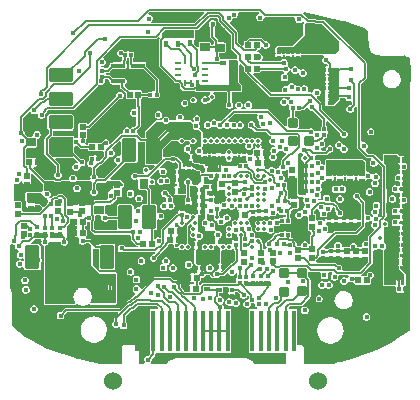
<source format=gbr>
G04*
G04 #@! TF.GenerationSoftware,Altium Limited,Altium Designer,24.6.1 (21)*
G04*
G04 Layer_Physical_Order=8*
G04 Layer_Color=16711680*
%FSLAX44Y44*%
%MOMM*%
G71*
G04*
G04 #@! TF.SameCoordinates,46D9000B-954F-446C-B998-76B77EA3697B*
G04*
G04*
G04 #@! TF.FilePolarity,Positive*
G04*
G01*
G75*
%ADD17C,0.1500*%
%ADD21C,0.6350*%
G04:AMPARAMS|DCode=22|XSize=0.3048mm|YSize=0.3048mm|CornerRadius=0.0229mm|HoleSize=0mm|Usage=FLASHONLY|Rotation=180.000|XOffset=0mm|YOffset=0mm|HoleType=Round|Shape=RoundedRectangle|*
%AMROUNDEDRECTD22*
21,1,0.3048,0.2591,0,0,180.0*
21,1,0.2591,0.3048,0,0,180.0*
1,1,0.0457,-0.1295,0.1295*
1,1,0.0457,0.1295,0.1295*
1,1,0.0457,0.1295,-0.1295*
1,1,0.0457,-0.1295,-0.1295*
%
%ADD22ROUNDEDRECTD22*%
G04:AMPARAMS|DCode=23|XSize=0.8382mm|YSize=0.7112mm|CornerRadius=0.0711mm|HoleSize=0mm|Usage=FLASHONLY|Rotation=90.000|XOffset=0mm|YOffset=0mm|HoleType=Round|Shape=RoundedRectangle|*
%AMROUNDEDRECTD23*
21,1,0.8382,0.5690,0,0,90.0*
21,1,0.6960,0.7112,0,0,90.0*
1,1,0.1422,0.2845,0.3480*
1,1,0.1422,0.2845,-0.3480*
1,1,0.1422,-0.2845,-0.3480*
1,1,0.1422,-0.2845,0.3480*
%
%ADD23ROUNDEDRECTD23*%
G04:AMPARAMS|DCode=25|XSize=0.4572mm|YSize=0.508mm|CornerRadius=0.0343mm|HoleSize=0mm|Usage=FLASHONLY|Rotation=180.000|XOffset=0mm|YOffset=0mm|HoleType=Round|Shape=RoundedRectangle|*
%AMROUNDEDRECTD25*
21,1,0.4572,0.4394,0,0,180.0*
21,1,0.3886,0.5080,0,0,180.0*
1,1,0.0686,-0.1943,0.2197*
1,1,0.0686,0.1943,0.2197*
1,1,0.0686,0.1943,-0.2197*
1,1,0.0686,-0.1943,-0.2197*
%
%ADD25ROUNDEDRECTD25*%
G04:AMPARAMS|DCode=26|XSize=0.508mm|YSize=0.4572mm|CornerRadius=0.0343mm|HoleSize=0mm|Usage=FLASHONLY|Rotation=180.000|XOffset=0mm|YOffset=0mm|HoleType=Round|Shape=RoundedRectangle|*
%AMROUNDEDRECTD26*
21,1,0.5080,0.3886,0,0,180.0*
21,1,0.4394,0.4572,0,0,180.0*
1,1,0.0686,-0.2197,0.1943*
1,1,0.0686,0.2197,0.1943*
1,1,0.0686,0.2197,-0.1943*
1,1,0.0686,-0.2197,-0.1943*
%
%ADD26ROUNDEDRECTD26*%
G04:AMPARAMS|DCode=27|XSize=0.3048mm|YSize=0.3048mm|CornerRadius=0.0229mm|HoleSize=0mm|Usage=FLASHONLY|Rotation=270.000|XOffset=0mm|YOffset=0mm|HoleType=Round|Shape=RoundedRectangle|*
%AMROUNDEDRECTD27*
21,1,0.3048,0.2591,0,0,270.0*
21,1,0.2591,0.3048,0,0,270.0*
1,1,0.0457,-0.1295,-0.1295*
1,1,0.0457,-0.1295,0.1295*
1,1,0.0457,0.1295,0.1295*
1,1,0.0457,0.1295,-0.1295*
%
%ADD27ROUNDEDRECTD27*%
G04:AMPARAMS|DCode=29|XSize=0.4572mm|YSize=0.508mm|CornerRadius=0.0343mm|HoleSize=0mm|Usage=FLASHONLY|Rotation=270.000|XOffset=0mm|YOffset=0mm|HoleType=Round|Shape=RoundedRectangle|*
%AMROUNDEDRECTD29*
21,1,0.4572,0.4394,0,0,270.0*
21,1,0.3886,0.5080,0,0,270.0*
1,1,0.0686,-0.2197,-0.1943*
1,1,0.0686,-0.2197,0.1943*
1,1,0.0686,0.2197,0.1943*
1,1,0.0686,0.2197,-0.1943*
%
%ADD29ROUNDEDRECTD29*%
G04:AMPARAMS|DCode=33|XSize=0.508mm|YSize=0.4572mm|CornerRadius=0.0343mm|HoleSize=0mm|Usage=FLASHONLY|Rotation=90.000|XOffset=0mm|YOffset=0mm|HoleType=Round|Shape=RoundedRectangle|*
%AMROUNDEDRECTD33*
21,1,0.5080,0.3886,0,0,90.0*
21,1,0.4394,0.4572,0,0,90.0*
1,1,0.0686,0.1943,0.2197*
1,1,0.0686,0.1943,-0.2197*
1,1,0.0686,-0.1943,-0.2197*
1,1,0.0686,-0.1943,0.2197*
%
%ADD33ROUNDEDRECTD33*%
G04:AMPARAMS|DCode=42|XSize=0.7874mm|YSize=0.8382mm|CornerRadius=0.0787mm|HoleSize=0mm|Usage=FLASHONLY|Rotation=0.000|XOffset=0mm|YOffset=0mm|HoleType=Round|Shape=RoundedRectangle|*
%AMROUNDEDRECTD42*
21,1,0.7874,0.6807,0,0,0.0*
21,1,0.6299,0.8382,0,0,0.0*
1,1,0.1575,0.3150,-0.3404*
1,1,0.1575,-0.3150,-0.3404*
1,1,0.1575,-0.3150,0.3404*
1,1,0.1575,0.3150,0.3404*
%
%ADD42ROUNDEDRECTD42*%
%ADD68C,1.5240*%
%ADD69C,0.3500*%
%ADD70C,0.4500*%
%ADD71C,0.4000*%
%ADD72R,0.4000X3.5000*%
G04:AMPARAMS|DCode=73|XSize=1.2192mm|YSize=2.0066mm|CornerRadius=0.0914mm|HoleSize=0mm|Usage=FLASHONLY|Rotation=180.000|XOffset=0mm|YOffset=0mm|HoleType=Round|Shape=RoundedRectangle|*
%AMROUNDEDRECTD73*
21,1,1.2192,1.8237,0,0,180.0*
21,1,1.0363,2.0066,0,0,180.0*
1,1,0.1829,-0.5182,0.9119*
1,1,0.1829,0.5182,0.9119*
1,1,0.1829,0.5182,-0.9119*
1,1,0.1829,-0.5182,-0.9119*
%
%ADD73ROUNDEDRECTD73*%
%ADD74R,0.4750X0.2500*%
%ADD75R,0.2500X0.4750*%
%ADD76R,0.5000X0.4500*%
%ADD77R,0.5000X0.4000*%
G04:AMPARAMS|DCode=78|XSize=1.2192mm|YSize=2.0066mm|CornerRadius=0.0914mm|HoleSize=0mm|Usage=FLASHONLY|Rotation=90.000|XOffset=0mm|YOffset=0mm|HoleType=Round|Shape=RoundedRectangle|*
%AMROUNDEDRECTD78*
21,1,1.2192,1.8237,0,0,90.0*
21,1,1.0363,2.0066,0,0,90.0*
1,1,0.1829,0.9119,0.5182*
1,1,0.1829,0.9119,-0.5182*
1,1,0.1829,-0.9119,-0.5182*
1,1,0.1829,-0.9119,0.5182*
%
%ADD78ROUNDEDRECTD78*%
%ADD79R,1.2584X0.3758*%
G04:AMPARAMS|DCode=80|XSize=1.2584mm|YSize=0.3758mm|CornerRadius=0.1879mm|HoleSize=0mm|Usage=FLASHONLY|Rotation=180.000|XOffset=0mm|YOffset=0mm|HoleType=Round|Shape=RoundedRectangle|*
%AMROUNDEDRECTD80*
21,1,1.2584,0.0000,0,0,180.0*
21,1,0.8826,0.3758,0,0,180.0*
1,1,0.3758,-0.4413,0.0000*
1,1,0.3758,0.4413,0.0000*
1,1,0.3758,0.4413,0.0000*
1,1,0.3758,-0.4413,0.0000*
%
%ADD80ROUNDEDRECTD80*%
G04:AMPARAMS|DCode=81|XSize=0.8382mm|YSize=0.7112mm|CornerRadius=0.0711mm|HoleSize=0mm|Usage=FLASHONLY|Rotation=180.000|XOffset=0mm|YOffset=0mm|HoleType=Round|Shape=RoundedRectangle|*
%AMROUNDEDRECTD81*
21,1,0.8382,0.5690,0,0,180.0*
21,1,0.6960,0.7112,0,0,180.0*
1,1,0.1422,-0.3480,0.2845*
1,1,0.1422,0.3480,0.2845*
1,1,0.1422,0.3480,-0.2845*
1,1,0.1422,-0.3480,-0.2845*
%
%ADD81ROUNDEDRECTD81*%
%ADD82R,0.4500X0.5000*%
G36*
X162847Y262472D02*
X154519Y254144D01*
X118160D01*
X117828Y254926D01*
X117770Y255414D01*
X118579Y256223D01*
X119074Y257418D01*
Y258710D01*
X118579Y259905D01*
X117665Y260819D01*
X116470Y261314D01*
X115873D01*
X115347Y262584D01*
X116409Y263646D01*
X162361D01*
X162847Y262472D01*
D02*
G37*
G36*
X154178Y241300D02*
X127000D01*
X126895Y245097D01*
X129857Y248060D01*
X154178D01*
Y241300D01*
D02*
G37*
G36*
X209137Y263231D02*
X209124Y262743D01*
X208608Y261706D01*
X208402Y261621D01*
X207488Y260707D01*
X206993Y259512D01*
Y258220D01*
X207488Y257025D01*
X208402Y256111D01*
X209597Y255616D01*
X210889D01*
X212084Y256111D01*
X212998Y257025D01*
X213493Y258220D01*
Y258485D01*
X214513Y259531D01*
X214666Y259534D01*
X239110D01*
X239959Y258264D01*
X239828Y257948D01*
Y256656D01*
X240323Y255461D01*
X241237Y254547D01*
X242432Y254052D01*
X243724D01*
X244919Y254547D01*
X245354Y254982D01*
X246817Y255044D01*
X246998Y254967D01*
X247192Y254726D01*
X247139Y254601D01*
X247053Y254396D01*
X246898Y254236D01*
X246901Y254028D01*
X246822Y253836D01*
Y244034D01*
X237550Y234762D01*
X224929D01*
X224927Y234762D01*
X224925Y234762D01*
X224545Y234604D01*
X224163Y234445D01*
X224163Y234444D01*
X224161Y234443D01*
X223266Y233542D01*
X223265Y233541D01*
X223263Y233540D01*
X223107Y233157D01*
X222951Y232776D01*
X222952Y232775D01*
X222951Y232773D01*
X222972Y229081D01*
X223015Y228980D01*
X222994Y228873D01*
X223171Y228610D01*
X223201Y228538D01*
X222979Y228001D01*
Y226659D01*
X223296Y225894D01*
X224061Y225577D01*
X228059D01*
X228824Y225894D01*
X229141Y226659D01*
Y226918D01*
X230853D01*
Y226405D01*
X231170Y225640D01*
X231935Y225323D01*
X235933D01*
X236698Y225640D01*
X237015Y226405D01*
Y226918D01*
X238727D01*
Y226405D01*
X239044Y225640D01*
X239809Y225323D01*
X243807D01*
X244572Y225640D01*
X244889Y226405D01*
Y226918D01*
X263589D01*
X263904Y226203D01*
X263978Y225648D01*
X263183Y224853D01*
X262688Y223659D01*
Y222365D01*
X263183Y221171D01*
X264097Y220257D01*
X265292Y219762D01*
X266584D01*
X266641Y219785D01*
X267494Y218933D01*
Y217634D01*
X267279Y217490D01*
X265938D01*
X265173Y217173D01*
X264856Y216408D01*
Y212410D01*
X265173Y211645D01*
X265938Y211328D01*
X266034D01*
Y209870D01*
X265938D01*
X265173Y209553D01*
X264856Y208788D01*
Y204790D01*
X265173Y204025D01*
X265938Y203708D01*
Y202504D01*
X265173Y202187D01*
X264856Y201422D01*
Y197424D01*
X265101Y196832D01*
X265010Y195583D01*
X264693Y194818D01*
X264693Y194438D01*
Y190820D01*
X265010Y189708D01*
X264693Y188943D01*
Y184945D01*
X265010Y184180D01*
X265775Y183863D01*
X267117D01*
X267658Y184087D01*
X268199Y183863D01*
X271813D01*
X272578Y184180D01*
X277371Y188973D01*
X277688Y189738D01*
Y191035D01*
X281992D01*
Y190616D01*
X282487Y189421D01*
X283401Y188507D01*
X284596Y188012D01*
X285889D01*
X286712Y188353D01*
X287982Y187746D01*
Y185729D01*
X287158Y184860D01*
X285865D01*
X284671Y184365D01*
X283757Y183451D01*
X283262Y182257D01*
Y180963D01*
X283757Y179769D01*
X284671Y178855D01*
X285865Y178360D01*
X287159D01*
X288353Y178855D01*
X289267Y179769D01*
X289762Y180963D01*
Y182257D01*
X289739Y182313D01*
X291028Y183603D01*
X291126Y183749D01*
X292396Y183364D01*
Y148450D01*
X292532Y147768D01*
X292918Y147189D01*
X299685Y140422D01*
X300264Y140035D01*
X300947Y139900D01*
X303938D01*
X304212Y138720D01*
X304213Y138630D01*
X303315Y137731D01*
X302820Y136537D01*
Y135244D01*
X303315Y134049D01*
X304229Y133135D01*
X305424Y132640D01*
X306716D01*
X307911Y133135D01*
X308825Y134049D01*
X308956Y134364D01*
X310454Y134662D01*
X313327Y131789D01*
Y113655D01*
X313463Y112972D01*
X313576Y112803D01*
Y103097D01*
X313463Y102928D01*
X313327Y102245D01*
Y93467D01*
X313463Y92784D01*
X313576Y92615D01*
Y91233D01*
X312367Y90024D01*
X311607Y90022D01*
X311257Y90125D01*
X310846Y90376D01*
X310842Y90386D01*
X310282Y90946D01*
X309928Y91300D01*
X310204Y92520D01*
X310217Y92555D01*
X310701Y93725D01*
Y95018D01*
X310453Y95618D01*
X310479Y97003D01*
X311393Y97918D01*
X311888Y99112D01*
Y100405D01*
X311393Y101600D01*
X310479Y102514D01*
X309284Y103008D01*
X307992D01*
X306797Y102514D01*
X305883Y101600D01*
X305388Y100405D01*
Y99112D01*
X305636Y98512D01*
X305610Y97127D01*
X304696Y96213D01*
X304201Y95018D01*
Y93725D01*
X304696Y92531D01*
X305257Y91970D01*
X305610Y91616D01*
X305334Y90397D01*
X305321Y90361D01*
X305291Y90288D01*
X303916D01*
X303787Y90599D01*
X302943Y91443D01*
X301841Y91900D01*
X300647D01*
X300443Y91816D01*
X299173Y92664D01*
Y102153D01*
X299037Y102836D01*
X298651Y103415D01*
X294846Y107219D01*
Y108293D01*
X294389Y109395D01*
X293545Y110239D01*
X292443Y110696D01*
X291249D01*
X290147Y110239D01*
X289303Y109395D01*
X288846Y108293D01*
Y107099D01*
X289303Y105997D01*
X290147Y105153D01*
X291249Y104696D01*
X292323D01*
X295605Y101414D01*
Y88530D01*
X291625D01*
X290995Y88268D01*
X289784Y88212D01*
X289019Y88530D01*
X288625Y88530D01*
X285021D01*
X284945Y88498D01*
X283972Y88277D01*
X282999Y88498D01*
X282923Y88530D01*
X278925D01*
X278295Y88268D01*
X277084Y88212D01*
X276319Y88530D01*
X275925Y88530D01*
X272321D01*
X272245Y88498D01*
X271272Y88277D01*
X270299Y88498D01*
X270223Y88530D01*
X266225D01*
X265460Y88212D01*
X265143Y87447D01*
Y86663D01*
X263873Y86410D01*
X263867Y86423D01*
X262953Y87337D01*
X261758Y87832D01*
X260466D01*
X259271Y87337D01*
X258892Y86959D01*
X258557Y86985D01*
X257938Y87271D01*
X257651Y87513D01*
Y91290D01*
X257225Y92318D01*
X256197Y92744D01*
X255784D01*
Y95269D01*
X257550Y97035D01*
X259048Y96737D01*
X259178Y96421D01*
X260093Y95507D01*
X260099Y95504D01*
X260721Y93944D01*
X260596Y93642D01*
Y92349D01*
X261091Y91154D01*
X262005Y90240D01*
X263199Y89745D01*
X264492D01*
X265687Y90240D01*
X266601Y91154D01*
X267096Y92349D01*
Y93642D01*
X268054Y93897D01*
X268131D01*
X269326Y94391D01*
X270240Y95306D01*
X270735Y96500D01*
Y97793D01*
X271771Y98600D01*
X271944Y98659D01*
X273238Y97365D01*
Y96567D01*
X273374Y95884D01*
X273761Y95306D01*
X274762Y94304D01*
X274599Y93911D01*
Y92717D01*
X275056Y91614D01*
X275900Y90771D01*
X277003Y90314D01*
X278196D01*
X279299Y90771D01*
X280143Y91614D01*
X280599Y92717D01*
Y93911D01*
X280143Y95013D01*
X279299Y95857D01*
X278196Y96314D01*
X277799D01*
X276807Y97306D01*
Y98104D01*
X276671Y98786D01*
X276284Y99365D01*
X273225Y102424D01*
X272646Y102811D01*
X271964Y102947D01*
X270083D01*
X269422Y104217D01*
X269724Y104947D01*
Y106240D01*
X269230Y107435D01*
X268315Y108349D01*
X267121Y108844D01*
X265828D01*
X264634Y108349D01*
X263719Y107435D01*
X263225Y106240D01*
Y104948D01*
X262633Y104063D01*
X260270D01*
X259934Y103996D01*
X259564Y105217D01*
X260430Y105576D01*
X261344Y106490D01*
X261839Y107684D01*
Y108977D01*
X261344Y110172D01*
X261281Y110235D01*
X260720Y111084D01*
X261635Y111998D01*
X262129Y113193D01*
Y114486D01*
X261635Y115680D01*
X261728Y117383D01*
X261854Y117510D01*
X262349Y118704D01*
Y119997D01*
X262400Y120073D01*
X263573D01*
X264767Y120568D01*
X264869Y120670D01*
X265427Y120964D01*
X266192Y120647D01*
X271272D01*
X272037Y120964D01*
X272354Y121729D01*
Y123822D01*
X274000D01*
Y121729D01*
X274317Y120964D01*
X275082Y120647D01*
X280162D01*
X280927Y120964D01*
X281244Y121729D01*
Y123822D01*
X282890D01*
Y121729D01*
X283207Y120964D01*
X283972Y120647D01*
X289052D01*
X289817Y120964D01*
X290134Y121729D01*
Y123822D01*
X292542D01*
Y121983D01*
X292859Y121218D01*
X293624Y120901D01*
X298704D01*
X299469Y121218D01*
X299527Y121358D01*
X300852Y122080D01*
X301056Y122098D01*
X301119Y122073D01*
X302312D01*
X303415Y122529D01*
X303704Y122819D01*
X304908Y122596D01*
X305683Y121451D01*
X305636Y121212D01*
X304721Y120297D01*
X304227Y119103D01*
Y117810D01*
X304721Y116615D01*
X305636Y115701D01*
X306830Y115206D01*
X308123D01*
X309318Y115701D01*
X310232Y116615D01*
X310727Y117810D01*
Y119103D01*
X310232Y120297D01*
X309866Y120663D01*
X309969Y121179D01*
X310883Y122093D01*
X311378Y123287D01*
Y124580D01*
X310883Y125775D01*
X309969Y126689D01*
X308774Y127184D01*
X307481D01*
X306287Y126689D01*
X305849Y126251D01*
X304387Y126462D01*
X304259Y126772D01*
X303415Y127616D01*
X302312Y128073D01*
X301119D01*
X301085Y128059D01*
X299815Y128907D01*
Y129136D01*
X299786Y129204D01*
Y135785D01*
X300040Y136398D01*
X299723Y137163D01*
X298199Y138687D01*
X297434Y139004D01*
X266192D01*
X265427Y138687D01*
X265110Y137922D01*
Y135263D01*
X263840Y134415D01*
X263442Y134579D01*
X263208D01*
X262132Y134755D01*
X262035Y135752D01*
Y136064D01*
X261540Y137259D01*
X260626Y138173D01*
X259431Y138668D01*
X258138D01*
X257656Y138991D01*
Y142207D01*
X257802Y142426D01*
X265691D01*
X266374Y142562D01*
X266953Y142949D01*
X268625Y144621D01*
X269699D01*
X270801Y145077D01*
X271645Y145921D01*
X272102Y147024D01*
Y148217D01*
X271645Y149320D01*
X270801Y150164D01*
X269699Y150621D01*
X268505D01*
X267402Y150164D01*
X266558Y149320D01*
X266102Y148217D01*
Y147144D01*
X264952Y145995D01*
X262143D01*
X261295Y147265D01*
X261425Y147580D01*
Y148768D01*
X261492Y148813D01*
X262785D01*
X263980Y149307D01*
X264894Y150222D01*
X265389Y151416D01*
Y152709D01*
X264894Y153904D01*
X264201Y154596D01*
X264008Y155359D01*
X264949Y156503D01*
X265709D01*
X266650Y156893D01*
X267039Y157833D01*
Y160304D01*
X267178Y160362D01*
X267495Y161127D01*
Y162469D01*
X267178Y163234D01*
X267039Y163292D01*
Y165763D01*
X266650Y166703D01*
X266198Y166890D01*
Y170825D01*
X267372Y171311D01*
X278146Y160537D01*
Y159463D01*
X278603Y158361D01*
X279447Y157517D01*
X280549Y157060D01*
X281743D01*
X282845Y157517D01*
X283689Y158361D01*
X284146Y159463D01*
Y160657D01*
X283689Y161759D01*
X282845Y162603D01*
X281743Y163060D01*
X280669D01*
X262271Y181459D01*
Y185975D01*
X262135Y186657D01*
X261748Y187236D01*
X258189Y190795D01*
X258691Y192065D01*
X259886Y192560D01*
X260800Y193474D01*
X261295Y194668D01*
Y195961D01*
X260800Y197156D01*
X259886Y198070D01*
X258691Y198565D01*
X257398D01*
X256204Y198070D01*
X255289Y197156D01*
X254795Y195961D01*
Y195934D01*
X253525Y195284D01*
X253476Y195317D01*
X252793Y195452D01*
X250838D01*
X250285Y196696D01*
X250780Y197891D01*
Y199184D01*
X250285Y200378D01*
X249371Y201292D01*
X248177Y201787D01*
X246884D01*
X245689Y201292D01*
X244775Y200378D01*
X243635Y200772D01*
X242440Y201267D01*
X241147D01*
X239515Y201965D01*
X239483Y202041D01*
X238569Y202955D01*
X237374Y203450D01*
X236082D01*
X234887Y202955D01*
X233973Y202041D01*
X233478Y200847D01*
X232265Y200934D01*
X230973D01*
X229778Y200439D01*
X228864Y199525D01*
X228369Y198331D01*
Y197038D01*
X228500Y196722D01*
X227651Y195452D01*
X219673D01*
X204275Y210850D01*
X204761Y212024D01*
X204914D01*
X205053Y212081D01*
X205260Y211995D01*
X209146D01*
X210174Y212421D01*
X210600Y213449D01*
Y213862D01*
X229318D01*
X229401Y213661D01*
X230310Y212752D01*
X230309Y212650D01*
X230258Y211795D01*
X230145Y211443D01*
X229045Y210987D01*
X228131Y210073D01*
X227636Y208879D01*
Y207586D01*
X228131Y206391D01*
X229045Y205477D01*
X230240Y204982D01*
X231532D01*
X232727Y205477D01*
X233641Y206391D01*
X234136Y207586D01*
Y208879D01*
X233641Y210073D01*
X232732Y210982D01*
X232733Y211085D01*
X232784Y211940D01*
X232897Y212292D01*
X233997Y212747D01*
X234911Y213661D01*
X235406Y214856D01*
X236595Y214660D01*
X236595Y214053D01*
X237090Y212858D01*
X238004Y211944D01*
X239199Y211449D01*
X240492D01*
X241686Y211944D01*
X241860Y212118D01*
X243130Y211592D01*
Y211172D01*
X243625Y209977D01*
X244539Y209063D01*
X245734Y208568D01*
X247027D01*
X248221Y209063D01*
X249135Y209977D01*
X249630Y211172D01*
Y212465D01*
X249135Y213659D01*
X248221Y214573D01*
X247027Y215068D01*
X245734D01*
X244539Y214573D01*
X244365Y214400D01*
X243095Y214925D01*
Y215345D01*
X242600Y216540D01*
X241686Y217454D01*
X240492Y217949D01*
X239199D01*
X238004Y217454D01*
X237090Y216540D01*
X236595Y215346D01*
X235406Y215541D01*
X235406Y216149D01*
X234911Y217343D01*
X233997Y218257D01*
X233368Y219892D01*
X233413Y219999D01*
Y221292D01*
X232918Y222486D01*
X232004Y223400D01*
X230809Y223895D01*
X229516D01*
X228322Y223400D01*
X227407Y222486D01*
X227384Y222430D01*
X212493D01*
X212093Y223176D01*
X211908Y223699D01*
X212323Y224701D01*
Y225895D01*
X211866Y226997D01*
X211022Y227841D01*
X210593Y228019D01*
X210174Y229031D01*
X209146Y229457D01*
X208270D01*
X207744Y230727D01*
X207942Y230925D01*
X208329Y231504D01*
X208389Y231807D01*
X209146D01*
X210174Y232233D01*
X210600Y233261D01*
Y234244D01*
X211870Y234497D01*
X212129Y233871D01*
X213043Y232957D01*
X214237Y232462D01*
X215530D01*
X216725Y232957D01*
X217639Y233871D01*
X218134Y235065D01*
Y236359D01*
X217639Y237553D01*
X216725Y238467D01*
X215530Y238962D01*
X214237D01*
X214181Y238939D01*
X212094Y241026D01*
X211515Y241412D01*
X210832Y241548D01*
X201262D01*
X200579Y241412D01*
X200000Y241026D01*
X198966Y239991D01*
X198579Y239412D01*
X198519Y239109D01*
X197762D01*
X196734Y238683D01*
X196308Y237655D01*
Y235295D01*
X195135Y234809D01*
X191498Y238445D01*
Y245970D01*
X191362Y246653D01*
X190976Y247232D01*
X184265Y253943D01*
X184678Y255325D01*
X185368Y255611D01*
X186283Y256525D01*
X186640Y257387D01*
X187568Y258164D01*
X188860D01*
X190055Y258659D01*
X190969Y259573D01*
X191464Y260768D01*
Y262061D01*
X191333Y262376D01*
X192182Y263646D01*
X208680D01*
X209137Y263231D01*
D02*
G37*
G36*
X249738Y253991D02*
X250420Y253855D01*
X256112D01*
X256388Y253671D01*
X257071Y253535D01*
X262701D01*
X276860Y239376D01*
Y231140D01*
X273721Y228001D01*
X244784D01*
X244572Y228512D01*
X243807Y228829D01*
X239809D01*
X239044Y228512D01*
X238832Y228001D01*
X236910D01*
X236698Y228512D01*
X235933Y228829D01*
X231935D01*
X231170Y228512D01*
X230958Y228001D01*
X229141D01*
X228824Y228766D01*
X228059Y229083D01*
X224061D01*
X224055Y229087D01*
X224033Y232779D01*
X224929Y233680D01*
X237998D01*
X247904Y243586D01*
Y253836D01*
X249159Y254377D01*
X249738Y253991D01*
D02*
G37*
G36*
X174444Y257972D02*
Y255898D01*
X174580Y255215D01*
X174966Y254636D01*
X185414Y244189D01*
Y232910D01*
X185550Y232227D01*
X185936Y231648D01*
X190899Y226685D01*
Y224094D01*
X183642D01*
X183514Y224041D01*
X182376Y223722D01*
X182376Y223722D01*
X176360D01*
Y224715D01*
X175903Y225818D01*
X175144Y226576D01*
Y228941D01*
X179248D01*
X179916Y229073D01*
X180481Y229452D01*
X180860Y230018D01*
X180993Y230685D01*
Y236375D01*
X180860Y237043D01*
X180481Y237609D01*
X179916Y237987D01*
X179248Y238120D01*
X174823D01*
Y239432D01*
X174687Y240115D01*
X174300Y240693D01*
X171595Y243398D01*
Y250393D01*
X171823Y250620D01*
X172209Y251199D01*
X172324Y251774D01*
X172575Y252025D01*
X173070Y253220D01*
Y254513D01*
X172575Y255707D01*
X171661Y256621D01*
X170466Y257116D01*
X169173D01*
X167979Y256621D01*
X167065Y255707D01*
X166570Y254513D01*
Y253220D01*
X167065Y252025D01*
X167979Y251111D01*
X168027Y251091D01*
Y242659D01*
X168162Y241976D01*
X168549Y241397D01*
X171049Y238897D01*
X171054Y237609D01*
X170676Y237043D01*
X170543Y236375D01*
Y235568D01*
X168547D01*
Y236883D01*
X168414Y237551D01*
X168036Y238117D01*
X167470Y238495D01*
X166802Y238628D01*
X159842D01*
X159174Y238495D01*
X158609Y238117D01*
X158230Y237551D01*
X158097Y236883D01*
Y234262D01*
X156924Y233776D01*
X154380Y236320D01*
Y240301D01*
X154943Y240535D01*
X155260Y241300D01*
Y248060D01*
X156300D01*
X156983Y248195D01*
X157562Y248582D01*
X167593Y258614D01*
X173802D01*
X174444Y257972D01*
D02*
G37*
G36*
X99183Y224105D02*
Y220961D01*
X99132D01*
Y215203D01*
X111193D01*
X120773Y205623D01*
Y196773D01*
X120559Y196629D01*
X119217D01*
X118452Y196312D01*
X118394Y196173D01*
X115923D01*
X114983Y195784D01*
X114796Y195332D01*
X110524D01*
Y195745D01*
X110098Y196773D01*
X109070Y197199D01*
X105184D01*
X104977Y197113D01*
X104838Y197170D01*
X101917D01*
X101779Y197113D01*
X101572Y197199D01*
X98756D01*
X95335Y200620D01*
Y202352D01*
X95424Y202370D01*
X96376Y203006D01*
X97013Y203959D01*
X97236Y205082D01*
X97013Y206206D01*
X96376Y207158D01*
X95424Y207794D01*
X94300Y208018D01*
X85475D01*
X85131Y207949D01*
X83160Y209920D01*
X82581Y210307D01*
X81898Y210443D01*
X79679D01*
X79535Y210658D01*
Y211999D01*
X79679Y212213D01*
X81390D01*
X82073Y212349D01*
X82652Y212736D01*
X85131Y215215D01*
X85475Y215146D01*
X94300D01*
X95424Y215370D01*
X96376Y216006D01*
X97013Y216959D01*
X97236Y218082D01*
X97013Y219205D01*
X96376Y220158D01*
X96335Y220185D01*
Y221472D01*
X96890Y222027D01*
X97277Y222606D01*
X97370Y223075D01*
X97627Y224249D01*
X98968D01*
X99183Y224105D01*
D02*
G37*
G36*
X82607Y205426D02*
X82539Y205082D01*
X82763Y203959D01*
X83399Y203006D01*
X84351Y202370D01*
X85475Y202147D01*
X91766D01*
Y199881D01*
X91902Y199198D01*
X92289Y198619D01*
X96232Y194675D01*
Y191351D01*
X96658Y190323D01*
X97686Y189897D01*
X101572D01*
X101779Y189983D01*
X101917Y189926D01*
X104838D01*
X105343Y188760D01*
Y184232D01*
X105404Y183924D01*
Y182276D01*
X104134Y181427D01*
X103819Y181558D01*
X102526D01*
X101331Y181063D01*
X100417Y180149D01*
X99922Y178955D01*
Y177661D01*
X100417Y176467D01*
X101331Y175553D01*
X102526Y175058D01*
X103819D01*
X104134Y175189D01*
X105404Y174340D01*
Y167938D01*
X103573Y166108D01*
X103517Y166131D01*
X102224D01*
X101029Y165636D01*
X100906Y165513D01*
X100076Y164757D01*
X99246Y165513D01*
X99123Y165636D01*
X97928Y166131D01*
X96636D01*
X95441Y165636D01*
X94527Y164722D01*
X94032Y163528D01*
Y162235D01*
X94163Y161919D01*
X93314Y160649D01*
X93085D01*
X92403Y160513D01*
X91824Y160126D01*
X83533Y151836D01*
X82872Y152080D01*
X82360Y152459D01*
Y153462D01*
X81903Y154565D01*
X81059Y155409D01*
X79957Y155866D01*
X78763D01*
X77661Y155409D01*
X76817Y154565D01*
X76360Y153462D01*
Y153366D01*
X75996Y153003D01*
X73180D01*
X72973Y152917D01*
X72835Y152974D01*
X69914D01*
X69775Y152917D01*
X69568Y153003D01*
X65682D01*
X64654Y152577D01*
X64228Y151549D01*
Y151136D01*
X62711D01*
X62185Y152406D01*
X62580Y152802D01*
X63075Y153996D01*
Y155289D01*
X62804Y155943D01*
X63169Y156094D01*
X63595Y157122D01*
Y161008D01*
X63509Y161215D01*
X63566Y161353D01*
Y164275D01*
X64732Y164779D01*
X65217D01*
X65900Y164915D01*
X66479Y165301D01*
X90737Y189559D01*
X90794Y189536D01*
X92086D01*
X93281Y190031D01*
X94195Y190945D01*
X94690Y192139D01*
Y193433D01*
X94195Y194627D01*
X93281Y195541D01*
X92086Y196036D01*
X90794D01*
X89599Y195541D01*
X88685Y194627D01*
X88190Y193433D01*
Y192139D01*
X88214Y192083D01*
X64798Y168667D01*
X64688Y168653D01*
X63434Y168894D01*
X63169Y169534D01*
X62141Y169960D01*
X57747D01*
X56719Y169534D01*
X56293Y168506D01*
Y164620D01*
X56379Y164413D01*
X56322Y164275D01*
Y161353D01*
X56379Y161215D01*
X56293Y161008D01*
Y157544D01*
X55431Y156779D01*
X55120Y156655D01*
X55093Y156666D01*
X53801D01*
X53492Y156872D01*
X52832Y157640D01*
X52581Y158245D01*
X51816Y158562D01*
X35571D01*
X34564Y159646D01*
Y162983D01*
X50267D01*
X51014Y163132D01*
X51647Y163555D01*
X52070Y164188D01*
X52218Y164935D01*
Y175298D01*
X52070Y176045D01*
X51647Y176678D01*
X51014Y177101D01*
X50267Y177250D01*
X32029D01*
X31282Y177101D01*
X30649Y176678D01*
X30226Y176045D01*
X30078Y175298D01*
Y164935D01*
X30226Y164188D01*
X30649Y163555D01*
X30995Y163323D01*
Y160385D01*
X28087Y157477D01*
X27701Y156898D01*
X27565Y156215D01*
Y143632D01*
X27701Y142949D01*
X28087Y142370D01*
X37114Y133343D01*
Y128206D01*
X37058Y128183D01*
X36143Y127268D01*
X35649Y126074D01*
Y124781D01*
X36143Y123586D01*
X37058Y122672D01*
X38252Y122177D01*
X39545D01*
X40739Y122672D01*
X41654Y123586D01*
X42149Y124781D01*
Y126074D01*
X41654Y127268D01*
X40739Y128183D01*
X40683Y128206D01*
Y134082D01*
X40547Y134765D01*
X40160Y135344D01*
X36790Y138714D01*
X37276Y139888D01*
X51816D01*
X52432Y140143D01*
X55703Y136871D01*
X55700Y136862D01*
Y136702D01*
X54818Y135693D01*
X53525D01*
X52330Y135198D01*
X51416Y134284D01*
X50921Y133089D01*
Y131796D01*
X51416Y130602D01*
X52330Y129687D01*
X53525Y129193D01*
X54818D01*
X56012Y129687D01*
X56926Y130602D01*
X57421Y131796D01*
Y131957D01*
X58303Y132966D01*
X59596D01*
X60791Y133461D01*
X61705Y134375D01*
X62200Y135569D01*
Y136862D01*
X61705Y138057D01*
X60791Y138971D01*
X59596Y139466D01*
X58303D01*
X58198Y139422D01*
X52898Y144722D01*
Y149563D01*
X53801Y150166D01*
X55093D01*
X55150Y150190D01*
X57249Y148090D01*
X57828Y147704D01*
X58511Y147568D01*
X64228D01*
Y147155D01*
X64654Y146127D01*
X65682Y145701D01*
X69568D01*
X69775Y145787D01*
X69914Y145730D01*
X72835D01*
X72973Y145787D01*
X73180Y145701D01*
X76822D01*
X77083Y145685D01*
X78060Y144738D01*
Y141336D01*
X74410Y137687D01*
X74108D01*
X73425Y137551D01*
X73381Y137521D01*
X72111Y138175D01*
Y141191D01*
X71794Y141956D01*
X71029Y142273D01*
X69687D01*
X68922Y141956D01*
X68864Y141817D01*
X66393D01*
X65453Y141428D01*
X65063Y140487D01*
Y138041D01*
X64227Y137204D01*
X63732Y136010D01*
Y134717D01*
X64227Y133522D01*
X65141Y132608D01*
X66335Y132113D01*
X66703D01*
X67750Y131508D01*
X67864Y130940D01*
Y126874D01*
X67807Y126851D01*
X66893Y125937D01*
X66398Y124742D01*
Y123449D01*
X66689Y122748D01*
X66061Y121574D01*
X65945Y121478D01*
X55406D01*
X55034Y122036D01*
Y123329D01*
X54539Y124523D01*
X53625Y125437D01*
X52431Y125932D01*
X51137D01*
X49943Y125437D01*
X49029Y124523D01*
X48534Y123329D01*
Y122036D01*
X48162Y121478D01*
X42070D01*
X42070Y121478D01*
X41305Y121161D01*
X41134Y120990D01*
X40823Y120782D01*
X40455Y120709D01*
X37342D01*
X36975Y120782D01*
X36663Y120990D01*
X36493Y121161D01*
X35727Y121478D01*
X27834D01*
X17807Y131506D01*
X18333Y132776D01*
X19809D01*
X20575Y133093D01*
X20892Y133858D01*
Y138938D01*
X20575Y139703D01*
X19809Y140020D01*
X16889D01*
X16750Y139963D01*
X16543Y140049D01*
X12657D01*
X12332Y140266D01*
Y147708D01*
X13301Y148677D01*
X19482D01*
X20150Y148809D01*
X20715Y149188D01*
X21094Y149754D01*
X21226Y150421D01*
Y156111D01*
X21530Y156481D01*
X21776D01*
X22971Y156975D01*
X23885Y157890D01*
X24380Y159084D01*
Y160377D01*
X23885Y161572D01*
X22971Y162486D01*
X21776Y162980D01*
X20484D01*
X19289Y162486D01*
X18375Y161572D01*
X17880Y160377D01*
Y159084D01*
X17014Y157856D01*
X13301D01*
X10870Y160287D01*
Y161429D01*
X10375Y162623D01*
X9461Y163537D01*
X9404Y163561D01*
Y173879D01*
X14591Y179066D01*
X16089Y178768D01*
X16220Y178453D01*
X17134Y177539D01*
X18328Y177044D01*
X19621D01*
X20768Y177519D01*
X21216Y177311D01*
X21538Y177128D01*
X21896Y176823D01*
Y175631D01*
X22391Y174437D01*
X23305Y173522D01*
X24499Y173028D01*
X25793D01*
X26987Y173522D01*
X27901Y174437D01*
X28396Y175631D01*
Y176924D01*
X28237Y177307D01*
X29359Y178429D01*
X29746Y179008D01*
X29881Y179690D01*
Y180012D01*
X30279Y180409D01*
X51377D01*
X52060Y180545D01*
X52639Y180932D01*
X72902Y201196D01*
X73067Y201443D01*
X73292Y201775D01*
X74641Y202061D01*
X74841Y201978D01*
X76035D01*
X77137Y202435D01*
X77981Y203279D01*
X78438Y204381D01*
Y205575D01*
X78388Y205695D01*
X78563Y206118D01*
X79170Y206874D01*
X81159D01*
X82607Y205426D01*
D02*
G37*
G36*
X190899Y222922D02*
X191035Y222239D01*
X191422Y221660D01*
X191516Y221566D01*
Y203708D01*
X193548Y201676D01*
Y199263D01*
Y196596D01*
X156464D01*
X155448Y197612D01*
Y200903D01*
X155626Y201333D01*
Y202527D01*
X155448Y202957D01*
Y206248D01*
X158750D01*
Y201676D01*
X183642D01*
Y223012D01*
X190899D01*
Y222922D01*
D02*
G37*
G36*
X125422Y241828D02*
X125508Y241259D01*
X125278Y241030D01*
X124892Y240451D01*
X124756Y239768D01*
Y217954D01*
X124892Y217271D01*
X125278Y216692D01*
X136892Y205079D01*
Y203102D01*
X141119D01*
X142066Y202155D01*
Y200646D01*
X142202Y199964D01*
X142588Y199385D01*
X145071Y196902D01*
X145650Y196516D01*
X146333Y196380D01*
X154186D01*
X154869Y196516D01*
X154956Y196574D01*
X155699Y195831D01*
X156464Y195514D01*
X167521D01*
X167773Y194244D01*
X167630Y194184D01*
X166857Y193411D01*
X166453Y192435D01*
X165876D01*
X164865Y192017D01*
X164855Y192006D01*
X164324Y192226D01*
X163032D01*
X161837Y191731D01*
X160923Y190817D01*
X160428Y189622D01*
Y188330D01*
X160923Y187135D01*
X161837Y186221D01*
X163032Y185726D01*
X164324D01*
X165519Y186221D01*
X166233Y186935D01*
X166970D01*
X167980Y187354D01*
X168754Y188127D01*
X169158Y189103D01*
X169735D01*
X170746Y189522D01*
X171519Y190295D01*
X171938Y191306D01*
Y192400D01*
X171519Y193411D01*
X170746Y194184D01*
X170603Y194244D01*
X170855Y195514D01*
X181875D01*
X182340Y195048D01*
Y187715D01*
X182284Y187691D01*
X181369Y186777D01*
X180875Y185582D01*
Y184289D01*
X181369Y183095D01*
X182284Y182181D01*
X183478Y181686D01*
X184771D01*
X185966Y182181D01*
X186880Y183095D01*
X187375Y184289D01*
Y185582D01*
X186880Y186777D01*
X185966Y187691D01*
X185909Y187715D01*
Y195514D01*
X193548D01*
X194313Y195831D01*
X194630Y196596D01*
Y201676D01*
X194548Y201875D01*
Y201985D01*
X194470Y202063D01*
X194313Y202441D01*
X192598Y204156D01*
Y218824D01*
X193772Y219310D01*
X196308Y216773D01*
Y213449D01*
X196734Y212421D01*
X197762Y211995D01*
X198519D01*
X198579Y211692D01*
X198966Y211113D01*
X217672Y192407D01*
X218251Y192020D01*
X218934Y191884D01*
X235249D01*
X235462Y190702D01*
X234267Y190207D01*
X233353Y189293D01*
X232255Y189855D01*
X232219Y189891D01*
X231024Y190386D01*
X229732D01*
X228537Y189891D01*
X227623Y188977D01*
X227128Y187782D01*
Y186490D01*
X227623Y185295D01*
X228537Y184381D01*
X229732Y183886D01*
X231024D01*
X232219Y184381D01*
X233133Y185295D01*
X234231Y184733D01*
X234267Y184697D01*
X235158Y184328D01*
X234989Y183921D01*
Y181331D01*
X235379Y180390D01*
X235830Y180203D01*
Y174774D01*
X234536D01*
X233838Y174635D01*
X233247Y174240D01*
X232852Y173648D01*
X232713Y172951D01*
Y167338D01*
X231443Y166812D01*
X217670Y180586D01*
X217091Y180972D01*
X216408Y181108D01*
X202580D01*
X202396Y181444D01*
X202191Y182378D01*
X202907Y183095D01*
X203402Y184289D01*
Y185582D01*
X202907Y186777D01*
X201993Y187691D01*
X200798Y188186D01*
X199506D01*
X198311Y187691D01*
X197397Y186777D01*
X196902Y185582D01*
Y184289D01*
X197397Y183095D01*
X198113Y182378D01*
X197908Y181444D01*
X197724Y181108D01*
X194641D01*
X194637Y181114D01*
X194251Y182378D01*
X194821Y182948D01*
X195278Y184051D01*
Y185244D01*
X194821Y186347D01*
X193977Y187191D01*
X192875Y187648D01*
X191681D01*
X190579Y187191D01*
X189735Y186347D01*
X189278Y185244D01*
Y184051D01*
X189735Y182948D01*
X190305Y182378D01*
X189919Y181114D01*
X189915Y181108D01*
X187706D01*
X187023Y180972D01*
X186444Y180586D01*
X176979Y171120D01*
X176922Y171144D01*
X175630D01*
X175194Y170964D01*
X173697Y171259D01*
X172783Y172173D01*
X171588Y172668D01*
X170296D01*
X169101Y172173D01*
X168406Y171478D01*
X167500Y170588D01*
X166305Y171083D01*
X165012D01*
X163818Y170588D01*
X162904Y169674D01*
X162409Y168479D01*
Y167187D01*
X162904Y165992D01*
X163818Y165078D01*
X165012Y164583D01*
X166305D01*
X167500Y165078D01*
X168414Y165992D01*
X169925Y166322D01*
X170296Y166168D01*
X171588D01*
X172024Y166348D01*
X173521Y166053D01*
X174435Y165139D01*
X175630Y164644D01*
X176922D01*
X178117Y165139D01*
X178478Y165500D01*
X179137Y166000D01*
X180137Y165500D01*
X180336Y165302D01*
X181530Y164807D01*
X182823D01*
X184017Y165302D01*
X185584Y165072D01*
X185831Y164825D01*
X187026Y164331D01*
X188318D01*
X189513Y164825D01*
X190427Y165740D01*
X191302Y165327D01*
X191327Y165302D01*
X192521Y164807D01*
X193814D01*
X195009Y165302D01*
X195923Y166216D01*
X196418Y167411D01*
Y168703D01*
X195923Y169898D01*
X195009Y170812D01*
X193814Y171307D01*
X192521D01*
X191327Y170812D01*
X190412Y169898D01*
X189538Y170311D01*
X189513Y170336D01*
X188318Y170830D01*
X187026D01*
X185831Y170336D01*
X184264Y170565D01*
X184017Y170812D01*
X183661Y170960D01*
X183363Y172458D01*
X188445Y177540D01*
X207492D01*
X208018Y176270D01*
X207939Y176191D01*
X207444Y174996D01*
Y173703D01*
X207939Y172509D01*
X208853Y171595D01*
X209357Y170084D01*
X209230Y169777D01*
Y168484D01*
X209724Y167290D01*
X210562Y166451D01*
X210531Y166081D01*
X210202Y165182D01*
X208146D01*
X205974Y167354D01*
X205997Y167411D01*
Y168703D01*
X205503Y169898D01*
X204588Y170812D01*
X203394Y171307D01*
X202101D01*
X200906Y170812D01*
X199992Y169898D01*
X199497Y168703D01*
Y167411D01*
X199992Y166216D01*
X200906Y165302D01*
X202101Y164807D01*
X203394D01*
X203451Y164831D01*
X206146Y162136D01*
X206724Y161749D01*
X207407Y161613D01*
X215245D01*
X218099Y158758D01*
X218678Y158371D01*
X219293Y158249D01*
X219365Y158139D01*
X219473Y156949D01*
X219393Y156916D01*
X218479Y156002D01*
X217984Y154807D01*
Y153514D01*
X218479Y152320D01*
X219393Y151405D01*
X220588Y150911D01*
X221880D01*
X222510Y150268D01*
X221636Y149379D01*
X221371D01*
X220176Y148884D01*
X219262Y147970D01*
X218767Y146775D01*
Y145482D01*
X219054Y144790D01*
X219165Y143462D01*
X218251Y142547D01*
X217756Y141353D01*
Y140060D01*
X218251Y138865D01*
X219165Y137951D01*
X220360Y137456D01*
X221653D01*
X222847Y137951D01*
X223762Y138865D01*
X224256Y140060D01*
Y141353D01*
X223970Y142045D01*
X223858Y143374D01*
X224773Y144288D01*
X225020Y144886D01*
X226072Y145825D01*
X227365D01*
X228559Y146319D01*
X229000Y146232D01*
X229244Y145642D01*
X230159Y144727D01*
X231353Y144233D01*
X231853D01*
X232379Y142963D01*
X228308Y138891D01*
X227921Y138312D01*
X227785Y137629D01*
Y134734D01*
X227752Y134721D01*
X226838Y133807D01*
X226343Y132612D01*
Y132606D01*
X225940Y131433D01*
X224647Y131433D01*
X223452Y130938D01*
X222317Y131343D01*
X221712Y131948D01*
X220518Y132443D01*
X219225D01*
X218030Y131948D01*
X217116Y131034D01*
X216985Y130718D01*
X215487Y130421D01*
X214904Y131004D01*
X214391Y131346D01*
X214159Y132218D01*
X214121Y132726D01*
X214379Y133350D01*
Y138430D01*
X214062Y139195D01*
X213509Y139424D01*
X213299Y140391D01*
X213300Y140713D01*
X213617Y141478D01*
Y146558D01*
X213300Y147323D01*
X212535Y147640D01*
X212117D01*
X211302Y148910D01*
X211420Y149195D01*
Y150289D01*
X211001Y151300D01*
X210889Y151412D01*
X210340Y152242D01*
X210889Y153072D01*
X211001Y153184D01*
X211420Y154195D01*
Y155289D01*
X211001Y156300D01*
X210228Y157073D01*
X209217Y157492D01*
X208123D01*
X207112Y157073D01*
X207000Y156960D01*
X206170Y156411D01*
X205340Y156960D01*
X205228Y157073D01*
X204217Y157492D01*
X203123D01*
X202112Y157073D01*
X202000Y156961D01*
X201170Y156411D01*
X200340Y156961D01*
X200228Y157073D01*
X199217Y157492D01*
X198123D01*
X197112Y157073D01*
X197000Y156960D01*
X196170Y156411D01*
X195340Y156960D01*
X195228Y157073D01*
X194217Y157492D01*
X193123D01*
X192112Y157073D01*
X192000Y156961D01*
X191170Y156411D01*
X190340Y156961D01*
X190228Y157073D01*
X189217Y157492D01*
X188123D01*
X187113Y157073D01*
X187000Y156960D01*
X186170Y156411D01*
X185340Y156960D01*
X185228Y157073D01*
X184217Y157492D01*
X183123D01*
X182112Y157073D01*
X182000Y156961D01*
X181170Y156411D01*
X180340Y156961D01*
X180228Y157073D01*
X179217Y157492D01*
X178123D01*
X177113Y157073D01*
X177000Y156960D01*
X176170Y156411D01*
X175340Y156960D01*
X175228Y157073D01*
X174217Y157492D01*
X173123D01*
X172112Y157073D01*
X172000Y156961D01*
X171170Y156411D01*
X170340Y156961D01*
X170228Y157073D01*
X169217Y157492D01*
X168123D01*
X167113Y157073D01*
X167000Y156960D01*
X166170Y156411D01*
X165340Y156960D01*
X165228Y157073D01*
X164217Y157492D01*
X163123D01*
X162644Y157293D01*
X161374Y157994D01*
Y161781D01*
X161057Y162546D01*
X158364Y165239D01*
X158499Y165375D01*
X158956Y166477D01*
Y167671D01*
X158499Y168773D01*
X158002Y169271D01*
X158088Y170576D01*
X158171Y170761D01*
X158939Y171529D01*
X159396Y172631D01*
Y173825D01*
X158939Y174927D01*
X158095Y175771D01*
X156993Y176228D01*
X155799D01*
X154697Y175771D01*
X153853Y174927D01*
X153396Y173825D01*
Y172631D01*
X153853Y171529D01*
X152942Y170660D01*
X152149Y171453D01*
X151384Y171770D01*
X145988D01*
X145262Y173040D01*
X145519Y173660D01*
Y174953D01*
X145024Y176148D01*
X144110Y177062D01*
X142915Y177557D01*
X141622D01*
X140428Y177062D01*
X139513Y176148D01*
X139019Y174953D01*
Y173660D01*
X139275Y173040D01*
X138549Y171770D01*
X133410D01*
Y172555D01*
X132954Y173657D01*
X132110Y174501D01*
X131007Y174958D01*
X129814D01*
X128711Y174501D01*
X127867Y173657D01*
X127410Y172555D01*
Y171770D01*
X122174D01*
X121409Y171453D01*
X121409Y171453D01*
X113027Y163071D01*
X112710Y162306D01*
Y157219D01*
X109839D01*
X106931Y160126D01*
X106607Y160343D01*
X106349Y160526D01*
X105975Y161883D01*
X106120Y162235D01*
Y163528D01*
X106096Y163584D01*
X108450Y165938D01*
X108837Y166516D01*
X108973Y167199D01*
Y184171D01*
X108911Y184478D01*
Y189897D01*
X109070D01*
X110098Y190323D01*
X110524Y191351D01*
Y191764D01*
X114796D01*
X114983Y191312D01*
X115923Y190923D01*
X118394D01*
X118452Y190784D01*
X119217Y190467D01*
X120559D01*
X121324Y190784D01*
X121382Y190923D01*
X123853D01*
X124793Y191312D01*
X125183Y192253D01*
Y194843D01*
X124793Y195784D01*
X124342Y195971D01*
Y206362D01*
X124206Y207045D01*
X123819Y207624D01*
X113716Y217726D01*
Y220961D01*
X102752D01*
Y224907D01*
X103203Y225094D01*
X103593Y226035D01*
Y228625D01*
X103203Y229566D01*
X102263Y229955D01*
X99792D01*
X99734Y230094D01*
X98969Y230411D01*
X97627D01*
X96862Y230094D01*
X96804Y229955D01*
X95123D01*
X94875Y230553D01*
X94031Y231397D01*
X92928Y231854D01*
X91735D01*
X90632Y231397D01*
X89788Y230553D01*
X89332Y229451D01*
Y228257D01*
X89788Y227155D01*
X90632Y226311D01*
X91735Y225854D01*
X92928D01*
X93109Y225779D01*
X93393Y225094D01*
X93551Y223734D01*
X93289Y223473D01*
X92902Y222894D01*
X92767Y222211D01*
Y221017D01*
X85475D01*
X84351Y220794D01*
X83399Y220158D01*
X82763Y219205D01*
X82539Y218082D01*
X82608Y217738D01*
X80651Y215782D01*
X78877D01*
X78690Y216233D01*
X77749Y216623D01*
X75526D01*
X74590Y217301D01*
X75509Y217940D01*
X76802D01*
X77997Y218435D01*
X78911Y219349D01*
X79406Y220543D01*
Y221836D01*
X78911Y223031D01*
X77997Y223945D01*
X77681Y224076D01*
X77383Y225574D01*
X92644Y240834D01*
X121892D01*
X122575Y240970D01*
X123154Y241356D01*
X124069Y242272D01*
X125422Y241828D01*
D02*
G37*
G36*
X276606Y189738D02*
X271813Y184945D01*
X268199D01*
Y188943D01*
X267882Y190055D01*
X268199Y190820D01*
Y194818D01*
X267954Y195410D01*
X268045Y196659D01*
X268362Y197424D01*
X268362Y197804D01*
Y201422D01*
X268044Y202187D01*
X267279Y202504D01*
Y203708D01*
X268044Y204025D01*
X268362Y204790D01*
Y208788D01*
X268044Y209553D01*
X267279Y209870D01*
X267117D01*
Y211328D01*
X267279D01*
X268044Y211645D01*
X268362Y212410D01*
Y216408D01*
X276606D01*
Y189738D01*
D02*
G37*
G36*
X153379Y168693D02*
X152956Y167671D01*
Y166477D01*
X153413Y165375D01*
X154257Y164531D01*
X155359Y164074D01*
X156553D01*
X157575Y164497D01*
X160291Y161781D01*
Y150016D01*
X159021Y149168D01*
X158867Y149232D01*
X157573D01*
X156379Y148737D01*
X155465Y147823D01*
X154970Y146629D01*
Y145336D01*
X155465Y144141D01*
X156379Y143227D01*
X157573Y142732D01*
X158867D01*
X158953Y142768D01*
X159032Y142715D01*
X159987D01*
Y142077D01*
X160304Y141312D01*
X161069Y140995D01*
X165067D01*
X165832Y141312D01*
X166149Y142077D01*
Y142715D01*
X168369D01*
Y142077D01*
X168686Y141312D01*
X169451Y140995D01*
X173449D01*
X174214Y141312D01*
X174319Y141564D01*
X175693D01*
X175798Y141312D01*
X176563Y140995D01*
X179838D01*
X180741Y140406D01*
X180920Y139822D01*
Y139195D01*
X181339Y138184D01*
X182112Y137411D01*
X183123Y136992D01*
X184217D01*
X185228Y137411D01*
X186001Y138184D01*
X186420Y139195D01*
Y139568D01*
X186627Y140369D01*
X187593Y140741D01*
X190721D01*
X191486Y141058D01*
X191803Y141823D01*
Y142715D01*
X193515D01*
Y141823D01*
X193832Y141058D01*
X194597Y140741D01*
X197587D01*
X198120Y139943D01*
Y138650D01*
X198615Y137456D01*
X199333Y136737D01*
X199132Y135812D01*
X198944Y135467D01*
X197425D01*
X197368Y135606D01*
X196602Y135923D01*
X195261D01*
X194496Y135606D01*
X194438Y135467D01*
X191967D01*
X191026Y135078D01*
X190637Y134137D01*
Y133350D01*
X180028D01*
X179687Y133009D01*
X178979Y133302D01*
X177656D01*
Y134719D01*
X177934Y135135D01*
X178070Y135818D01*
X177934Y136501D01*
X177547Y137080D01*
X176968Y137466D01*
X176286Y137602D01*
X175603Y137466D01*
X175024Y137080D01*
X174610Y136665D01*
X174223Y136087D01*
X174087Y135404D01*
Y131130D01*
X173990Y130985D01*
X173854Y130302D01*
X173990Y129619D01*
X174021Y129573D01*
X173368Y128303D01*
X166345D01*
Y132047D01*
X166028Y132812D01*
X165263Y133129D01*
X163922D01*
X163830Y133190D01*
Y134874D01*
X159620D01*
X158991Y135503D01*
X158412Y135890D01*
X157729Y136026D01*
X155000D01*
X154230Y136796D01*
X153577D01*
X153211Y137814D01*
X153074Y137952D01*
X153121Y138066D01*
D01*
X153391Y138717D01*
Y142715D01*
X153074Y143480D01*
X152309Y143797D01*
X151130D01*
Y145518D01*
X151530Y145918D01*
X152025Y147112D01*
Y148405D01*
X151530Y149600D01*
X151130Y150000D01*
Y151597D01*
X151481Y151888D01*
X152400Y152291D01*
X153123Y151992D01*
X154217D01*
X155228Y152411D01*
X156001Y153184D01*
X156420Y154195D01*
Y155289D01*
X156001Y156300D01*
X155228Y157073D01*
X154217Y157492D01*
X153123D01*
X152112Y157073D01*
X151339Y156300D01*
X150986Y155448D01*
X146354D01*
X146001Y156300D01*
X145228Y157073D01*
X144217Y157492D01*
X143123D01*
X142112Y157073D01*
X141339Y156300D01*
X140986Y155448D01*
X134366D01*
X126746Y147828D01*
Y138674D01*
X123200Y135128D01*
X113792D01*
Y151697D01*
X114965Y152183D01*
X117786Y149362D01*
Y147066D01*
X117922Y146383D01*
X118309Y145804D01*
X118888Y145417D01*
X119571Y145282D01*
X120253Y145417D01*
X120832Y145804D01*
X121219Y146383D01*
X121355Y147066D01*
Y150305D01*
X134750Y163700D01*
X135303Y163810D01*
X135882Y164196D01*
X136269Y164775D01*
X136404Y165458D01*
X136269Y166141D01*
X135882Y166720D01*
X135303Y167107D01*
X134620Y167242D01*
X133985D01*
X133302Y167107D01*
X132723Y166720D01*
X119099Y153096D01*
X115499Y156697D01*
X114920Y157083D01*
X114237Y157219D01*
X113792D01*
Y162306D01*
X122174Y170688D01*
X127689D01*
X127867Y170259D01*
X128711Y169415D01*
X129814Y168958D01*
X131007D01*
X132110Y169415D01*
X132954Y170259D01*
X133132Y170688D01*
X151384D01*
X153379Y168693D01*
D02*
G37*
G36*
X250750Y182520D02*
Y182488D01*
X251245Y181293D01*
X252159Y180379D01*
X253354Y179884D01*
X254646D01*
X254703Y179907D01*
X262630Y171981D01*
Y166890D01*
X262178Y166703D01*
X261789Y165763D01*
Y163292D01*
X261650Y163234D01*
X261566Y163032D01*
X260222Y162625D01*
X260132Y162637D01*
X258993Y163109D01*
X257701D01*
X257441Y163001D01*
X256416Y162768D01*
X255908Y163637D01*
X255786Y163932D01*
X254872Y164846D01*
X253677Y165341D01*
X252384D01*
X251190Y164846D01*
X250664Y164320D01*
X243293D01*
X242622Y165296D01*
X242547Y165590D01*
X242657Y166144D01*
Y172951D01*
X242518Y173648D01*
X242123Y174240D01*
X241532Y174635D01*
X240835Y174774D01*
X239399D01*
Y179401D01*
X239613Y179545D01*
X240955D01*
X241720Y179862D01*
X241778Y180001D01*
X244249D01*
X245189Y180390D01*
X245376Y180842D01*
X246537D01*
X247219Y180977D01*
X247798Y181364D01*
X249480Y183046D01*
X250750Y182520D01*
D02*
G37*
G36*
X182000Y152523D02*
X182112Y152411D01*
X183123Y151992D01*
X184217D01*
X185228Y152411D01*
X185340Y152523D01*
X186170Y153072D01*
X187000Y152523D01*
X187113Y152411D01*
X188123Y151992D01*
X189217D01*
X190228Y152411D01*
X190340Y152523D01*
X191170Y153073D01*
X192000Y152523D01*
X192112Y152411D01*
X193123Y151992D01*
X194217D01*
X195228Y152411D01*
X195340Y152523D01*
X196170Y153072D01*
X197000Y152523D01*
X197112Y152411D01*
X197964Y152058D01*
X197974Y152009D01*
X197479Y150815D01*
Y149522D01*
X197974Y148327D01*
X198888Y147413D01*
X200083Y146918D01*
X201376D01*
X202570Y147413D01*
X203485Y148327D01*
X203979Y149522D01*
Y150815D01*
X203769Y151322D01*
X204217Y151992D01*
X205109Y152361D01*
X205733Y152269D01*
X206503Y151770D01*
X206555Y151569D01*
X206451Y151412D01*
X206339Y151300D01*
X205920Y150289D01*
Y149195D01*
X206026Y148939D01*
X205447Y147797D01*
X205250Y147614D01*
X204354Y147243D01*
X203928Y146215D01*
Y143025D01*
X203890Y142972D01*
X202658Y142281D01*
X202017Y142547D01*
X200724D01*
X200716Y142544D01*
X199563Y143441D01*
X199360Y143930D01*
X198595Y144247D01*
X194597D01*
X193832Y143930D01*
X193738Y143705D01*
X193515Y143797D01*
X191803D01*
X191580Y143705D01*
X191486Y143930D01*
X190721Y144247D01*
X187593D01*
X186723Y144247D01*
X186420Y145289D01*
X186001Y146300D01*
X185228Y147073D01*
X184217Y147492D01*
X183123D01*
X182112Y147073D01*
X181339Y146300D01*
X180920Y145289D01*
Y144741D01*
X180561Y144501D01*
X176563D01*
X175798Y144184D01*
X175693Y143932D01*
X174319D01*
X174214Y144184D01*
X173449Y144501D01*
X169451D01*
X168686Y144184D01*
X168503Y143742D01*
X168369Y143797D01*
X166149D01*
X166015Y143742D01*
X165832Y144184D01*
X165067Y144501D01*
X162028D01*
X161470Y145336D01*
Y146629D01*
X160975Y147823D01*
X160784Y148014D01*
X160802Y148198D01*
X161057Y149251D01*
X161178Y149543D01*
X161353Y149805D01*
X161331Y149914D01*
X161374Y150016D01*
Y151490D01*
X162644Y152190D01*
X163123Y151992D01*
X164217D01*
X165228Y152411D01*
X165340Y152523D01*
X166170Y153072D01*
X167000Y152523D01*
X167113Y152411D01*
X168123Y151992D01*
X169217D01*
X170228Y152411D01*
X170340Y152523D01*
X171170Y153073D01*
X172000Y152523D01*
X172112Y152411D01*
X173123Y151992D01*
X174217D01*
X175228Y152411D01*
X175340Y152523D01*
X176170Y153072D01*
X177000Y152523D01*
X177113Y152411D01*
X178123Y151992D01*
X179217D01*
X180228Y152411D01*
X180340Y152523D01*
X181170Y153073D01*
X182000Y152523D01*
D02*
G37*
G36*
X150515Y153556D02*
X150365Y152362D01*
X150234Y152047D01*
X150210Y151997D01*
X150052Y151698D01*
X149073Y151009D01*
X148128D01*
X146934Y150514D01*
X146020Y149600D01*
X145525Y148405D01*
Y147112D01*
X146020Y145918D01*
X146934Y145004D01*
X148128Y144509D01*
X149421D01*
X150190Y143453D01*
X150190Y143452D01*
X149885Y142715D01*
Y138717D01*
X150202Y137952D01*
X150967Y137635D01*
X152074D01*
Y137537D01*
X152209Y137402D01*
X152558Y136430D01*
X152720Y136252D01*
X152812Y136030D01*
X152988Y135957D01*
X153116Y135816D01*
X153355Y135805D01*
X153577Y135713D01*
X153782D01*
X154234Y135260D01*
X155000Y134943D01*
X157622D01*
X157989Y134870D01*
X158301Y134663D01*
X158854Y134109D01*
X159620Y133792D01*
X161849D01*
X162768Y132979D01*
X162944Y132717D01*
X163030Y132508D01*
X162839Y132047D01*
Y128049D01*
X162452Y127469D01*
X160371D01*
Y127839D01*
X159914Y128941D01*
X159070Y129785D01*
X157967Y130242D01*
X156774D01*
X156380Y130079D01*
X156295Y130164D01*
X155717Y130551D01*
X155624Y130569D01*
X154626Y131568D01*
X154569Y131591D01*
X154539Y131645D01*
X154194Y131747D01*
X153861Y131885D01*
X152687Y132243D01*
X152370Y133008D01*
X151605Y133325D01*
X147607D01*
X146842Y133008D01*
X146525Y132243D01*
Y131984D01*
X144499D01*
Y135697D01*
X144363Y136380D01*
X143977Y136959D01*
X140502Y140433D01*
X139923Y140820D01*
X139241Y140955D01*
X138931D01*
X138441Y141446D01*
X137338Y141903D01*
X136145D01*
X135042Y141446D01*
X134551Y140955D01*
X129767D01*
X129084Y140820D01*
X127828Y141508D01*
Y147380D01*
X134814Y154366D01*
X140920D01*
Y154195D01*
X141339Y153184D01*
X142112Y152411D01*
X143123Y151992D01*
X144217D01*
X145228Y152411D01*
X146001Y153184D01*
X146420Y154195D01*
Y154366D01*
X149903D01*
X150515Y153556D01*
D02*
G37*
G36*
X92244Y153841D02*
Y142219D01*
X90974Y141371D01*
X90662Y141500D01*
X89369D01*
X88175Y141005D01*
X87260Y140091D01*
X86766Y138896D01*
Y137604D01*
X87260Y136409D01*
X88175Y135495D01*
X88785Y135242D01*
X89165Y133827D01*
X78119Y122780D01*
X73345D01*
X72898Y123449D01*
Y124742D01*
X72403Y125937D01*
X71489Y126851D01*
X71433Y126874D01*
Y130703D01*
X74847Y134118D01*
X75149D01*
X75832Y134254D01*
X76411Y134641D01*
X81106Y139335D01*
X81492Y139914D01*
X81519Y140046D01*
X82600Y140784D01*
X82898Y140841D01*
X83214Y140710D01*
X84507D01*
X85701Y141205D01*
X86615Y142119D01*
X87110Y143314D01*
Y144607D01*
X86615Y145801D01*
X85701Y146715D01*
X85386Y146846D01*
X85088Y148344D01*
X91071Y154327D01*
X92244Y153841D01*
D02*
G37*
G36*
X51816Y155381D02*
X51692Y155257D01*
X51197Y154062D01*
Y152769D01*
X51692Y151575D01*
X51816Y151451D01*
Y140970D01*
X34534D01*
X31133Y144371D01*
Y155476D01*
X33137Y157480D01*
X51816D01*
Y155381D01*
D02*
G37*
G36*
X107838Y154173D02*
X108417Y153786D01*
X109100Y153651D01*
X112437D01*
Y137947D01*
X112586Y137200D01*
X112710Y137015D01*
Y135128D01*
X113027Y134363D01*
X113792Y134046D01*
X120458D01*
X120944Y132872D01*
X117690Y129618D01*
X116420Y130144D01*
Y130289D01*
X116001Y131300D01*
X115228Y132073D01*
X114217Y132492D01*
X113123D01*
X112112Y132073D01*
X111339Y131300D01*
X110920Y130289D01*
Y129195D01*
X111339Y128184D01*
X111977Y127546D01*
X111882Y126913D01*
X111588Y126276D01*
X106298D01*
X105539Y127035D01*
X104437Y127492D01*
X103243D01*
X102141Y127035D01*
X101297Y126191D01*
X100840Y125088D01*
Y123895D01*
X101297Y122792D01*
X102141Y121948D01*
X103243Y121492D01*
X104437D01*
X105539Y121948D01*
X105825Y122234D01*
X106952Y121756D01*
X107066Y121590D01*
Y114630D01*
X107199Y113962D01*
X107577Y113397D01*
X108143Y113018D01*
X108811Y112886D01*
X113722D01*
X114230Y112377D01*
Y100986D01*
X110833D01*
X110086Y100838D01*
X109453Y100415D01*
X109030Y99782D01*
X108881Y99035D01*
Y98965D01*
X107611Y98117D01*
X107299Y98246D01*
X106006D01*
X104812Y97751D01*
X104225Y97165D01*
X102955Y97628D01*
Y99035D01*
X102806Y99782D01*
X102383Y100415D01*
X101750Y100838D01*
X101003Y100986D01*
X90640D01*
X89893Y100838D01*
X89260Y100415D01*
X88837Y99782D01*
X88688Y99035D01*
Y91192D01*
X81741D01*
X81717Y91249D01*
X80803Y92163D01*
X79608Y92658D01*
X79471D01*
X79138Y93063D01*
Y98753D01*
X79028Y99308D01*
X79054Y99494D01*
X79760Y100578D01*
X83323D01*
X84005Y100714D01*
X84584Y101100D01*
X88628Y105144D01*
X89015Y105723D01*
X89151Y106406D01*
Y106646D01*
X91351D01*
X92379Y107072D01*
X92805Y108100D01*
Y111986D01*
X92719Y112193D01*
X92776Y112331D01*
Y114978D01*
X93944Y115218D01*
X94203Y115394D01*
X94491Y115513D01*
X94535Y115619D01*
X94630Y115683D01*
X94689Y115990D01*
X94808Y116279D01*
Y118364D01*
X94491Y119129D01*
X92459Y121161D01*
X91694Y121478D01*
X83523D01*
X83037Y122652D01*
X95395Y135009D01*
X95781Y135588D01*
X95862Y135996D01*
X104559D01*
X105306Y136144D01*
X105939Y136567D01*
X106362Y137200D01*
X106511Y137947D01*
Y153841D01*
X107684Y154327D01*
X107838Y154173D01*
D02*
G37*
G36*
X134198Y137203D02*
X135042Y136360D01*
X136145Y135903D01*
X137338D01*
X138441Y136360D01*
X138985Y136904D01*
X140931Y134958D01*
Y131495D01*
X140716Y131351D01*
X139375D01*
X138610Y131034D01*
X138293Y130269D01*
Y126271D01*
X138610Y125506D01*
X138834Y125413D01*
X138816Y124046D01*
X138518Y123922D01*
X138201Y123157D01*
Y119159D01*
X138518Y118394D01*
X139283Y118077D01*
X140078D01*
Y115890D01*
X138239D01*
X137474Y115573D01*
X137157Y114808D01*
Y109728D01*
X137474Y108963D01*
X138239Y108646D01*
X141160D01*
X141299Y108703D01*
X141506Y108617D01*
X145392D01*
X145460Y108646D01*
X147373D01*
Y107120D01*
X147116Y107013D01*
X146727Y106073D01*
Y103602D01*
X146588Y103544D01*
X146271Y102779D01*
Y101437D01*
X146588Y100672D01*
X147353Y100355D01*
X151351D01*
X152116Y100672D01*
X152433Y101437D01*
Y102779D01*
X152116Y103544D01*
X151977Y103602D01*
Y106073D01*
X151588Y107013D01*
X150942Y107281D01*
Y115968D01*
X152021Y116634D01*
X152220Y116583D01*
X152512Y116462D01*
X152774Y116286D01*
X152883Y116308D01*
X152985Y116266D01*
X155627D01*
X156489Y115029D01*
Y111031D01*
X156806Y110266D01*
X156806Y109698D01*
X156489Y108933D01*
Y104935D01*
X156806Y104170D01*
Y103348D01*
X156489Y102583D01*
Y98585D01*
X156521Y98509D01*
X156742Y97536D01*
X156521Y96563D01*
X156489Y96487D01*
Y92608D01*
X156180Y92351D01*
X155328Y91972D01*
X155228Y92073D01*
X154217Y92492D01*
X153123D01*
X152578Y92266D01*
X152051Y92092D01*
X150739Y92496D01*
X150454Y92781D01*
X149260Y93276D01*
X148019D01*
X147965Y93278D01*
X146845Y94186D01*
Y94651D01*
X146528Y95416D01*
X145763Y95733D01*
X141765D01*
X141000Y95416D01*
X140683Y94651D01*
Y93309D01*
X139700Y92959D01*
X139121Y92572D01*
X126912Y80363D01*
X126525Y79784D01*
X126390Y79102D01*
Y73483D01*
X125120Y72634D01*
X124804Y72765D01*
X123511D01*
X122317Y72270D01*
X121403Y71356D01*
X121357Y71246D01*
X120087Y71499D01*
Y78846D01*
X121196D01*
X121943Y78994D01*
X122576Y79417D01*
X122999Y80050D01*
X123148Y80797D01*
Y87474D01*
X124325Y88093D01*
X125427Y87637D01*
X126621D01*
X127723Y88093D01*
X128567Y88937D01*
X129024Y90040D01*
Y91234D01*
X128567Y92336D01*
X127723Y93180D01*
X126621Y93637D01*
X125427D01*
X124325Y93180D01*
X123148Y93799D01*
Y99035D01*
X122999Y99782D01*
X122576Y100415D01*
X121943Y100838D01*
X121196Y100986D01*
X117799D01*
Y113116D01*
X117663Y113799D01*
X117276Y114378D01*
X116245Y115409D01*
Y116500D01*
X116457Y116723D01*
X117515Y117244D01*
X118123Y116992D01*
X119217D01*
X120227Y117411D01*
X121001Y118184D01*
X121420Y119195D01*
Y120289D01*
X121001Y121300D01*
X120227Y122073D01*
X119217Y122492D01*
X118123D01*
X118018Y122449D01*
X117343Y122665D01*
X116938Y122958D01*
X116704Y123327D01*
X116744Y123625D01*
X123737Y130618D01*
X124814Y129899D01*
X124512Y129171D01*
Y127878D01*
X125007Y126683D01*
X125921Y125769D01*
X127115Y125274D01*
X128408D01*
X129603Y125769D01*
X130517Y126683D01*
X131012Y127878D01*
Y129171D01*
X130517Y130365D01*
X129603Y131279D01*
X128408Y131774D01*
X127115D01*
X126387Y131472D01*
X125668Y132549D01*
X130506Y137387D01*
X134122D01*
X134198Y137203D01*
D02*
G37*
G36*
X298958Y136398D02*
X298704Y136144D01*
Y125987D01*
X293624D01*
X292859Y125670D01*
X292542Y124904D01*
X290029D01*
X289817Y125416D01*
X289052Y125733D01*
X283972D01*
X283207Y125416D01*
X282995Y124904D01*
X281139D01*
X280927Y125416D01*
X280162Y125733D01*
X275082D01*
X274317Y125416D01*
X274105Y124904D01*
X272249D01*
X272037Y125416D01*
X271272Y125733D01*
X266192D01*
Y137922D01*
X297434D01*
X298958Y136398D01*
D02*
G37*
G36*
X173699Y127273D02*
X174717Y126617D01*
X174777Y126459D01*
Y122461D01*
X175094Y121696D01*
X174321Y121020D01*
X173895Y119992D01*
Y116106D01*
X173981Y115899D01*
X173924Y115760D01*
Y112839D01*
X174241Y112074D01*
X175006Y111757D01*
X180086D01*
X180096Y111761D01*
X180289Y111616D01*
X180942Y110737D01*
X180645Y110021D01*
Y108927D01*
X181064Y107916D01*
X181837Y107143D01*
X181409Y106370D01*
X181339Y106300D01*
X180920Y105289D01*
Y104195D01*
X180937Y104154D01*
X180492Y103568D01*
X179995Y103108D01*
X178851D01*
X177656Y102613D01*
X176742Y101699D01*
X176588Y101327D01*
X175989Y101575D01*
X171991D01*
X171739Y101470D01*
X170998Y102538D01*
X171281Y103223D01*
Y105694D01*
X171420Y105752D01*
X171737Y106517D01*
Y107859D01*
X171420Y108624D01*
X170655Y108941D01*
X166657D01*
X166182Y108744D01*
X164912Y109304D01*
Y112209D01*
X164973Y112234D01*
X166204Y112298D01*
X166969Y111981D01*
X168311D01*
X169076Y112298D01*
X169393Y113063D01*
Y117061D01*
X169076Y117826D01*
X168311Y118143D01*
X166969D01*
X166204Y117826D01*
X164989Y118211D01*
X164350Y118476D01*
X163830D01*
X163095Y119746D01*
X163167Y119921D01*
Y123901D01*
X165497D01*
X165647Y123801D01*
X165902Y123184D01*
X166817Y122270D01*
X168011Y121775D01*
X169304D01*
X170499Y122270D01*
X171413Y123184D01*
X171908Y124379D01*
Y125672D01*
X171792Y125951D01*
X172641Y127221D01*
X173368D01*
X173528Y127287D01*
X173699Y127273D01*
D02*
G37*
G36*
X26096Y118170D02*
Y112601D01*
X25811Y111918D01*
X25450Y111390D01*
X25315Y111274D01*
X25268Y111255D01*
X24502Y111572D01*
X12495D01*
X12115Y111415D01*
X11735Y111261D01*
X11733Y111257D01*
X11730Y111255D01*
X11572Y110876D01*
X11413Y110498D01*
X11365Y103940D01*
X11492Y103629D01*
X11568Y103302D01*
X11734Y103071D01*
X11876Y102983D01*
X11961Y102839D01*
X12097Y102735D01*
Y102136D01*
X12183Y101929D01*
X12126Y101791D01*
Y98869D01*
X12443Y98104D01*
X13208Y97787D01*
X18288D01*
X19053Y98104D01*
X19370Y98869D01*
Y100231D01*
X23205Y100231D01*
X25223Y98214D01*
X25400Y96765D01*
X25344Y96539D01*
X23107Y94301D01*
X9868D01*
X8702Y94805D01*
Y97726D01*
X8645Y97865D01*
X8731Y98072D01*
Y101958D01*
X8305Y102986D01*
X7277Y103412D01*
X2883D01*
X2850Y103398D01*
X1578Y104246D01*
X1542Y117867D01*
X1841Y118142D01*
X2810Y118590D01*
X3672Y118234D01*
X4965D01*
X6159Y118729D01*
X7073Y119643D01*
X7568Y120837D01*
X8824Y120803D01*
Y119444D01*
X9141Y118678D01*
X9906Y118361D01*
X14986D01*
X15751Y118678D01*
X16068Y119444D01*
Y122365D01*
X16011Y122503D01*
X16097Y122710D01*
Y126373D01*
X16715Y126807D01*
X17270Y126996D01*
X26096Y118170D01*
D02*
G37*
G36*
X146842Y130136D02*
X147607Y129819D01*
X151605D01*
X152370Y130136D01*
X152589Y130665D01*
X153861Y130802D01*
X159979Y124684D01*
X159662Y123919D01*
Y119921D01*
X159291D01*
X156718Y117348D01*
X152985D01*
X152137Y118618D01*
X152213Y118802D01*
Y120095D01*
X151718Y121290D01*
X150804Y122204D01*
X149610Y122699D01*
X148317D01*
X147122Y122204D01*
X146208Y121290D01*
X145713Y120095D01*
Y118802D01*
X146208Y117608D01*
X147122Y116694D01*
X147373Y116590D01*
Y109728D01*
X142243D01*
Y114808D01*
X141926Y115573D01*
X141160Y115890D01*
Y118299D01*
X141390Y118394D01*
X141707Y119159D01*
Y123157D01*
X141390Y123922D01*
X141160Y124017D01*
Y125373D01*
X141481Y125506D01*
X141798Y126271D01*
Y130269D01*
X142221Y130901D01*
X146525D01*
X146842Y130136D01*
D02*
G37*
G36*
X326847Y141041D02*
X326832Y141003D01*
Y135923D01*
X327149Y135157D01*
X327914Y134840D01*
X328096D01*
X328613Y133570D01*
X328474Y133235D01*
Y131942D01*
X327939Y130518D01*
X327621Y129753D01*
Y126214D01*
X326483D01*
X325380Y125757D01*
X324536Y124913D01*
X324079Y123811D01*
Y122617D01*
X324536Y121515D01*
X325380Y120671D01*
X326483Y120214D01*
X327621D01*
Y117052D01*
X326968Y116676D01*
X326352Y116450D01*
X325287Y116891D01*
X323994D01*
X322800Y116396D01*
X321886Y115482D01*
X321391Y114287D01*
Y112994D01*
X321886Y111800D01*
X322800Y110885D01*
X323994Y110391D01*
X325287D01*
X326352Y110831D01*
X326968Y110605D01*
X327621Y110229D01*
Y106937D01*
X327939Y106172D01*
X328081Y106113D01*
X328669Y104993D01*
Y103799D01*
X328676Y103782D01*
X328544Y102542D01*
X327939Y102292D01*
X327621Y101526D01*
Y98234D01*
X326968Y97858D01*
X326352Y97632D01*
X325287Y98073D01*
X323994D01*
X322800Y97578D01*
X321886Y96664D01*
X321391Y95469D01*
Y94176D01*
X321886Y92982D01*
X322800Y92068D01*
X323994Y91573D01*
X325287D01*
X326352Y92014D01*
X326968Y91787D01*
X327621Y91411D01*
Y88826D01*
X326970Y88451D01*
X326352Y88224D01*
X325288Y88664D01*
X323995D01*
X322801Y88169D01*
X321886Y87255D01*
X321392Y86061D01*
Y84768D01*
X321886Y83573D01*
X322801Y82659D01*
X323995Y82164D01*
X325288D01*
X326352Y82605D01*
X326970Y82378D01*
X327621Y82002D01*
Y78711D01*
X327939Y77945D01*
X328704Y77628D01*
Y74382D01*
X327939Y74065D01*
X327621Y73300D01*
Y69302D01*
X327939Y68536D01*
X328704Y68219D01*
Y64973D01*
X327939Y64656D01*
X327621Y63891D01*
Y59893D01*
X327939Y59127D01*
X327408Y58597D01*
Y55946D01*
X326643Y55629D01*
X326326Y54864D01*
Y49784D01*
X326643Y49019D01*
X327408Y48702D01*
Y46226D01*
X332232Y41402D01*
Y32766D01*
X329125D01*
Y38673D01*
X328990Y39356D01*
X328603Y39934D01*
X328160Y40378D01*
X327581Y40764D01*
X326898Y40900D01*
X326215Y40764D01*
X325636Y40378D01*
X325249Y39799D01*
X325114Y39116D01*
X325249Y38433D01*
X325557Y37973D01*
Y32766D01*
X315214D01*
Y62392D01*
X315531Y62523D01*
X316445Y63437D01*
X316940Y64632D01*
Y65925D01*
X316445Y67119D01*
X315531Y68033D01*
X315214Y68165D01*
Y81145D01*
X315297Y81200D01*
X316391D01*
X317402Y81619D01*
X318175Y82392D01*
X318594Y83403D01*
Y84497D01*
X318175Y85508D01*
X317402Y86281D01*
X316391Y86700D01*
X315566D01*
X315360Y87970D01*
X316622Y89232D01*
X317008Y89811D01*
X317144Y90494D01*
Y93218D01*
X317008Y93901D01*
X316895Y94070D01*
Y101642D01*
X317008Y101811D01*
X317144Y102494D01*
Y113406D01*
X317008Y114089D01*
X316895Y114258D01*
Y132528D01*
X316760Y133211D01*
X316373Y133790D01*
X315214Y134949D01*
Y142240D01*
X325969D01*
X326847Y141041D01*
D02*
G37*
G36*
X246409Y143617D02*
X246286Y142281D01*
X245513Y141508D01*
X245094Y140497D01*
Y139403D01*
X245513Y138392D01*
X246286Y137619D01*
X246433Y137558D01*
X247276Y136773D01*
X247239Y135998D01*
Y133924D01*
X247142Y133779D01*
X247006Y133096D01*
Y125730D01*
Y119380D01*
Y112014D01*
X247142Y111331D01*
X247529Y110752D01*
X248108Y110365D01*
X248790Y110230D01*
X248934Y110196D01*
X249106Y109728D01*
X248219Y108458D01*
X242665D01*
Y109578D01*
X242239Y110606D01*
X242078Y110673D01*
X242316Y143256D01*
X243332Y144272D01*
X245877D01*
X246409Y143617D01*
D02*
G37*
G36*
X93726Y118364D02*
Y116279D01*
X92459Y116018D01*
X91694Y116335D01*
X86614D01*
X85849Y116018D01*
X85532Y115253D01*
Y113792D01*
X84074D01*
X81534Y111252D01*
Y105918D01*
X79762Y104146D01*
X70540D01*
X69858Y104010D01*
X69279Y103624D01*
X66695Y101040D01*
X66309Y100462D01*
X66219Y100013D01*
X62550D01*
X62233Y100778D01*
X61468Y101095D01*
X56388D01*
X55623Y100778D01*
X55306Y100013D01*
X52539D01*
X52327Y100524D01*
X51562Y100841D01*
X46500D01*
Y105367D01*
X46364Y106050D01*
X45978Y106629D01*
X43709Y108898D01*
X43130Y109284D01*
X42447Y109420D01*
X39341D01*
X38658Y109284D01*
X38079Y108898D01*
X37319Y108137D01*
X36045D01*
X35363Y108001D01*
X34784Y107615D01*
X33253Y106084D01*
X31910Y106094D01*
X31671Y106813D01*
X32515Y107657D01*
X32972Y108759D01*
Y109953D01*
X32515Y111055D01*
X31671Y111899D01*
X30569Y112356D01*
X29375D01*
X28448Y111972D01*
X27718Y112255D01*
X27178Y112601D01*
Y120396D01*
X35727D01*
X35973Y120150D01*
X36552Y119763D01*
X37235Y119627D01*
X40562D01*
X41245Y119763D01*
X41824Y120150D01*
X42070Y120396D01*
X49474D01*
X49943Y119927D01*
X51137Y119432D01*
X52431D01*
X53625Y119927D01*
X54094Y120396D01*
X67337D01*
X67983Y119126D01*
X67948Y119073D01*
X67812Y118390D01*
Y113988D01*
X67755Y113964D01*
X66841Y113050D01*
X66346Y111855D01*
Y110562D01*
X66841Y109368D01*
X67755Y108454D01*
X68949Y107959D01*
X70243D01*
X71437Y108454D01*
X72351Y109368D01*
X72846Y110562D01*
Y111855D01*
X72351Y113050D01*
X71437Y113964D01*
X71380Y113988D01*
Y117651D01*
X72941Y119212D01*
X78858D01*
X79541Y119347D01*
X80120Y119734D01*
X80782Y120396D01*
X91694D01*
X93726Y118364D01*
D02*
G37*
G36*
X30581Y104411D02*
Y103141D01*
X30555Y103115D01*
X30060Y101920D01*
Y101255D01*
X27357Y98552D01*
X26416D01*
X23654Y101313D01*
X19370Y101313D01*
Y101791D01*
X19053Y102556D01*
X18288Y102873D01*
X13710D01*
X12613Y103702D01*
X12448Y103933D01*
X12495Y110490D01*
X24502D01*
X30581Y104411D01*
D02*
G37*
G36*
X190415Y98842D02*
Y97635D01*
X190804Y96695D01*
X191745Y96305D01*
X192022D01*
X192087Y95062D01*
X191322Y94745D01*
X191005Y93980D01*
Y88900D01*
X191322Y88135D01*
X190652Y87146D01*
X190351Y86954D01*
X190340Y86961D01*
X190228Y87073D01*
X189217Y87492D01*
X188123D01*
X187113Y87073D01*
X186339Y86300D01*
X185920Y85289D01*
Y84195D01*
X186328Y83210D01*
X186335Y83169D01*
X186062Y82073D01*
X185419Y81882D01*
X185228Y82073D01*
X184217Y82492D01*
X183123D01*
X182112Y82073D01*
X181339Y81299D01*
X180920Y80289D01*
Y79195D01*
X181339Y78184D01*
X181451Y78072D01*
X182001Y77242D01*
X181451Y76412D01*
X181339Y76300D01*
X180920Y75289D01*
Y74195D01*
X181339Y73184D01*
X182112Y72411D01*
X183123Y71992D01*
X184217D01*
X185228Y72411D01*
X186001Y73184D01*
X186420Y74195D01*
Y75289D01*
X186046Y76191D01*
X186071Y76259D01*
X187485Y76642D01*
X187592Y76535D01*
X188787Y76040D01*
X189856D01*
X190385Y75667D01*
X190920Y75014D01*
Y74195D01*
X191339Y73184D01*
X191809Y72714D01*
Y70805D01*
X191483Y70587D01*
X187485D01*
X186720Y70270D01*
X186403Y69505D01*
Y68163D01*
X186720Y67398D01*
X185700Y66758D01*
X185589Y66712D01*
X185228Y67073D01*
X184217Y67492D01*
X183123D01*
X182112Y67073D01*
X182000Y66961D01*
X181170Y66411D01*
X180340Y66961D01*
X180228Y67073D01*
X179217Y67492D01*
X178123D01*
X177113Y67073D01*
X177016Y66977D01*
X175506Y67027D01*
X175072Y67488D01*
Y71055D01*
X175193Y71858D01*
X176387Y72353D01*
X177301Y73267D01*
X177796Y74461D01*
Y75754D01*
X177301Y76949D01*
X176387Y77863D01*
X175193Y78358D01*
X173900D01*
X172787Y79251D01*
X172022Y79568D01*
X171541Y80838D01*
X171849Y81147D01*
X172344Y82341D01*
Y83634D01*
X171849Y84829D01*
X170935Y85743D01*
X169741Y86238D01*
X168448D01*
X168192Y86132D01*
X166611Y86631D01*
X165696Y87545D01*
X164852Y87895D01*
X164912Y88040D01*
Y92439D01*
X166182Y92965D01*
X166669Y92478D01*
X167863Y91983D01*
X169156D01*
X169848Y92270D01*
X171086Y91787D01*
X171276Y91608D01*
X171339Y91299D01*
X171337Y91296D01*
X170920Y90289D01*
Y89195D01*
X171339Y88184D01*
X172112Y87410D01*
X173123Y86992D01*
X173890D01*
X173981Y86856D01*
Y85563D01*
X174476Y84368D01*
X175390Y83454D01*
X176585Y82959D01*
X177878D01*
X179072Y83454D01*
X179986Y84368D01*
X180239Y84978D01*
X181223Y85945D01*
X182516D01*
X183710Y86440D01*
X184624Y87354D01*
X185119Y88549D01*
Y89842D01*
X184624Y91036D01*
X183710Y91951D01*
X182516Y92445D01*
X181223D01*
X180028Y91951D01*
X179114Y91036D01*
X178861Y90427D01*
X177878Y89459D01*
X176585D01*
X176420Y89570D01*
Y90289D01*
X176001Y91299D01*
X175614Y91686D01*
Y94663D01*
X176226Y94917D01*
X176615Y95857D01*
Y96348D01*
X177052Y96665D01*
X177885Y97008D01*
X178851Y96608D01*
X180144D01*
X181338Y97103D01*
X181846Y97611D01*
X182943Y97707D01*
X183397Y97503D01*
X184087Y96813D01*
X185282Y96318D01*
X186574D01*
X187769Y96813D01*
X188683Y97727D01*
X189178Y98922D01*
X190415Y98842D01*
D02*
G37*
G36*
X232496Y130085D02*
X233585Y129792D01*
Y127790D01*
X233671Y127583D01*
X233614Y127444D01*
Y124523D01*
X233931Y123758D01*
X234696Y123441D01*
X239776D01*
X239819Y123459D01*
X241083Y122640D01*
X240996Y110680D01*
X241078Y110477D01*
X241078Y110258D01*
X241228Y110109D01*
X241307Y109913D01*
X241364Y109888D01*
X241582Y109363D01*
Y108458D01*
X241899Y107693D01*
X242665Y107376D01*
X246538D01*
X246860Y106920D01*
X247191Y106106D01*
X246787Y105129D01*
Y103836D01*
X247281Y102641D01*
X247609Y102314D01*
X247926Y100900D01*
X247801Y100516D01*
X247443Y99652D01*
Y98359D01*
X246770Y96814D01*
X246507Y96705D01*
X245593Y95791D01*
X243949Y95141D01*
X243874Y95172D01*
X242581D01*
X241387Y94677D01*
X240472Y93763D01*
X239978Y92569D01*
Y91276D01*
X240472Y90081D01*
X241387Y89167D01*
X242581Y88672D01*
X243874D01*
X245069Y89167D01*
X245983Y90081D01*
X247627Y90731D01*
X247702Y90700D01*
X248995D01*
X249079Y90735D01*
X250349Y89886D01*
Y87404D01*
X250435Y87197D01*
X250378Y87058D01*
Y84137D01*
X250435Y83999D01*
X250349Y83792D01*
Y79906D01*
X250775Y78878D01*
X251803Y78452D01*
X252768D01*
Y78192D01*
X252904Y77509D01*
X253291Y76930D01*
X253560Y76661D01*
Y75239D01*
X252738Y74418D01*
X252351Y73839D01*
X252216Y73156D01*
Y67407D01*
X250946Y67154D01*
X250596Y67999D01*
X249752Y68843D01*
X248649Y69300D01*
X247456D01*
X246353Y68843D01*
X245509Y67999D01*
X245052Y66897D01*
X244767Y65820D01*
X243879Y65820D01*
X241824D01*
X241027Y66616D01*
Y67990D01*
X240891Y68673D01*
X240505Y69251D01*
X238162Y71595D01*
X237583Y71981D01*
X237090Y72080D01*
X236671Y72628D01*
X236332Y73387D01*
X236435Y73635D01*
Y76225D01*
X236045Y77166D01*
X235105Y77555D01*
X232634D01*
X232576Y77694D01*
X231811Y78011D01*
X230469D01*
X229704Y77694D01*
X229646Y77555D01*
X227175D01*
X226235Y77166D01*
X226048Y76714D01*
X224184D01*
X223501Y76578D01*
X222922Y76192D01*
X221080Y74350D01*
X220694Y73771D01*
X220624Y73421D01*
X217695Y70492D01*
X217022D01*
X215828Y69997D01*
X214914Y69083D01*
X214419Y67888D01*
Y66596D01*
X214914Y65401D01*
X215828Y64487D01*
X215361Y63305D01*
X215170Y62844D01*
X213813Y62800D01*
X213791Y62854D01*
X212763Y63280D01*
X212350D01*
Y67305D01*
X212215Y67988D01*
X211828Y68566D01*
X211355Y69039D01*
X211420Y69195D01*
Y70289D01*
X211001Y71300D01*
X210228Y72073D01*
X209217Y72492D01*
X208123D01*
X207297Y72150D01*
X206546Y72444D01*
X206027Y72784D01*
Y72807D01*
X205710Y73572D01*
X205571Y73630D01*
Y76101D01*
X205182Y77041D01*
X204241Y77431D01*
X204072D01*
X203392Y78701D01*
X203681Y79399D01*
Y80692D01*
X203186Y81886D01*
X202272Y82800D01*
X202225Y82820D01*
X201420Y84195D01*
Y85289D01*
X201001Y86300D01*
X200404Y86897D01*
X200268Y88215D01*
X200694Y89243D01*
X201709Y90195D01*
X205707D01*
X206472Y90512D01*
X207551Y90449D01*
X211549D01*
X212314Y90766D01*
X212628Y90766D01*
X213393Y90449D01*
X217391D01*
X218156Y90766D01*
X219548Y90806D01*
X220077Y90586D01*
X221370D01*
X222565Y91081D01*
X223479Y91995D01*
X223819Y92815D01*
X223869Y92877D01*
X224164Y93029D01*
X225713Y92541D01*
X225727Y92506D01*
X226667Y92117D01*
X229138D01*
X229196Y91978D01*
X229961Y91661D01*
X231303D01*
X231792Y91333D01*
Y89949D01*
X230469D01*
X229704Y89632D01*
X229646Y89493D01*
X227175D01*
X226235Y89104D01*
X225854Y88184D01*
X224864Y88594D01*
X223571D01*
X222377Y88099D01*
X221463Y87185D01*
X220549Y87628D01*
X220524Y87653D01*
X219330Y88148D01*
X218037D01*
X216842Y87653D01*
X215928Y86739D01*
X215259Y87042D01*
X215228Y87073D01*
X214217Y87492D01*
X213123D01*
X212112Y87073D01*
X212000Y86961D01*
X211170Y86411D01*
X210340Y86961D01*
X210228Y87073D01*
X209217Y87492D01*
X208123D01*
X207112Y87073D01*
X206339Y86300D01*
X205920Y85289D01*
Y84195D01*
X206339Y83184D01*
X206451Y83072D01*
X207001Y82242D01*
X206451Y81412D01*
X206339Y81299D01*
X205920Y80289D01*
Y79195D01*
X206339Y78184D01*
X207112Y77410D01*
X208123Y76992D01*
X209217D01*
X210228Y77410D01*
X210340Y77523D01*
X211170Y78072D01*
X212000Y77523D01*
X212112Y77410D01*
X213123Y76992D01*
X214217D01*
X214872Y77263D01*
X216178Y77429D01*
X217092Y76515D01*
X218286Y76020D01*
X219579D01*
X220774Y76515D01*
X221688Y77429D01*
X222183Y78624D01*
Y79917D01*
X221688Y81111D01*
X221508Y81292D01*
X222017Y82578D01*
X222377Y82589D01*
X223571Y82094D01*
X224864D01*
X226059Y82589D01*
X226973Y83503D01*
X227280Y84243D01*
X229646D01*
X229704Y84104D01*
X230469Y83787D01*
X231811D01*
X232576Y84104D01*
X232634Y84243D01*
X235105D01*
X236045Y84632D01*
X236435Y85573D01*
Y88163D01*
X236045Y89104D01*
X235361Y89387D01*
Y92433D01*
X235537Y92506D01*
X235927Y93447D01*
Y94844D01*
X237823Y96740D01*
X241211D01*
X242239Y97166D01*
X242665Y98194D01*
Y102080D01*
X242579Y102287D01*
X242636Y102425D01*
Y105346D01*
X242319Y106112D01*
X241554Y106429D01*
X236474D01*
X235709Y106112D01*
X235675Y106031D01*
X234787Y105458D01*
X234037Y105588D01*
X233329Y106678D01*
X233366Y106821D01*
X233467Y107099D01*
X233804Y107604D01*
X233940Y108287D01*
Y111614D01*
X233804Y112296D01*
X233418Y112875D01*
X232790Y113503D01*
X232743Y114858D01*
X233133Y115799D01*
Y118389D01*
X232743Y119330D01*
X231803Y119719D01*
X230602D01*
X230076Y120989D01*
X230475Y121388D01*
X230969Y122583D01*
Y123876D01*
X230475Y125070D01*
X229560Y125984D01*
X229317Y126085D01*
X228543Y127537D01*
Y127542D01*
X228947Y128716D01*
X230240Y128716D01*
X231434Y129211D01*
X232315Y130092D01*
X232496Y130085D01*
D02*
G37*
G36*
X304779Y86529D02*
X305247Y85942D01*
X305152Y85088D01*
X304925Y84861D01*
X304430Y83667D01*
Y82374D01*
X304925Y81179D01*
X305839Y80265D01*
X306155Y80135D01*
X306453Y78636D01*
X302177Y74361D01*
X301790Y73782D01*
X301654Y73099D01*
Y70564D01*
X300384Y69715D01*
X300285Y69756D01*
X299092D01*
X297989Y69300D01*
X297145Y68456D01*
X296689Y67353D01*
Y66160D01*
X296738Y66041D01*
X296081Y64462D01*
X296032Y64441D01*
X295985Y64328D01*
X294610D01*
X294563Y64441D01*
X293535Y64867D01*
X292411D01*
Y65333D01*
X291916Y66528D01*
X291002Y67442D01*
X289807Y67937D01*
X288515D01*
X287320Y67442D01*
X286406Y66528D01*
X285911Y65333D01*
Y65327D01*
X285706Y64826D01*
X281312D01*
X280284Y64401D01*
X280263Y64405D01*
X279232Y65234D01*
Y66526D01*
X278737Y67721D01*
X277823Y68635D01*
X276628Y69130D01*
X275335D01*
X274141Y68635D01*
X273226Y67721D01*
X272732Y66526D01*
Y65234D01*
X272958Y64687D01*
X272189Y63417D01*
X271250D01*
X271088Y63484D01*
X268497D01*
X268336Y63417D01*
X268069D01*
X267386Y63281D01*
X266807Y62894D01*
X266785Y62871D01*
X265424Y62840D01*
X264652Y63160D01*
X264099Y64403D01*
X274112Y74416D01*
X291129D01*
X291811Y74552D01*
X292390Y74938D01*
X298651Y81199D01*
X299037Y81778D01*
X299173Y82460D01*
Y85136D01*
X300443Y85984D01*
X300647Y85900D01*
X301841D01*
X302943Y86357D01*
X303200Y86614D01*
X304779Y86529D01*
D02*
G37*
G36*
X291625Y85024D02*
X295605D01*
Y83200D01*
X290389Y77984D01*
X273373D01*
X272690Y77849D01*
X272111Y77462D01*
X271103Y76454D01*
X267331D01*
X266602Y77473D01*
X267429Y78300D01*
X267924Y79495D01*
Y80788D01*
X267429Y81982D01*
X266515Y82897D01*
X266213Y83022D01*
X266221Y85021D01*
X266225Y85024D01*
X270223D01*
X270299Y85055D01*
X271272Y85276D01*
X272245Y85055D01*
X272321Y85024D01*
X276319D01*
X277084Y85341D01*
X278160Y85341D01*
X278925Y85024D01*
X282923D01*
X282999Y85055D01*
X283972Y85276D01*
X284945Y85055D01*
X285021Y85024D01*
X289019D01*
X289784Y85341D01*
X290860Y85341D01*
X291625Y85024D01*
D02*
G37*
G36*
X148336Y67492D02*
X148123D01*
X147113Y67073D01*
X147000Y66961D01*
X146170Y66412D01*
X145340Y66961D01*
X145228Y67073D01*
X144217Y67492D01*
X143123D01*
X142112Y67073D01*
X141339Y66300D01*
X140920Y65289D01*
Y64516D01*
X138176D01*
Y66990D01*
X139382D01*
X140148Y67307D01*
X140465Y68072D01*
Y73152D01*
X140148Y73917D01*
X140402Y74927D01*
X140719Y75692D01*
Y80772D01*
X140402Y81537D01*
X139636Y81854D01*
X138176D01*
Y84836D01*
X140920D01*
Y84195D01*
X141339Y83184D01*
X142112Y82411D01*
X143123Y81992D01*
X144217D01*
X145228Y82411D01*
X146001Y83184D01*
X146420Y84195D01*
Y84836D01*
X148336D01*
Y67492D01*
D02*
G37*
G36*
X75712Y90054D02*
Y88762D01*
X76207Y87567D01*
X77121Y86653D01*
X78316Y86158D01*
X79608D01*
X80803Y86653D01*
X81717Y87567D01*
X81741Y87624D01*
X88688D01*
Y80797D01*
X88837Y80050D01*
X88883Y79980D01*
X88206Y78710D01*
X70807D01*
X69742Y79776D01*
Y86040D01*
X70199Y86497D01*
X70586Y87076D01*
X70721Y87759D01*
Y91057D01*
X70936Y91318D01*
X74861D01*
X75712Y90054D01*
D02*
G37*
G36*
X37622Y76796D02*
X38387Y76479D01*
X42385D01*
X43329Y75665D01*
X43360Y74348D01*
X41402Y72390D01*
X32905D01*
X32009Y73291D01*
X32028Y76473D01*
X32037Y76479D01*
X36035D01*
X36800Y76796D01*
X37622D01*
D02*
G37*
G36*
X24922Y76796D02*
X25687Y76479D01*
X29685D01*
X30508Y75445D01*
Y74196D01*
X28448Y72136D01*
X19951D01*
X19055Y73037D01*
X19077Y76729D01*
X19083Y76733D01*
X23081D01*
X23846Y77050D01*
X24922Y76796D01*
D02*
G37*
G36*
X163797Y115029D02*
X163830Y115015D01*
Y88040D01*
X163209D01*
X162015Y87545D01*
X161100Y86631D01*
X160606Y85436D01*
Y84143D01*
X161100Y82949D01*
X162015Y82035D01*
X163209Y81540D01*
X163830D01*
Y78486D01*
X172022D01*
Y77179D01*
X171791Y76949D01*
X171296Y75754D01*
Y74461D01*
X171791Y73267D01*
X171837Y73221D01*
X171541Y72926D01*
Y68235D01*
X171260Y67798D01*
X170228Y67073D01*
X169217Y67492D01*
X168123D01*
X167113Y67073D01*
X167000Y66961D01*
X166170Y66412D01*
X165340Y66961D01*
X165228Y67073D01*
X164217Y67492D01*
X163123D01*
X162112Y67073D01*
X161339Y66300D01*
X160920Y65289D01*
Y64195D01*
X161339Y63184D01*
X162112Y62411D01*
X163123Y61992D01*
X164217D01*
X165228Y62411D01*
X165340Y62523D01*
X166170Y63073D01*
X167000Y62523D01*
X167113Y62411D01*
X168123Y61992D01*
X169217D01*
X170228Y62411D01*
X171001Y63184D01*
X171420Y64195D01*
Y65109D01*
X171943Y65661D01*
X172482Y66044D01*
X172649Y65975D01*
X173801D01*
X175992Y63784D01*
Y50833D01*
X175605D01*
X174840Y50516D01*
X174523Y49751D01*
Y45753D01*
X174494Y45683D01*
X173606Y44649D01*
X172879D01*
X171777Y44192D01*
X170933Y43348D01*
X170476Y42246D01*
Y41052D01*
X170752Y40386D01*
X170191Y39281D01*
X168974Y39673D01*
Y39713D01*
X168517Y40815D01*
X167673Y41659D01*
X166571Y42116D01*
X165377D01*
X164275Y41659D01*
X164180Y41565D01*
X163983Y41581D01*
X162884Y42065D01*
X162830Y42339D01*
Y44193D01*
X160176Y44210D01*
X159995Y44483D01*
Y48481D01*
X159678Y49246D01*
X158913Y49563D01*
X157571D01*
X157226Y49420D01*
X155956Y50056D01*
Y50096D01*
X155448Y50604D01*
Y61722D01*
X157571Y63845D01*
Y64471D01*
X157709Y64803D01*
Y68801D01*
X157571Y69133D01*
Y70355D01*
X157962Y70616D01*
X159255D01*
X160450Y71111D01*
X161364Y72025D01*
X161859Y73220D01*
Y74513D01*
X161364Y75707D01*
X160450Y76621D01*
X160450Y76621D01*
X159255Y77116D01*
X157962D01*
X157571Y77377D01*
Y91407D01*
X158913D01*
X159678Y91724D01*
X159995Y92489D01*
Y96487D01*
X159963Y96563D01*
X159742Y97536D01*
X159963Y98509D01*
X159995Y98585D01*
Y102583D01*
X159678Y103348D01*
Y104170D01*
X159995Y104935D01*
Y108933D01*
X159963Y109009D01*
X159742Y109982D01*
X159963Y110955D01*
X159995Y111031D01*
Y115029D01*
X163797D01*
D02*
G37*
G36*
X53591Y83312D02*
X53908Y82547D01*
X54674Y82230D01*
Y80330D01*
X53908Y80013D01*
X53591Y79248D01*
Y74168D01*
X53908Y73403D01*
X54674Y73086D01*
X55756D01*
X57212Y71630D01*
X57110Y71528D01*
X56615Y70333D01*
Y69040D01*
X57110Y67846D01*
X58024Y66932D01*
X59219Y66437D01*
X60512D01*
X61706Y66932D01*
X62593Y67818D01*
X65186D01*
X67310Y65694D01*
Y49022D01*
X74168Y42164D01*
X88138D01*
Y17018D01*
X66661Y16836D01*
X66374Y17243D01*
X66095Y18101D01*
X66659Y18946D01*
X66681Y19055D01*
X66760Y19133D01*
X67257Y20335D01*
Y20446D01*
X67319Y20538D01*
X67573Y21814D01*
X67551Y21923D01*
X67594Y22025D01*
Y23326D01*
X67551Y23429D01*
X67573Y23537D01*
X67319Y24813D01*
X67257Y24906D01*
Y25016D01*
X66760Y26218D01*
X66681Y26297D01*
X66659Y26405D01*
X66156Y27159D01*
X65937Y27487D01*
X65465Y28174D01*
X65458Y28189D01*
X65458Y28189D01*
X65345Y28300D01*
X65234Y28413D01*
X65234Y28413D01*
X65206Y28425D01*
X64718Y28705D01*
X64183Y29063D01*
X63637Y29428D01*
X63528Y29450D01*
X63450Y29528D01*
X62586Y29886D01*
X62248Y30026D01*
X62244Y30027D01*
X62081Y30063D01*
X62045Y30088D01*
X61683Y30160D01*
X61362Y30224D01*
X60222Y30499D01*
X59383Y30499D01*
X59383Y30499D01*
X59121Y30391D01*
X58227Y30179D01*
X57770Y30088D01*
X57677Y30026D01*
X57567D01*
X56365Y29528D01*
X56286Y29450D01*
X56178Y29428D01*
X55748Y29141D01*
X54974Y28653D01*
X54712Y28545D01*
X54002Y27834D01*
X54002Y27834D01*
X53890Y27565D01*
X53411Y26789D01*
X53155Y26405D01*
X53133Y26297D01*
X53055Y26218D01*
X52557Y25016D01*
Y24906D01*
X52495Y24813D01*
X52405Y24359D01*
X52195Y23472D01*
X52084Y23202D01*
X52084Y22245D01*
X52354Y21210D01*
X52361Y21177D01*
X52495Y20538D01*
X52519Y20503D01*
X52555Y20343D01*
X52557Y20335D01*
X52739Y19895D01*
X53055Y19133D01*
X53133Y19055D01*
X53155Y18946D01*
X53251Y18802D01*
X53788Y17991D01*
X53637Y17385D01*
X53184Y16782D01*
X53103Y16721D01*
X29096Y16518D01*
X28194Y17412D01*
Y64262D01*
Y65466D01*
X28340D01*
X29443Y65923D01*
X30287Y66767D01*
X30744Y67869D01*
Y68278D01*
X31496Y69088D01*
X41480D01*
X41497Y69063D01*
Y67869D01*
X41954Y66767D01*
X42798Y65923D01*
X43900Y65466D01*
X45094D01*
X46197Y65923D01*
X47041Y66767D01*
X47497Y67869D01*
Y69063D01*
X47041Y70165D01*
X46197Y71009D01*
X46149Y72346D01*
X46990Y73187D01*
X46990Y82400D01*
X48731Y84141D01*
X49118Y84719D01*
X49254Y85402D01*
Y88392D01*
X53591D01*
Y83312D01*
D02*
G37*
G36*
X187272Y63149D02*
X187757Y62776D01*
X187836Y62381D01*
X188222Y61802D01*
X188854Y61171D01*
Y53637D01*
X186143Y50927D01*
X185545Y50808D01*
X184966Y50421D01*
X181228Y46683D01*
X180841Y46104D01*
X180815Y45971D01*
X178277Y43433D01*
X177025D01*
X176947Y44671D01*
X177712Y44988D01*
X178029Y45753D01*
Y49751D01*
X177712Y50516D01*
X177056Y50788D01*
X177074Y50833D01*
Y61052D01*
X178123Y61992D01*
X179217D01*
X180228Y62411D01*
X180340Y62523D01*
X181170Y63073D01*
X182000Y62523D01*
X182112Y62411D01*
X183123Y61992D01*
X184217D01*
X185228Y62411D01*
X186001Y63184D01*
X187272Y63149D01*
D02*
G37*
G36*
X267794Y56436D02*
X271792D01*
X271868Y56468D01*
X272841Y56689D01*
X273813Y56468D01*
X273890Y56436D01*
X277888D01*
X278653Y56753D01*
X279886Y56412D01*
Y56221D01*
X280203Y55455D01*
X280969Y55138D01*
X286049D01*
X286814Y55455D01*
X288033Y55496D01*
X288798Y55179D01*
X293878D01*
X294643Y55496D01*
X295951Y55496D01*
X296717Y55179D01*
X301778D01*
Y51895D01*
X294477Y44593D01*
X280407D01*
X279558Y45863D01*
X279606Y45978D01*
Y47172D01*
X279149Y48274D01*
X278305Y49118D01*
X277203Y49575D01*
X276129D01*
X274735Y50970D01*
X274156Y51356D01*
X273473Y51492D01*
X258168D01*
X257454Y52762D01*
X257651Y53236D01*
Y53993D01*
X257954Y54053D01*
X258533Y54440D01*
X260431Y56338D01*
X260514Y56462D01*
X261190Y56182D01*
X265188D01*
X265953Y56499D01*
X267028Y56753D01*
X267794Y56436D01*
D02*
G37*
G36*
X66173Y85753D02*
Y79037D01*
X66309Y78354D01*
X66695Y77776D01*
X68807Y75664D01*
X69386Y75278D01*
X70068Y75142D01*
X99802D01*
X99825Y75085D01*
X100739Y74171D01*
X100796Y74147D01*
Y71104D01*
X100932Y70421D01*
X101319Y69842D01*
X105007Y66154D01*
X105586Y65767D01*
X106269Y65631D01*
X106833D01*
X106859Y65550D01*
X105936Y64280D01*
X96091D01*
X95671Y65293D01*
X94757Y66207D01*
X93562Y66702D01*
X92269D01*
X91075Y66207D01*
X90161Y65293D01*
X89666Y64098D01*
Y62806D01*
X90161Y61611D01*
X91075Y60697D01*
X92269Y60202D01*
X93562D01*
X94757Y60697D01*
X94772Y60712D01*
X120919D01*
X121267Y60234D01*
X121495Y59491D01*
X120365Y58361D01*
X119291D01*
X118189Y57905D01*
X117345Y57061D01*
X116888Y55958D01*
Y54765D01*
X117345Y53662D01*
X118189Y52818D01*
X119291Y52361D01*
X120485D01*
X121587Y52818D01*
X122431Y53662D01*
X122888Y54765D01*
Y55838D01*
X131920Y64870D01*
X132306Y65448D01*
X132436Y66097D01*
X133300Y66961D01*
X136116D01*
X137094Y66158D01*
Y64516D01*
X137411Y63751D01*
X138176Y63434D01*
X140920D01*
X141189Y63545D01*
X141339Y63184D01*
X142112Y62411D01*
X143123Y61992D01*
X144217D01*
X145228Y62411D01*
X145340Y62523D01*
X146170Y63073D01*
X147000Y62523D01*
X147113Y62411D01*
X148123Y61992D01*
X149217D01*
X150228Y62411D01*
X151002Y63184D01*
X151420Y64195D01*
Y65289D01*
X151002Y66300D01*
X150228Y67073D01*
X149389Y67421D01*
X149418Y67492D01*
Y82628D01*
X150713Y83923D01*
X150877Y83938D01*
X152137Y83551D01*
X152169Y83471D01*
X152112Y82073D01*
X151339Y81299D01*
X150920Y80289D01*
Y79195D01*
X151339Y78184D01*
X151451Y78072D01*
X152001Y77242D01*
X151451Y76412D01*
X151339Y76300D01*
X150920Y75289D01*
Y74195D01*
X151339Y73184D01*
X152112Y72411D01*
X153123Y71992D01*
X154217D01*
X154452Y72090D01*
X155031Y72063D01*
X156049Y70848D01*
X155944Y70182D01*
X155504Y69883D01*
X155285D01*
X154520Y69566D01*
X154203Y68801D01*
Y64803D01*
X154520Y64038D01*
X154759Y62564D01*
X154683Y62487D01*
X154366Y61722D01*
Y50604D01*
X154683Y49839D01*
X154683Y49839D01*
X155162Y49360D01*
X155191Y49290D01*
X155355Y49222D01*
X155472Y49088D01*
X156523Y48562D01*
X156489Y48481D01*
Y44483D01*
X156806Y43718D01*
X156749Y42427D01*
X156673Y42259D01*
X154714D01*
X154507Y42173D01*
X154368Y42230D01*
X151447D01*
X150682Y41913D01*
X150365Y41148D01*
Y36068D01*
X150682Y35303D01*
X151447Y34986D01*
X153913D01*
X154183Y34193D01*
X153364Y33086D01*
X150940D01*
X150174Y32769D01*
X149857Y32004D01*
Y26943D01*
X146573D01*
X142896Y30620D01*
Y32404D01*
X142760Y33087D01*
X142373Y33666D01*
X140021Y36019D01*
X139442Y36405D01*
X138759Y36541D01*
X136975D01*
X134916Y38600D01*
X134654Y38775D01*
X134337Y38986D01*
X134337Y38986D01*
X134337Y38986D01*
X134087Y39036D01*
X133654Y39122D01*
X120650D01*
X119967Y38986D01*
X119388Y38600D01*
X109930Y29141D01*
X108660Y29602D01*
X108165Y30797D01*
X107251Y31711D01*
X106056Y32206D01*
X104763D01*
X103569Y31711D01*
X102655Y30797D01*
X102160Y29602D01*
Y28310D01*
X102655Y27115D01*
X103569Y26201D01*
X103850Y26084D01*
X104375Y24533D01*
X104139Y24102D01*
X103560Y23716D01*
X99294Y19449D01*
X98363D01*
X97680Y19314D01*
X97101Y18927D01*
X91134Y12960D01*
X45720D01*
X45037Y12824D01*
X44458Y12438D01*
X41851Y9830D01*
X41795Y9854D01*
X40501D01*
X39307Y9359D01*
X38393Y8445D01*
X37898Y7250D01*
Y5957D01*
X38393Y4763D01*
X39307Y3849D01*
X40501Y3354D01*
X41795D01*
X42989Y3849D01*
X43903Y4763D01*
X44398Y5957D01*
Y7250D01*
X44374Y7307D01*
X46459Y9392D01*
X89464D01*
X89950Y8218D01*
X87130Y5398D01*
X86743Y4820D01*
X86608Y4137D01*
Y2198D01*
X86145Y2007D01*
X85231Y1092D01*
X84736Y-102D01*
Y-1395D01*
X85231Y-2590D01*
X86145Y-3504D01*
X87340Y-3999D01*
X88633D01*
X89827Y-3504D01*
X90178Y-3153D01*
X91665Y-3426D01*
X91733Y-3588D01*
X92647Y-4502D01*
X93841Y-4997D01*
X95134D01*
X96329Y-4502D01*
X97243Y-3588D01*
X97738Y-2394D01*
Y-1101D01*
X97243Y94D01*
X96329Y1008D01*
X96272Y1032D01*
Y5935D01*
X101186Y10849D01*
X102117D01*
X102800Y10984D01*
X103379Y11371D01*
X106987Y14980D01*
X122451D01*
X124011Y13420D01*
X123686Y12150D01*
X122686D01*
X122416Y12150D01*
X116686D01*
Y-24850D01*
X116686D01*
X117153Y-26120D01*
X115765Y-27508D01*
X115709Y-27484D01*
X114416D01*
X113221Y-27979D01*
X112307Y-28893D01*
X111812Y-30087D01*
Y-31381D01*
X112307Y-32575D01*
X112498Y-32766D01*
X111972Y-34036D01*
X107549D01*
Y-19738D01*
X107232Y-18973D01*
X106466Y-18655D01*
X93966D01*
X93200Y-18973D01*
X92883Y-19738D01*
Y-34036D01*
X74943D01*
X56376Y-30333D01*
X56227Y-30294D01*
X55039Y-29960D01*
Y-29960D01*
X53836Y-29648D01*
X29583Y-21346D01*
X28449Y-20881D01*
X28282Y-20811D01*
X27171Y-20297D01*
X12484Y-12455D01*
X11453Y-11782D01*
X11267Y-11705D01*
X10263Y-11011D01*
X5886Y-7594D01*
X4998Y-6734D01*
X4971Y-6669D01*
X4880Y-6631D01*
X4084Y-5939D01*
X4046Y-5897D01*
X247Y-1661D01*
X177Y-1493D01*
X-0Y210D01*
X50Y1361D01*
X-1Y1483D01*
Y1483D01*
X-99Y1574D01*
X-95Y2402D01*
X333Y17073D01*
X315Y17180D01*
X329Y17287D01*
X-157Y24956D01*
X-205Y25136D01*
X-210Y25323D01*
X-1310Y30152D01*
X-1438Y31368D01*
X-1544Y31622D01*
X-1614Y32824D01*
Y64494D01*
X-1597Y65669D01*
X-1438Y66052D01*
X-1423Y66066D01*
X-512Y66888D01*
X159Y67038D01*
X281Y66915D01*
X1475Y66421D01*
X2192D01*
X2413Y66088D01*
Y64795D01*
X2908Y63601D01*
X3823Y62687D01*
X5017Y62192D01*
X5506D01*
X5758Y60922D01*
X5525Y60825D01*
X4611Y59911D01*
X4116Y58716D01*
Y57424D01*
X4611Y56229D01*
X5525Y55315D01*
X6719Y54820D01*
X8012D01*
X8868Y55175D01*
X9845Y54723D01*
X10138Y54450D01*
Y52896D01*
X8868Y52370D01*
X8445Y52793D01*
X7250Y53288D01*
X5957D01*
X4763Y52793D01*
X3849Y51879D01*
X3354Y50684D01*
Y49391D01*
X3849Y48197D01*
X4763Y47283D01*
X5957Y46788D01*
X7250D01*
X8445Y47283D01*
X8868Y47706D01*
X10138Y47180D01*
Y46761D01*
X10287Y46014D01*
X10710Y45381D01*
X11343Y44958D01*
X12090Y44809D01*
X22454D01*
X23201Y44958D01*
X23834Y45381D01*
X24257Y46014D01*
X24406Y46761D01*
Y51559D01*
X24853Y52007D01*
X25348Y53201D01*
Y54495D01*
X24853Y55689D01*
X24406Y56137D01*
Y64999D01*
X24257Y65746D01*
X23834Y66379D01*
X23201Y66802D01*
X22454Y66950D01*
X16454D01*
X16075Y67724D01*
X16009Y68221D01*
X18343Y70554D01*
X19185Y71371D01*
X19568Y71212D01*
X19948Y71054D01*
X19949Y71054D01*
X19951Y71054D01*
X24298D01*
X24548Y70808D01*
X25042Y69784D01*
X24743Y69063D01*
Y67869D01*
X25200Y66767D01*
X26044Y65923D01*
X27117Y65479D01*
X27112Y65466D01*
Y64262D01*
Y17412D01*
X27113Y17410D01*
X27112Y17407D01*
X27271Y17027D01*
X27429Y16646D01*
X27431Y16646D01*
X27432Y16643D01*
X28334Y15749D01*
X28336Y15748D01*
X28337Y15746D01*
X28717Y15592D01*
X29100Y15435D01*
X29103Y15436D01*
X29105Y15435D01*
X53112Y15639D01*
X53302Y15719D01*
X53336Y15711D01*
X53450Y15778D01*
X53758Y15859D01*
X53839Y15921D01*
X53859Y15955D01*
X53875Y15962D01*
X53881Y15977D01*
X53882Y15979D01*
X53980Y16091D01*
X54049Y16132D01*
Y16132D01*
X54930Y16565D01*
X55634Y16287D01*
X56178Y15924D01*
X56286Y15902D01*
X56365Y15823D01*
X57567Y15326D01*
X57677D01*
X57770Y15264D01*
X59046Y15010D01*
X59611Y14852D01*
X59991D01*
X60769Y15010D01*
X61215Y15099D01*
X62045Y15264D01*
X62137Y15326D01*
X62248D01*
X63450Y15823D01*
X63528Y15902D01*
X63637Y15924D01*
X64254Y16336D01*
X65036Y16516D01*
X65570Y16297D01*
X65902Y16064D01*
X66202Y15943D01*
X66475Y15770D01*
X66575Y15792D01*
X66670Y15754D01*
X88147Y15936D01*
X88524Y16096D01*
X88903Y16253D01*
X88905Y16257D01*
X88910Y16259D01*
X89063Y16639D01*
X89220Y17018D01*
Y42164D01*
X88903Y42929D01*
X88138Y43246D01*
X74616D01*
X68392Y49470D01*
Y63032D01*
X68544Y63095D01*
X69662Y63393D01*
X70088Y63108D01*
X70771Y62972D01*
X73321D01*
Y47269D01*
X73470Y46522D01*
X73893Y45889D01*
X74526Y45466D01*
X75273Y45318D01*
X85636D01*
X86383Y45466D01*
X87016Y45889D01*
X87439Y46522D01*
X87588Y47269D01*
Y65507D01*
X87439Y66254D01*
X87016Y66887D01*
X86383Y67310D01*
X85636Y67459D01*
X75273D01*
X74526Y67310D01*
X73893Y66887D01*
X73662Y66541D01*
X71510D01*
X67102Y70949D01*
X66741Y71190D01*
X66523Y71335D01*
X65840Y71471D01*
X63399D01*
X62800Y72187D01*
X62854Y73483D01*
X63280Y74511D01*
Y78905D01*
X62854Y79933D01*
X61826Y80359D01*
X61667D01*
Y82201D01*
X61826D01*
X62854Y82627D01*
X63280Y83655D01*
Y85493D01*
X64274Y86158D01*
X65567D01*
X66173Y85753D01*
D02*
G37*
G36*
X190550Y41735D02*
X190161Y40795D01*
Y38324D01*
X190022Y38266D01*
X189705Y37501D01*
Y36159D01*
X189929Y35618D01*
X189409Y34348D01*
X162154D01*
X162153Y34348D01*
X162153Y34348D01*
X161854Y34288D01*
X161471Y34212D01*
X161471Y34212D01*
X161471Y34212D01*
X161199Y34030D01*
X160892Y33825D01*
X160892Y33825D01*
X160892Y33825D01*
X159651Y32583D01*
X159120Y32689D01*
X158187Y33075D01*
Y34957D01*
X158600D01*
X159628Y35383D01*
X160054Y36411D01*
Y38093D01*
X160534Y38414D01*
X161826D01*
X163021Y38909D01*
X163935Y39823D01*
X164214Y40497D01*
X164525Y40626D01*
X164630Y40659D01*
X164689D01*
X165592Y41034D01*
X166355D01*
X167060Y40742D01*
X167600Y40202D01*
X167974Y39299D01*
X168003Y39269D01*
X168010Y39180D01*
X168142Y39068D01*
X168209Y38908D01*
X168446Y38810D01*
X168559Y38713D01*
X168560Y38713D01*
X168560D01*
X168641Y38643D01*
X169858Y38251D01*
X170192Y38277D01*
X170527Y38252D01*
X170595Y38310D01*
X170684Y38317D01*
X170723Y38363D01*
X171777Y39106D01*
X172879Y38649D01*
X174073D01*
X175175Y39106D01*
X175935Y39865D01*
X179016D01*
X179699Y40001D01*
X180278Y40387D01*
X182140Y42249D01*
X183638Y41951D01*
X183681Y41847D01*
X184595Y40933D01*
X185790Y40438D01*
X187083D01*
X188277Y40933D01*
X189191Y41847D01*
X189363Y42262D01*
X190477Y42654D01*
X190550Y41735D01*
D02*
G37*
G36*
X202471Y35331D02*
X206469D01*
X206762Y35452D01*
X207645Y35586D01*
X208528Y35452D01*
X208821Y35331D01*
X212819D01*
X213112Y35452D01*
X213995Y35586D01*
X214878Y35452D01*
X215171Y35331D01*
X219169D01*
X219710Y34181D01*
Y31750D01*
X197720D01*
X196351Y33119D01*
X196366Y35071D01*
X196375Y35077D01*
X200373D01*
X201138Y35394D01*
X201706Y35648D01*
X202471Y35331D01*
D02*
G37*
G36*
X279492Y256383D02*
X279622Y256346D01*
X280805Y255994D01*
D01*
X282025Y255695D01*
X293194Y252050D01*
X293249Y252032D01*
X294335Y251590D01*
X294335Y251590D01*
X294373Y251574D01*
X295546Y251237D01*
X296745Y250800D01*
X298459Y250175D01*
X298475Y250104D01*
Y250104D01*
X298683Y250017D01*
X299466Y249362D01*
X301584Y247250D01*
X301598Y247217D01*
X301875Y241250D01*
X301876Y241210D01*
X301756Y240037D01*
X301905Y239084D01*
X301943Y238804D01*
X301955Y237503D01*
X301982Y234625D01*
X301998Y234548D01*
X301989Y234470D01*
X302090Y234109D01*
X302167Y233741D01*
X302211Y233676D01*
X302232Y233601D01*
X304334Y229452D01*
X304384Y229389D01*
X304410Y229314D01*
X304661Y229036D01*
X304892Y228742D01*
X304961Y228703D01*
X305015Y228643D01*
X305353Y228482D01*
X305679Y228299D01*
X305758Y228289D01*
X305830Y228255D01*
X313071Y226421D01*
X313389Y226404D01*
X313704Y226351D01*
X326263Y226701D01*
X327472Y226566D01*
X328192Y226677D01*
X328696Y226751D01*
X330010Y226768D01*
X332604Y226800D01*
X333014Y226631D01*
X333030Y226637D01*
X333045Y226646D01*
X336648Y224693D01*
X337422Y220320D01*
X337292Y220165D01*
Y220165D01*
X337290Y220163D01*
X337374Y219961D01*
X337463Y218740D01*
X337395Y189733D01*
X337395Y189731D01*
X337395Y189730D01*
X337396Y15497D01*
Y-4405D01*
X337329Y-5332D01*
X337299Y-5357D01*
X337133Y-5629D01*
X336307Y-6408D01*
X324179Y-14463D01*
X324128Y-14492D01*
X323067Y-15077D01*
X323067Y-15077D01*
X321996Y-15714D01*
X320966Y-16224D01*
X308731Y-22287D01*
X307579Y-22771D01*
X307471Y-22816D01*
X306329Y-23325D01*
X294292Y-27809D01*
X293102Y-28252D01*
X291968Y-28582D01*
X291052Y-28916D01*
X290773Y-29017D01*
X278437Y-32537D01*
X277267Y-32769D01*
X277266Y-32768D01*
X276353Y-33045D01*
X276048Y-33135D01*
X274806Y-33402D01*
X271861Y-34036D01*
X247055D01*
Y-19738D01*
X246738Y-18973D01*
X245973Y-18656D01*
X241686D01*
Y12150D01*
X235686D01*
Y12150D01*
X234686D01*
X234304Y12433D01*
X234167Y13966D01*
X235038Y14836D01*
X244846D01*
X245529Y14972D01*
X246108Y15359D01*
X252328Y21579D01*
X252715Y22158D01*
X252851Y22841D01*
Y36845D01*
X252715Y37528D01*
X252328Y38106D01*
X250336Y40099D01*
Y43811D01*
X251509Y44297D01*
X252110Y43696D01*
X252689Y43309D01*
X253372Y43174D01*
X260871D01*
X261570Y41904D01*
X261294Y41238D01*
Y39945D01*
X261789Y38750D01*
X262703Y37836D01*
X263897Y37341D01*
X265190D01*
X266385Y37836D01*
X267299Y38750D01*
X267794Y39945D01*
Y41238D01*
X267518Y41904D01*
X268217Y43174D01*
X270818D01*
X271150Y42393D01*
X271208Y41904D01*
X270399Y41095D01*
X269904Y39900D01*
Y38607D01*
X270399Y37413D01*
X271313Y36499D01*
X272507Y36004D01*
X273800D01*
X274995Y36499D01*
X275909Y37413D01*
X276404Y38607D01*
Y39900D01*
X276376Y39969D01*
X277081Y41025D01*
X284446D01*
X285025Y39903D01*
X284487Y38802D01*
X283538Y38490D01*
X283282Y38502D01*
X283036Y38749D01*
X281841Y39243D01*
X280548D01*
X279354Y38749D01*
X278440Y37834D01*
X277945Y36640D01*
Y35347D01*
X278440Y34152D01*
X279354Y33238D01*
X280548Y32743D01*
X281841D01*
X283036Y33238D01*
X283950Y34152D01*
X284311Y35024D01*
X285299Y35394D01*
X285715Y35417D01*
X285829Y35303D01*
X286931Y34846D01*
X288125D01*
X288510Y35006D01*
X289780Y34196D01*
Y34125D01*
X290206Y33097D01*
X291234Y32671D01*
X295120D01*
X295327Y32757D01*
X295466Y32700D01*
X298386D01*
X298525Y32757D01*
X298732Y32671D01*
X302618D01*
X303646Y33097D01*
X304072Y34125D01*
Y37894D01*
X304127D01*
X305229Y38351D01*
X306073Y39195D01*
X306530Y40297D01*
Y41491D01*
X306073Y42593D01*
X305229Y43437D01*
X304127Y43894D01*
X302933D01*
X301831Y43437D01*
X300987Y42593D01*
X300530Y41491D01*
Y40297D01*
X300313Y39973D01*
X298732D01*
X298525Y39887D01*
X298386Y39944D01*
X296670D01*
X295966Y41122D01*
X295979Y41214D01*
X296478Y41547D01*
X304824Y49894D01*
X305211Y50473D01*
X305347Y51156D01*
Y61259D01*
X306617Y62107D01*
X306808Y62028D01*
X308101D01*
X309296Y62523D01*
X309750Y62978D01*
X310572Y63296D01*
X311394Y62978D01*
X311849Y62523D01*
X313043Y62028D01*
X314132D01*
Y32766D01*
X314449Y32001D01*
X315214Y31684D01*
X324635D01*
X325331Y30414D01*
X325159Y29998D01*
Y27407D01*
X325549Y26467D01*
X326489Y26077D01*
X328960D01*
X329018Y25938D01*
X329783Y25621D01*
X331125D01*
X331890Y25938D01*
X332207Y26703D01*
Y30701D01*
X332231Y31631D01*
X332997Y32001D01*
X333314Y32766D01*
Y41402D01*
X332997Y42167D01*
X328491Y46674D01*
Y48702D01*
X330330D01*
X331095Y49019D01*
X331412Y49784D01*
Y54864D01*
X331095Y55629D01*
X330330Y55946D01*
X328491D01*
Y58149D01*
X328704Y58362D01*
X328786Y58561D01*
X328939Y58713D01*
Y58811D01*
X330045D01*
X330810Y59127D01*
X331128Y59893D01*
Y63891D01*
X330810Y64656D01*
X330045Y64973D01*
X329786D01*
Y68219D01*
X330045D01*
X330810Y68536D01*
X331128Y69302D01*
Y73300D01*
X330810Y74065D01*
X330045Y74382D01*
X329786D01*
Y77628D01*
X330045D01*
X330810Y77945D01*
X331128Y78711D01*
Y82709D01*
X330810Y83474D01*
X330045Y83791D01*
X328862D01*
X328159Y84446D01*
X327892Y84768D01*
Y86060D01*
X328159Y86382D01*
X328862Y87037D01*
X330045D01*
X330810Y87354D01*
X331128Y88119D01*
Y92118D01*
X330810Y92883D01*
X330045Y93200D01*
X328861D01*
X328160Y93854D01*
X327891Y94176D01*
Y95469D01*
X328161Y95794D01*
X328861Y96446D01*
X330045D01*
X330810Y96763D01*
X331128Y97528D01*
Y101396D01*
X332266D01*
X333369Y101853D01*
X334213Y102697D01*
X334669Y103799D01*
Y104993D01*
X334213Y106095D01*
X333369Y106939D01*
X332266Y107396D01*
X331128D01*
Y110935D01*
X330810Y111701D01*
X330045Y112018D01*
X328861D01*
X328160Y112671D01*
X327891Y112994D01*
Y114287D01*
X328161Y114611D01*
X328861Y115264D01*
X330045D01*
X330810Y115581D01*
X331128Y116346D01*
Y120344D01*
X330810Y121110D01*
X330079Y122587D01*
X330079Y122617D01*
Y123811D01*
X330811Y124990D01*
X331128Y125755D01*
Y129338D01*
X332370D01*
X333565Y129833D01*
X334479Y130747D01*
X334974Y131941D01*
Y133235D01*
X334479Y134429D01*
X333565Y135343D01*
X332370Y135838D01*
X331974D01*
X331917Y135923D01*
Y141003D01*
X331600Y141768D01*
X330835Y142085D01*
X327914D01*
X327776Y142028D01*
X327569Y142114D01*
X327403D01*
X326843Y142879D01*
X326768Y142925D01*
X326735Y143005D01*
X326423Y143134D01*
X326135Y143310D01*
X326050Y143289D01*
X325969Y143322D01*
X315214D01*
X314449Y143005D01*
X314132Y142240D01*
Y137691D01*
X312958Y137205D01*
X307217Y142945D01*
X306639Y143332D01*
X305956Y143468D01*
X301686D01*
X299424Y145730D01*
X299722Y147228D01*
X300037Y147359D01*
X300951Y148273D01*
X301446Y149467D01*
Y150760D01*
X300951Y151955D01*
X300037Y152869D01*
X298843Y153364D01*
X297549D01*
X297234Y153233D01*
X295964Y154082D01*
Y202509D01*
X299966Y206510D01*
X300352Y207089D01*
X300488Y207772D01*
Y220056D01*
X300352Y220738D01*
X299966Y221317D01*
X264702Y256581D01*
X264123Y256968D01*
X263440Y257103D01*
X257709D01*
X257434Y257288D01*
X256751Y257423D01*
X251159D01*
X246269Y262313D01*
X246904Y263475D01*
X279492Y256383D01*
D02*
G37*
G36*
X183557Y29873D02*
Y27402D01*
X183418Y27344D01*
X183101Y26579D01*
Y25237D01*
X183418Y24472D01*
X184183Y24155D01*
X188181D01*
X188946Y24472D01*
X189263Y25237D01*
Y26579D01*
X189407Y26793D01*
X190864D01*
X192862Y24795D01*
X192838Y24738D01*
Y23445D01*
X193333Y22251D01*
X194247Y21337D01*
X195441Y20842D01*
X196735D01*
X197929Y21337D01*
X198843Y22251D01*
X199078Y22819D01*
X200318Y22937D01*
X200516Y21758D01*
X200060Y20655D01*
Y19696D01*
X199947Y19621D01*
X198654D01*
X197459Y19126D01*
X196545Y18212D01*
X196050Y17017D01*
Y15724D01*
X196545Y14530D01*
X197459Y13615D01*
X198654Y13121D01*
X199947D01*
X201141Y13615D01*
X202056Y14530D01*
X202550Y15724D01*
Y17017D01*
X202578Y17058D01*
X203656D01*
X204362Y17350D01*
X205425Y16737D01*
X205561Y16577D01*
Y15887D01*
X206056Y14692D01*
X206970Y13778D01*
X207835Y13420D01*
X207686Y12150D01*
X206686D01*
X206416Y12150D01*
X200686D01*
Y-24850D01*
X206416D01*
X206686Y-24850D01*
X207686D01*
X207956Y-24850D01*
X213416D01*
X213686Y-24850D01*
X214686D01*
X214956Y-24850D01*
X220686D01*
Y-24850D01*
X221686D01*
Y-24850D01*
X227686D01*
Y-24850D01*
X228686D01*
Y-24850D01*
X232390D01*
Y-34036D01*
X205653D01*
X204458Y-32574D01*
X204396Y-32523D01*
X204354Y-32455D01*
X204050Y-32237D01*
X203761Y-31999D01*
X203685Y-31976D01*
X203619Y-31929D01*
X198188Y-29473D01*
X198152Y-29464D01*
X198120Y-29443D01*
X197713Y-29362D01*
X197309Y-29268D01*
X197272Y-29274D01*
X197235Y-29267D01*
X139619D01*
X139186Y-29353D01*
X138751Y-29436D01*
X133220Y-31671D01*
X133133Y-31728D01*
X133033Y-31756D01*
X132758Y-31974D01*
X132465Y-32166D01*
X132407Y-32252D01*
X132325Y-32317D01*
X130862Y-34036D01*
X118152D01*
X117626Y-32766D01*
X117817Y-32575D01*
X118312Y-31381D01*
Y-30087D01*
X118288Y-30031D01*
X120948Y-27372D01*
X121334Y-26793D01*
X121470Y-26110D01*
Y-25748D01*
X121795Y-25424D01*
X122686Y-24850D01*
X123686D01*
X123956Y-24850D01*
X129686D01*
Y-24850D01*
X130686D01*
Y-24850D01*
X136686D01*
Y-24850D01*
X137686D01*
Y-24850D01*
X143686D01*
Y-24850D01*
X144686D01*
Y-24850D01*
X150686D01*
Y-24850D01*
X151686D01*
Y-24850D01*
X157686D01*
Y-24850D01*
X158686D01*
Y-24850D01*
X164686D01*
Y-24850D01*
X165686D01*
Y-24850D01*
X171686D01*
Y-24850D01*
X172686D01*
Y-24850D01*
X178686D01*
Y-24850D01*
X179686D01*
Y-24850D01*
X185686D01*
Y12150D01*
X180249D01*
X179354Y13042D01*
X179276Y13250D01*
Y14313D01*
X178819Y15415D01*
X178350Y15884D01*
X178061Y16581D01*
X178304Y17498D01*
X178778Y17971D01*
X179272Y19166D01*
Y20459D01*
X178778Y21653D01*
X177863Y22567D01*
X176669Y23062D01*
X176510D01*
X175350Y23439D01*
X175294Y24235D01*
Y25512D01*
X178760D01*
Y30779D01*
X182951D01*
X183557Y29873D01*
D02*
G37*
%LPC*%
G36*
X277553Y154223D02*
X276260D01*
X275066Y153728D01*
X274151Y152814D01*
X273657Y151619D01*
Y150326D01*
X274151Y149132D01*
X275066Y148218D01*
X276260Y147723D01*
X277553D01*
X278139Y146591D01*
X278495Y145732D01*
X279409Y144818D01*
X280604Y144323D01*
X281896D01*
X283091Y144818D01*
X284005Y145732D01*
X284500Y146926D01*
Y148219D01*
X284005Y149414D01*
X283091Y150328D01*
X281896Y150823D01*
X280604D01*
X280156Y151122D01*
Y151619D01*
X279662Y152814D01*
X278748Y153728D01*
X277553Y154223D01*
D02*
G37*
G36*
X280320Y116768D02*
X279027D01*
X277833Y116273D01*
X277722Y116163D01*
X276002Y116086D01*
X274807Y116581D01*
X273515D01*
X272320Y116086D01*
X271406Y115172D01*
X270911Y113978D01*
Y112685D01*
X271406Y111490D01*
X272320Y110576D01*
X273515Y110081D01*
X274807D01*
X276002Y110576D01*
X276113Y110687D01*
X277833Y110763D01*
X279027Y110268D01*
X280320D01*
X281515Y110763D01*
X282429Y111677D01*
X282924Y112872D01*
Y114165D01*
X282429Y115359D01*
X281515Y116273D01*
X280320Y116768D01*
D02*
G37*
G36*
X303414Y114502D02*
X302122D01*
X300927Y114007D01*
X300013Y113093D01*
X299518Y111898D01*
Y110605D01*
X300013Y109411D01*
X300927Y108497D01*
X302122Y108002D01*
X303414D01*
X304609Y108497D01*
X305523Y109411D01*
X306018Y110605D01*
Y111898D01*
X305523Y113093D01*
X304609Y114007D01*
X303414Y114502D01*
D02*
G37*
G36*
X278269Y108406D02*
X276975D01*
X275781Y107911D01*
X274867Y106997D01*
X274372Y105802D01*
Y104509D01*
X274867Y103315D01*
X275781Y102401D01*
X276975Y101906D01*
X278269D01*
X279463Y102401D01*
X280377Y103315D01*
X280872Y104509D01*
Y105802D01*
X280377Y106997D01*
X279463Y107911D01*
X278269Y108406D01*
D02*
G37*
G36*
X154177Y191726D02*
X153083D01*
X152072Y191307D01*
X151299Y190534D01*
X150880Y189523D01*
Y188429D01*
X151299Y187418D01*
X152072Y186645D01*
X153083Y186226D01*
X154177D01*
X155188Y186645D01*
X155961Y187418D01*
X156380Y188429D01*
Y189523D01*
X155961Y190534D01*
X155188Y191307D01*
X154177Y191726D01*
D02*
G37*
G36*
X146901Y189436D02*
X145707D01*
X144605Y188979D01*
X143761Y188135D01*
X143304Y187033D01*
Y185839D01*
X143761Y184737D01*
X144605Y183893D01*
X145707Y183436D01*
X146901D01*
X148003Y183893D01*
X148847Y184737D01*
X149304Y185839D01*
Y187033D01*
X148847Y188135D01*
X148003Y188979D01*
X146901Y189436D01*
D02*
G37*
G36*
X124656Y179581D02*
X123363D01*
X122168Y179087D01*
X121254Y178172D01*
X120759Y176978D01*
Y175685D01*
X121254Y174490D01*
X122168Y173576D01*
X123363Y173081D01*
X124656D01*
X125850Y173576D01*
X126765Y174490D01*
X127259Y175685D01*
Y176978D01*
X126765Y178172D01*
X125850Y179087D01*
X124656Y179581D01*
D02*
G37*
G36*
X100911Y113043D02*
X99618D01*
X98424Y112549D01*
X97509Y111635D01*
X97015Y110440D01*
Y109147D01*
X97509Y107953D01*
X98424Y107038D01*
X99618Y106544D01*
X100911D01*
X102105Y107038D01*
X103020Y107953D01*
X103514Y109147D01*
Y110440D01*
X103020Y111635D01*
X102105Y112549D01*
X100911Y113043D01*
D02*
G37*
G36*
X108052Y108910D02*
X106759D01*
X105564Y108415D01*
X104650Y107501D01*
X104156Y106306D01*
Y105014D01*
X104650Y103819D01*
X105564Y102905D01*
X106759Y102410D01*
X108052D01*
X109246Y102905D01*
X110161Y103819D01*
X110655Y105014D01*
Y106306D01*
X110161Y107501D01*
X109246Y108415D01*
X108052Y108910D01*
D02*
G37*
G36*
X131705Y123860D02*
X130511D01*
X129409Y123403D01*
X129274Y123269D01*
X127798Y123031D01*
X126695Y123488D01*
X125502D01*
X124399Y123031D01*
X123555Y122187D01*
X123099Y121084D01*
Y119891D01*
X123555Y118788D01*
X124399Y117944D01*
X125502Y117488D01*
X126695D01*
X127798Y117944D01*
X127932Y118079D01*
X129409Y118317D01*
X130511Y117860D01*
X131705D01*
X132807Y118317D01*
X133651Y119161D01*
X134108Y120263D01*
Y121457D01*
X133651Y122559D01*
X132807Y123403D01*
X131705Y123860D01*
D02*
G37*
G36*
X130265Y113289D02*
X128972D01*
X127778Y112794D01*
X126863Y111880D01*
X126369Y110685D01*
Y109392D01*
X126863Y108198D01*
X127778Y107284D01*
X128972Y106789D01*
X129301D01*
X129565Y106393D01*
Y102716D01*
X129546Y102703D01*
X128254D01*
X127059Y102209D01*
X126145Y101294D01*
X125650Y100100D01*
Y98807D01*
X126145Y97612D01*
X127059Y96698D01*
X128254Y96203D01*
X129546D01*
X130741Y96698D01*
X130856Y96813D01*
X132573Y96849D01*
X133768Y96354D01*
X135061D01*
X136255Y96849D01*
X137169Y97763D01*
X137664Y98958D01*
Y100251D01*
X137169Y101445D01*
X136291Y102323D01*
X136613Y103099D01*
Y105689D01*
X136223Y106630D01*
X135523Y106920D01*
Y107118D01*
X135387Y107801D01*
X135000Y108379D01*
X133975Y109405D01*
X133396Y109791D01*
X133153Y109840D01*
X132869Y110124D01*
Y110685D01*
X132374Y111880D01*
X131460Y112794D01*
X130265Y113289D01*
D02*
G37*
G36*
X322759Y108668D02*
X321466D01*
X320272Y108173D01*
X319357Y107259D01*
X318863Y106065D01*
Y104771D01*
X319357Y103577D01*
X320272Y102663D01*
X321466Y102168D01*
X322759D01*
X323954Y102663D01*
X324868Y103577D01*
X325363Y104771D01*
Y106065D01*
X324868Y107259D01*
X323954Y108173D01*
X322759Y108668D01*
D02*
G37*
G36*
X55673Y117550D02*
X54381D01*
X53186Y117055D01*
X52272Y116141D01*
X51777Y114946D01*
Y113653D01*
X52272Y112459D01*
X53186Y111545D01*
X54381Y111050D01*
X55673D01*
X56868Y111545D01*
X57782Y112459D01*
X58277Y113653D01*
Y114946D01*
X57782Y116141D01*
X56868Y117055D01*
X55673Y117550D01*
D02*
G37*
G36*
X168092Y49874D02*
X166799D01*
X165604Y49379D01*
X164690Y48465D01*
X164195Y47270D01*
Y45977D01*
X164690Y44783D01*
X165604Y43868D01*
X166799Y43374D01*
X168092D01*
X169286Y43868D01*
X170201Y44783D01*
X170695Y45977D01*
Y47270D01*
X170201Y48465D01*
X169286Y49379D01*
X168092Y49874D01*
D02*
G37*
G36*
X83162Y38106D02*
X82479Y37970D01*
X81901Y37584D01*
X81514Y37005D01*
X81378Y36322D01*
Y23622D01*
X81514Y22939D01*
X81901Y22360D01*
X82479Y21974D01*
X83162Y21838D01*
X83845Y21974D01*
X84424Y22360D01*
X84811Y22939D01*
X84946Y23622D01*
Y36322D01*
X84811Y37005D01*
X84424Y37584D01*
X83845Y37970D01*
X83162Y38106D01*
D02*
G37*
G36*
X110285Y56163D02*
X108992D01*
X107797Y55669D01*
X106883Y54754D01*
X106388Y53560D01*
Y52267D01*
X106883Y51072D01*
X107797Y50158D01*
X108992Y49663D01*
X110285D01*
X111479Y50158D01*
X112393Y51072D01*
X112888Y52267D01*
Y53560D01*
X112393Y54754D01*
X111479Y55669D01*
X110285Y56163D01*
D02*
G37*
G36*
X150283Y52912D02*
X148990D01*
X147796Y52417D01*
X146882Y51503D01*
X146387Y50308D01*
Y49016D01*
X146882Y47821D01*
X147796Y46907D01*
X148990Y46412D01*
X150283D01*
X151478Y46907D01*
X152392Y47821D01*
X152887Y49016D01*
Y50308D01*
X152392Y51503D01*
X151478Y52417D01*
X150283Y52912D01*
D02*
G37*
G36*
X131093Y55757D02*
X129800D01*
X128605Y55262D01*
X127691Y54348D01*
X127196Y53154D01*
Y51861D01*
X127323Y51555D01*
X127564Y50585D01*
X126688Y50022D01*
X126415Y49908D01*
X125501Y48994D01*
X125006Y47800D01*
Y46507D01*
X125501Y45312D01*
X126415Y44398D01*
X127610Y43903D01*
X128903D01*
X130097Y44398D01*
X131011Y45312D01*
X131506Y46507D01*
Y47800D01*
X131379Y48106D01*
X131138Y49076D01*
X132014Y49639D01*
X132287Y49752D01*
X133201Y50666D01*
X133696Y51861D01*
Y53154D01*
X133201Y54348D01*
X132287Y55262D01*
X131093Y55757D01*
D02*
G37*
G36*
X136935Y50240D02*
X135642D01*
X134447Y49745D01*
X133533Y48831D01*
X133038Y47636D01*
Y46343D01*
X133533Y45149D01*
X134447Y44235D01*
X135642Y43740D01*
X136935D01*
X138129Y44235D01*
X139044Y45149D01*
X139538Y46343D01*
Y47636D01*
X139044Y48831D01*
X138129Y49745D01*
X136935Y50240D01*
D02*
G37*
G36*
X100944Y46814D02*
X99651D01*
X98456Y46319D01*
X97542Y45405D01*
X97047Y44210D01*
Y42917D01*
X97542Y41723D01*
X98456Y40809D01*
X99651Y40314D01*
X100944D01*
X102138Y40809D01*
X103052Y41723D01*
X103547Y42917D01*
Y44210D01*
X103052Y45405D01*
X102138Y46319D01*
X100944Y46814D01*
D02*
G37*
G36*
X106056Y40238D02*
X104763D01*
X103569Y39743D01*
X102655Y38829D01*
X102160Y37634D01*
Y36342D01*
X102655Y35147D01*
X103569Y34233D01*
X104763Y33738D01*
X106056D01*
X107251Y34233D01*
X108165Y35147D01*
X108660Y36342D01*
Y37634D01*
X108165Y38829D01*
X107251Y39743D01*
X106056Y40238D01*
D02*
G37*
G36*
X11813Y39563D02*
X10520D01*
X9326Y39068D01*
X8412Y38154D01*
X7917Y36959D01*
Y35666D01*
X8412Y34472D01*
X9326Y33558D01*
X10520Y33063D01*
X11813D01*
X13008Y33558D01*
X13922Y34472D01*
X14417Y35666D01*
Y36959D01*
X13922Y38154D01*
X13008Y39068D01*
X11813Y39563D01*
D02*
G37*
G36*
X12330Y31698D02*
X11037D01*
X9843Y31203D01*
X8929Y30289D01*
X8434Y29095D01*
Y27801D01*
X8929Y26607D01*
X9843Y25693D01*
X11037Y25198D01*
X12330D01*
X13525Y25693D01*
X14439Y26607D01*
X14934Y27801D01*
Y29095D01*
X14439Y30289D01*
X13525Y31203D01*
X12330Y31698D01*
D02*
G37*
G36*
X19442Y15188D02*
X18149D01*
X16955Y14693D01*
X16041Y13779D01*
X15546Y12585D01*
Y11292D01*
X16041Y10097D01*
X16955Y9183D01*
X18149Y8688D01*
X19442D01*
X20637Y9183D01*
X21551Y10097D01*
X22046Y11292D01*
Y12585D01*
X21551Y13779D01*
X20637Y14693D01*
X19442Y15188D01*
D02*
G37*
G36*
X70332Y5796D02*
X68352D01*
X68250Y5754D01*
X68141Y5776D01*
X66200Y5390D01*
X66108Y5328D01*
X65997D01*
X64168Y4570D01*
X64090Y4492D01*
X63981Y4470D01*
X62335Y3371D01*
X62274Y3279D01*
X62171Y3236D01*
X60772Y1837D01*
X60729Y1734D01*
X60637Y1673D01*
X59538Y27D01*
X59516Y-82D01*
X59437Y-160D01*
X58680Y-1989D01*
Y-2100D01*
X58618Y-2192D01*
X58232Y-4133D01*
X58254Y-4242D01*
X58211Y-4344D01*
Y-6324D01*
X58254Y-6426D01*
X58232Y-6535D01*
X58618Y-8476D01*
X58680Y-8568D01*
Y-8679D01*
X59437Y-10508D01*
X59516Y-10586D01*
X59538Y-10695D01*
X60637Y-12341D01*
X60729Y-12402D01*
X60772Y-12505D01*
X62171Y-13904D01*
X62274Y-13947D01*
X62335Y-14039D01*
X63981Y-15138D01*
X64090Y-15160D01*
X64168Y-15238D01*
X65997Y-15996D01*
X66108D01*
X66200Y-16057D01*
X68141Y-16444D01*
X68250Y-16422D01*
X68352Y-16465D01*
X70332D01*
X70434Y-16422D01*
X70543Y-16444D01*
X72484Y-16057D01*
X72576Y-15996D01*
X72687D01*
X74516Y-15238D01*
X74594Y-15160D01*
X74703Y-15138D01*
X76349Y-14039D01*
X76410Y-13947D01*
X76513Y-13904D01*
X77912Y-12505D01*
X77955Y-12402D01*
X78047Y-12341D01*
X79146Y-10695D01*
X79168Y-10586D01*
X79247Y-10508D01*
X80004Y-8679D01*
Y-8568D01*
X80065Y-8476D01*
X80452Y-6535D01*
X80430Y-6426D01*
X80472Y-6324D01*
Y-4344D01*
X80430Y-4242D01*
X80452Y-4133D01*
X80065Y-2192D01*
X80004Y-2100D01*
Y-1989D01*
X79247Y-160D01*
X79168Y-82D01*
X79146Y27D01*
X78047Y1673D01*
X77955Y1734D01*
X77912Y1837D01*
X76513Y3236D01*
X76410Y3279D01*
X76349Y3371D01*
X74703Y4470D01*
X74594Y4492D01*
X74516Y4570D01*
X72687Y5328D01*
X72576D01*
X72484Y5390D01*
X70543Y5776D01*
X70434Y5754D01*
X70332Y5796D01*
D02*
G37*
G36*
X321310Y214569D02*
X320717Y214411D01*
X320099Y214288D01*
X319441Y214157D01*
X319349Y214096D01*
X319238D01*
X318036Y213598D01*
X317957Y213519D01*
X317849Y213498D01*
X316767Y212775D01*
X316242Y212459D01*
X316218Y212449D01*
X316218Y212449D01*
X316004Y212233D01*
X315788Y212019D01*
X315788Y212019D01*
X315771Y211978D01*
X315550Y211560D01*
X314982Y210708D01*
X314826Y210475D01*
X314804Y210366D01*
X314726Y210288D01*
X314228Y209086D01*
Y208975D01*
X314166Y208883D01*
X314044Y208268D01*
X313908Y207592D01*
X313796Y207231D01*
X313755Y207099D01*
X313755Y207099D01*
X313755Y206299D01*
X314019Y205313D01*
X314142Y204730D01*
X314166Y204608D01*
X314190Y204572D01*
X314227Y204408D01*
X314228Y204405D01*
X314386Y204024D01*
X314726Y203203D01*
X314804Y203125D01*
X314826Y203016D01*
X315124Y202570D01*
X315606Y201805D01*
X315667Y201670D01*
X315723Y201536D01*
X315723Y201536D01*
X316050Y201211D01*
X316376Y200884D01*
X316376Y200883D01*
X316556Y200809D01*
X316642Y200771D01*
X317411Y200285D01*
X317849Y199993D01*
X317957Y199971D01*
X318036Y199893D01*
X319238Y199395D01*
X319349D01*
X319441Y199333D01*
X319530Y199316D01*
X319982Y199224D01*
X320832Y199028D01*
X321089Y198922D01*
X321921D01*
X322397Y199067D01*
X323090Y199209D01*
X323716Y199333D01*
X323808Y199395D01*
X323919D01*
X325121Y199893D01*
X325199Y199971D01*
X325308Y199993D01*
X326389Y200716D01*
X326854Y200975D01*
X326885Y200988D01*
X326885Y200988D01*
X327034Y201138D01*
X327183Y201286D01*
X327184Y201287D01*
X327191Y201304D01*
X327608Y201934D01*
X327867Y202321D01*
X328330Y203016D01*
X328352Y203125D01*
X328431Y203203D01*
X328928Y204405D01*
Y204516D01*
X328990Y204608D01*
X329154Y205431D01*
X329244Y205884D01*
X329402Y206655D01*
Y206745D01*
X329244Y207607D01*
X329171Y207974D01*
X328990Y208883D01*
X328928Y208975D01*
Y209086D01*
X328431Y210288D01*
X328352Y210366D01*
X328330Y210475D01*
X327820Y211239D01*
X327608Y211556D01*
X327125Y212254D01*
X327119Y212269D01*
X327119Y212269D01*
X327080Y212306D01*
X327043Y212345D01*
X327043Y212345D01*
X327026Y212352D01*
X326389Y212775D01*
X326007Y213030D01*
X325308Y213498D01*
X325199Y213519D01*
X325121Y213598D01*
X323919Y214096D01*
X323808D01*
X323716Y214157D01*
X322921Y214315D01*
X322440Y214411D01*
X321700Y214569D01*
X321310D01*
X321310D01*
D02*
G37*
G36*
X304508Y165179D02*
X303314D01*
X302212Y164722D01*
X301368Y163879D01*
X300911Y162776D01*
Y161583D01*
X301368Y160480D01*
X302212Y159636D01*
X303314Y159179D01*
X304508D01*
X305611Y159636D01*
X306455Y160480D01*
X306911Y161583D01*
Y162776D01*
X306455Y163879D01*
X305611Y164722D01*
X304508Y165179D01*
D02*
G37*
G36*
X263321Y35814D02*
X262027D01*
X260833Y35320D01*
X259919Y34405D01*
X259424Y33211D01*
Y31918D01*
X259919Y30724D01*
X260833Y29809D01*
X262027Y29314D01*
X263321D01*
X264515Y29809D01*
X264531Y29825D01*
X266323Y29821D01*
X266349Y29795D01*
X267544Y29300D01*
X268836D01*
X270031Y29795D01*
X270945Y30710D01*
X271440Y31904D01*
Y33197D01*
X270945Y34391D01*
X270031Y35306D01*
X268836Y35800D01*
X267544D01*
X266349Y35306D01*
X266333Y35290D01*
X264541Y35294D01*
X264515Y35320D01*
X263321Y35814D01*
D02*
G37*
G36*
X260947Y23828D02*
X259753D01*
X258651Y23371D01*
X257807Y22527D01*
X257350Y21425D01*
Y20231D01*
X257807Y19129D01*
X258651Y18285D01*
X259753Y17828D01*
X260947D01*
X262049Y18285D01*
X262893Y19129D01*
X263350Y20231D01*
Y21425D01*
X262893Y22527D01*
X262049Y23371D01*
X260947Y23828D01*
D02*
G37*
G36*
X280362Y27452D02*
X280102Y27343D01*
X279207Y27131D01*
X278750Y27040D01*
X278657Y26978D01*
X278547D01*
X277345Y26480D01*
X277266Y26402D01*
X277158Y26380D01*
X276728Y26093D01*
X275954Y25605D01*
X275692Y25497D01*
X274982Y24786D01*
X274982Y24786D01*
X274870Y24517D01*
X274391Y23741D01*
X274135Y23357D01*
X274113Y23249D01*
X274035Y23170D01*
X273537Y21968D01*
Y21858D01*
X273475Y21765D01*
X273385Y21311D01*
X273175Y20424D01*
X273064Y20154D01*
X273064Y19197D01*
X273334Y18162D01*
X273341Y18130D01*
X273475Y17490D01*
X273499Y17455D01*
X273535Y17295D01*
X273537Y17287D01*
X273719Y16847D01*
X274035Y16085D01*
X274113Y16007D01*
X274135Y15898D01*
X274231Y15754D01*
X274873Y14784D01*
X275003Y14504D01*
X275042Y14409D01*
X275042Y14409D01*
X275295Y14157D01*
X275546Y13904D01*
X275547Y13904D01*
X275573Y13893D01*
X276076Y13598D01*
X277158Y12875D01*
X277266Y12854D01*
X277345Y12775D01*
X278547Y12278D01*
X278657D01*
X278750Y12216D01*
X280026Y11962D01*
X280591Y11804D01*
X280970D01*
X281749Y11962D01*
X282195Y12051D01*
X283025Y12216D01*
X283117Y12278D01*
X283228D01*
X284429Y12775D01*
X284508Y12854D01*
X284617Y12875D01*
X285698Y13598D01*
X285760Y13690D01*
X285862Y13733D01*
X286782Y14653D01*
X286825Y14755D01*
X286917Y14817D01*
X287640Y15898D01*
X287661Y16007D01*
X287740Y16085D01*
X288237Y17287D01*
Y17398D01*
X288299Y17490D01*
X288553Y18766D01*
X288531Y18875D01*
X288574Y18977D01*
Y20278D01*
X288531Y20381D01*
X288553Y20489D01*
X288299Y21765D01*
X288237Y21858D01*
Y21968D01*
X287740Y23170D01*
X287661Y23249D01*
X287640Y23357D01*
X287136Y24111D01*
X286917Y24439D01*
X286445Y25126D01*
X286438Y25141D01*
X286438Y25141D01*
X286325Y25252D01*
X286214Y25365D01*
X286214Y25365D01*
X286186Y25377D01*
X285698Y25657D01*
X285163Y26015D01*
X284617Y26380D01*
X284508Y26402D01*
X284429Y26480D01*
X283566Y26838D01*
X283228Y26978D01*
X283224Y26979D01*
X283061Y27015D01*
X283025Y27040D01*
X282663Y27112D01*
X282342Y27176D01*
X281202Y27452D01*
X280363Y27451D01*
X280362Y27452D01*
D02*
G37*
G36*
X248550Y14208D02*
X247257D01*
X246063Y13713D01*
X245149Y12799D01*
X244654Y11604D01*
Y10312D01*
X245149Y9117D01*
X246063Y8203D01*
X247257Y7708D01*
X248550D01*
X249745Y8203D01*
X250659Y9117D01*
X251154Y10312D01*
Y11604D01*
X250659Y12799D01*
X249745Y13713D01*
X248550Y14208D01*
D02*
G37*
G36*
X270484Y5034D02*
X268504D01*
X268402Y4992D01*
X268293Y5014D01*
X266352Y4627D01*
X266260Y4566D01*
X266149D01*
X264320Y3808D01*
X264242Y3730D01*
X264133Y3708D01*
X262487Y2609D01*
X262426Y2517D01*
X262323Y2474D01*
X260924Y1075D01*
X260881Y972D01*
X260789Y911D01*
X259690Y-735D01*
X259668Y-844D01*
X259590Y-922D01*
X258832Y-2751D01*
Y-2862D01*
X258771Y-2954D01*
X258384Y-4895D01*
X258406Y-5004D01*
X258363Y-5106D01*
Y-7086D01*
X258406Y-7188D01*
X258384Y-7297D01*
X258771Y-9238D01*
X258832Y-9330D01*
Y-9441D01*
X259590Y-11270D01*
X259668Y-11348D01*
X259690Y-11457D01*
X260789Y-13103D01*
X260881Y-13164D01*
X260924Y-13267D01*
X262323Y-14666D01*
X262426Y-14709D01*
X262487Y-14801D01*
X264133Y-15900D01*
X264242Y-15922D01*
X264320Y-16000D01*
X266149Y-16758D01*
X266260D01*
X266352Y-16819D01*
X268293Y-17206D01*
X268402Y-17184D01*
X268504Y-17227D01*
X270484D01*
X270586Y-17184D01*
X270695Y-17206D01*
X272636Y-16819D01*
X272728Y-16758D01*
X272839D01*
X274668Y-16000D01*
X274746Y-15922D01*
X274855Y-15900D01*
X276501Y-14801D01*
X276562Y-14709D01*
X276665Y-14666D01*
X278064Y-13267D01*
X278107Y-13164D01*
X278199Y-13103D01*
X279298Y-11457D01*
X279320Y-11348D01*
X279398Y-11270D01*
X280156Y-9441D01*
Y-9330D01*
X280217Y-9238D01*
X280576Y-7439D01*
X280604Y-7297D01*
X280762Y-6189D01*
Y-6096D01*
X280604Y-4895D01*
X280602Y-4890D01*
X280217Y-2954D01*
X280156Y-2862D01*
Y-2751D01*
X279398Y-922D01*
X279320Y-844D01*
X279298Y-735D01*
X278199Y911D01*
X278107Y972D01*
X278064Y1075D01*
X276665Y2474D01*
X276562Y2517D01*
X276501Y2609D01*
X274855Y3708D01*
X274746Y3730D01*
X274668Y3808D01*
X272839Y4566D01*
X272728D01*
X272636Y4627D01*
X270695Y5014D01*
X270586Y4992D01*
X270484Y5034D01*
D02*
G37*
G36*
X300977Y8736D02*
X299684D01*
X298489Y8241D01*
X297575Y7327D01*
X297080Y6132D01*
Y4839D01*
X297575Y3645D01*
X298489Y2731D01*
X299684Y2236D01*
X300977D01*
X302171Y2731D01*
X303085Y3645D01*
X303580Y4839D01*
Y6132D01*
X303085Y7327D01*
X302171Y8241D01*
X300977Y8736D01*
D02*
G37*
G36*
X184695Y21178D02*
X183402D01*
X182207Y20683D01*
X181293Y19769D01*
X180798Y18574D01*
Y17281D01*
X181293Y16087D01*
X182207Y15172D01*
X183402Y14678D01*
X184695D01*
X185651Y15074D01*
X186983Y15177D01*
X187897Y14263D01*
X189091Y13768D01*
X190385D01*
X191579Y14263D01*
X192493Y15177D01*
X192988Y16372D01*
Y17665D01*
X192493Y18859D01*
X191579Y19773D01*
X190385Y20268D01*
X189091D01*
X188135Y19872D01*
X186803Y19769D01*
X185889Y20683D01*
X184695Y21178D01*
D02*
G37*
%LPD*%
D17*
X191603Y28577D02*
X196088Y24092D01*
X186182Y28577D02*
X191603D01*
X196088Y24092D02*
Y24092D01*
X195152Y113921D02*
X203454D01*
X203835Y89405D02*
X215265D01*
X177477Y110482D02*
X177546Y110551D01*
X177199Y110204D02*
X177477Y110482D01*
X177477D02*
X178119Y109839D01*
X178946Y56041D02*
X181615Y58710D01*
X178946Y47752D02*
Y56041D01*
X165481Y36639D02*
X175133D01*
X148372Y37802D02*
X149682Y39112D01*
X49149Y94676D02*
X58801D01*
X234865Y66711D02*
X235243Y66333D01*
X275022Y96567D02*
Y98104D01*
X277599Y93314D02*
Y93990D01*
X275022Y96567D02*
X277599Y93990D01*
X291129Y76200D02*
X297389Y82460D01*
X273373Y76200D02*
X291129D01*
X259169Y61997D02*
X273373Y76200D01*
X230560Y66711D02*
X234865D01*
X44716Y91732D02*
Y105367D01*
X36045Y106353D02*
X38058D01*
X42447Y107636D02*
X44716Y105367D01*
X39341Y107636D02*
X42447D01*
X38058Y106353D02*
X39341Y107636D01*
X44716Y91732D02*
X47469Y88979D01*
X123590Y104568D02*
X128475D01*
X128649Y104394D01*
X123416Y104742D02*
X123590Y104568D01*
X129619Y110039D02*
X130430D01*
X168316Y125366D02*
X168658Y125025D01*
X166454Y125366D02*
X168316D01*
X163691Y119226D02*
X163835D01*
Y121671D01*
X164084Y121920D01*
X133739Y104643D02*
Y107118D01*
X132326Y108143D02*
X132713D01*
X130430Y110039D02*
X132326Y108143D01*
X133739Y104643D02*
X133988Y104394D01*
X132713Y108143D02*
X133739Y107118D01*
X103747Y41004D02*
X110834D01*
X123638Y53808D01*
Y53819D01*
X127223Y57404D01*
X119888Y55361D02*
X130658Y66131D01*
Y66843D01*
X121120Y62496D02*
X123602Y64979D01*
X94684Y62496D02*
X121120D01*
X93728Y63452D02*
X94684Y62496D01*
X92916Y63452D02*
X93728D01*
X130658Y66843D02*
X130674Y66859D01*
Y66859D01*
X123602Y64979D02*
X125279D01*
X130674Y66859D02*
X134173Y70358D01*
X128174Y67874D02*
Y79102D01*
X125279Y64979D02*
X128174Y67874D01*
X127223Y57404D02*
X146408D01*
X240780Y63959D02*
Y64340D01*
Y63959D02*
X242501Y62238D01*
X242882D01*
X233810Y71311D02*
Y74930D01*
X230182Y67089D02*
X230560Y66711D01*
X239243Y65877D02*
Y67990D01*
X234787Y70333D02*
X236900D01*
X233810Y71311D02*
X234787Y70333D01*
X236900D02*
X239243Y67990D01*
Y65877D02*
X240780Y64340D01*
X232387Y71009D02*
X233577Y72200D01*
X242697Y62550D02*
X253873D01*
X242570Y62423D02*
X242697Y62550D01*
X253873D02*
X254000Y62677D01*
X288006Y37368D02*
X292131D01*
X287528Y37846D02*
X288006Y37368D01*
X292131D02*
X293177Y36322D01*
X255344Y74500D02*
Y77400D01*
X254552Y78192D02*
Y81835D01*
X254000Y62677D02*
Y73156D01*
X255344Y74500D01*
X254552Y78192D02*
X255344Y77400D01*
X254000Y82388D02*
X254552Y81835D01*
X254000Y96009D02*
X260270Y102278D01*
X254000Y89347D02*
Y96009D01*
X291846Y107696D02*
X297389Y102153D01*
Y82460D02*
Y102153D01*
X178766Y119269D02*
X197421D01*
X177477Y110482D02*
X177477D01*
X175639Y130302D02*
X175871Y130535D01*
Y135404D01*
X176286Y135818D01*
X192684Y222922D02*
X199705Y215900D01*
X187198Y232910D02*
Y244928D01*
Y232910D02*
X192684Y227425D01*
Y222922D02*
Y227425D01*
X175584Y262914D02*
X178744Y259754D01*
Y256940D02*
Y259754D01*
X176228Y255898D02*
Y258711D01*
X178744Y256940D02*
X189714Y245970D01*
X176228Y255898D02*
X187198Y244928D01*
X189714Y237706D02*
Y245970D01*
X213360Y25557D02*
Y26924D01*
X209550Y21747D02*
X213360Y25557D01*
X217170Y30734D02*
Y34415D01*
X213360Y26924D02*
X217170Y30734D01*
X202638Y20479D02*
X203060Y20058D01*
X192786Y34160D02*
X202638Y24308D01*
Y20479D02*
Y24308D01*
X194917Y79072D02*
Y79883D01*
X197358Y71249D02*
Y76631D01*
X194917Y79072D02*
X197358Y76631D01*
X200089Y66143D02*
X201123Y67178D01*
Y67643D01*
X197358Y65911D02*
X197591Y66143D01*
X200089D01*
X201123Y67643D02*
X202946Y69467D01*
X175989Y69057D02*
X182957D01*
X185404Y71504D01*
X189484D01*
X129767Y139171D02*
X136473D01*
X136832Y138812D01*
X115087Y124492D02*
X129767Y139171D01*
X143082Y121158D02*
Y127903D01*
Y112635D02*
Y121158D01*
X137351Y139171D02*
X139241D01*
X15432Y79966D02*
X15462D01*
X9906Y82743D02*
X10429Y82220D01*
X13177D01*
X15432Y79966D01*
X5080Y92517D02*
X23846D01*
X32602Y101274D01*
X189714Y237706D02*
X196268Y231152D01*
X205646D01*
X165804Y255529D02*
X168156Y257882D01*
X171483D02*
X173712Y255653D01*
X170394Y252049D02*
X170561Y251882D01*
X169820Y253866D02*
X170394Y253292D01*
X163322Y247038D02*
X165804Y249520D01*
X173712Y254856D02*
Y255653D01*
X165804Y249520D02*
Y255529D01*
X170394Y252049D02*
Y253292D01*
X175768Y246530D02*
Y252800D01*
X173712Y254856D02*
X175768Y252800D01*
X168156Y257882D02*
X171483D01*
X123458Y30853D02*
Y31665D01*
X125048Y29228D02*
Y29263D01*
Y29228D02*
X128464Y25812D01*
X123458Y30853D02*
X125048Y29263D01*
X128174Y79102D02*
X140383Y91311D01*
X102580Y71104D02*
X106269Y67416D01*
X110191D01*
X102580Y71104D02*
Y76926D01*
X110191Y67416D02*
X110805Y66802D01*
X315111Y93467D02*
Y102245D01*
X315360Y102494D02*
Y113406D01*
X315111Y102245D02*
X315360Y102494D01*
X315111Y113655D02*
Y132528D01*
Y113655D02*
X315360Y113406D01*
X305956Y141684D02*
X315111Y132528D01*
X103840Y124492D02*
X115087D01*
X142715Y128270D02*
Y135697D01*
X139241Y139171D02*
X142715Y135697D01*
X248790Y125730D02*
Y133096D01*
Y119380D02*
Y125730D01*
Y112014D02*
Y119380D01*
X249023Y135998D02*
X253233Y140208D01*
X249023Y133329D02*
Y135998D01*
X248790Y133096D02*
X249023Y133329D01*
X246918Y146523D02*
X253233Y140208D01*
X246918Y146523D02*
Y146908D01*
X311912Y87122D02*
X313224Y88434D01*
X315360Y90494D02*
Y93218D01*
X313300Y88434D02*
X315360Y90494D01*
X315111Y93467D02*
X315360Y93218D01*
X313224Y88434D02*
X313300D01*
X311912Y81573D02*
Y87122D01*
X303439Y73099D02*
X311912Y81573D01*
X114237Y155435D02*
X119571Y150101D01*
X79844Y145623D02*
X93085Y158865D01*
X78882Y152387D02*
X79360Y152866D01*
X75123Y149606D02*
X77904Y152387D01*
X78882D01*
X70540Y102362D02*
X83323D01*
X87367Y108507D02*
X88903Y110043D01*
X89154D01*
X83323Y102362D02*
X87367Y106406D01*
Y108507D01*
X149606Y134242D02*
X157729D01*
X161922Y130048D01*
X149606Y128903D02*
X155034D01*
X156694Y127242D01*
X157371D01*
X143031Y128586D02*
X149290D01*
X142715Y128270D02*
X143031Y128586D01*
X149290D02*
X149606Y128903D01*
X143082Y112635D02*
X143449Y112268D01*
X142715Y128270D02*
X143082Y127903D01*
X144289Y80022D02*
X153670Y89403D01*
Y89742D01*
X40386Y75563D02*
X44019Y71930D01*
Y68944D02*
Y71930D01*
Y68944D02*
X44497Y68466D01*
X27686Y75563D02*
X27715Y75534D01*
Y68495D02*
Y75534D01*
Y68495D02*
X27743Y68466D01*
X295216Y42809D02*
X303563Y51156D01*
X275046Y42809D02*
X295216D01*
X303563Y51156D02*
Y64287D01*
X75123Y149352D02*
Y149606D01*
X335740Y130925D02*
Y135593D01*
X333124Y138209D02*
Y138463D01*
X332044Y127754D02*
X332818Y128528D01*
X333343D01*
X335740Y130925D01*
X333124Y138209D02*
X335740Y135593D01*
X161046Y41798D02*
X161180Y41664D01*
X149682Y39112D02*
Y41880D01*
X160912Y46482D02*
X161046Y46348D01*
Y41798D02*
Y46348D01*
X148082Y36576D02*
Y37531D01*
X148560Y36038D02*
X148590Y36068D01*
X148905Y29718D02*
Y35077D01*
X148560Y35421D02*
Y36038D01*
Y35421D02*
X148905Y35077D01*
X148651Y29464D02*
X148905Y29718D01*
X149682Y41880D02*
X151389Y43587D01*
X152677D02*
X155573Y46482D01*
X151389Y43587D02*
X152677D01*
X178946Y56041D02*
X180042Y54944D01*
X184010Y58710D02*
X185316Y57404D01*
X181615Y58710D02*
X184010D01*
X180042Y54944D02*
X180205D01*
X75438Y204978D02*
X75916Y205456D01*
Y208121D02*
X76454Y208659D01*
X75916Y205456D02*
Y208121D01*
X72795Y139425D02*
Y141923D01*
X62966Y129156D02*
Y139881D01*
X72795Y139425D02*
X73028Y139192D01*
X62966Y139881D02*
X66042Y142957D01*
X71760D02*
X72795Y141923D01*
X62484Y128674D02*
X62966Y129156D01*
X58882Y136216D02*
X58950D01*
X66042Y142957D02*
X71760D01*
X69648Y124096D02*
Y131442D01*
X66982Y135363D02*
X67335Y135716D01*
Y138839D02*
X67688Y139192D01*
X69648Y131442D02*
X74108Y135902D01*
X67335Y135716D02*
Y138839D01*
X31496Y128928D02*
X32077D01*
X34883Y126122D01*
Y123764D02*
X37235Y121411D01*
X40562D01*
X43295Y124144D01*
Y126376D01*
X46101Y129182D01*
X46736D01*
X34883Y123764D02*
Y126122D01*
X29349Y143632D02*
X38899Y134082D01*
Y125427D02*
Y134082D01*
X22098Y136144D02*
X26508Y131734D01*
X28690D02*
X31496Y128928D01*
X22098Y136144D02*
Y136398D01*
X26508Y131734D02*
X28690D01*
X233577Y87101D02*
Y94467D01*
Y87101D02*
X233810Y86868D01*
X234531Y87590D01*
X226266Y71009D02*
X232387D01*
X225076Y69819D02*
X226266Y71009D01*
X225076Y67322D02*
Y69819D01*
X224843Y67089D02*
X225076Y67322D01*
X259169Y57599D02*
Y61997D01*
X257271Y55701D02*
X259169Y57599D01*
X281273Y61722D02*
X299005D01*
X268069Y61632D02*
X281184D01*
X299005Y61722D02*
X299257Y61470D01*
X281184Y61632D02*
X281273Y61722D01*
X267041Y60604D02*
X268069Y61632D01*
X263189Y60604D02*
X267041D01*
X215265Y89405D02*
X215392Y89532D01*
X203708Y89278D02*
X203835Y89405D01*
X173476Y41649D02*
X179016D01*
X175133Y36639D02*
X175260Y36512D01*
X165354Y36766D02*
X165481Y36639D01*
X96162Y36322D02*
Y36419D01*
X98968Y39225D01*
X101968D01*
X103747Y41004D01*
X150127Y61226D02*
X152513Y63612D01*
Y66028D02*
X153287Y66802D01*
X146408Y57404D02*
Y58039D01*
X149595Y61226D01*
X150127D01*
X152513Y63612D02*
Y66028D01*
X175686Y-6350D02*
X182686D01*
X168686D02*
X175686D01*
X161686D02*
X168686D01*
X175981Y13421D02*
X176276Y13716D01*
X175686Y-6350D02*
X175981Y-6055D01*
X172006Y17986D02*
Y21953D01*
X175981Y-6055D02*
Y13421D01*
X172006Y17986D02*
X176276Y13716D01*
X202117Y220645D02*
X230163D01*
X206680Y216169D02*
X207203Y215646D01*
X232156Y215502D02*
X232300Y215646D01*
X207203D02*
X232300D01*
X42200Y90690D02*
X42879Y90011D01*
X42200Y90690D02*
Y91973D01*
X33310Y101274D02*
X33884Y101848D01*
Y104192D02*
X36045Y106353D01*
X42879Y87640D02*
Y90011D01*
X41160Y81676D02*
X43743D01*
X47469Y85402D01*
Y88979D01*
X39370Y94803D02*
X42200Y91973D01*
X42879Y87640D02*
X43453Y87066D01*
X40386Y80901D02*
X41160Y81676D01*
X33884Y101848D02*
Y104192D01*
X95628Y223288D02*
Y227330D01*
X89888Y218082D02*
X93508D01*
X94551Y219125D01*
Y222211D01*
X95628Y223288D01*
X76454Y213997D02*
X81390D01*
X85475Y218082D01*
X89888D01*
X110837D02*
X122557Y206362D01*
Y193548D02*
Y206362D01*
X156392Y200370D02*
Y202102D01*
X146333Y198164D02*
X154186D01*
X156392Y202102D02*
X156892Y202602D01*
X143850Y200646D02*
X146333Y198164D01*
X154186D02*
X156392Y200370D01*
X156892Y202602D02*
X157392Y202102D01*
X161039Y199580D02*
X179832D01*
X158517Y202102D02*
X161039Y199580D01*
X157392Y202102D02*
X158517D01*
X156892Y202602D02*
Y203727D01*
X179959Y199707D02*
X189865D01*
X179832Y199580D02*
X179959Y199707D01*
X189865D02*
X189992Y199834D01*
X252348Y49708D02*
X273473D01*
X249694Y52362D02*
X252348Y49708D01*
X242570Y54925D02*
X247360D01*
X272897Y44958D02*
X275046Y42809D01*
X249694Y52362D02*
Y52591D01*
X253372Y44958D02*
X272897D01*
X254522Y55701D02*
X257271D01*
X254000Y55179D02*
X254522Y55701D01*
X247360Y54925D02*
X249694Y52591D01*
X273473Y49708D02*
X276606Y46575D01*
X226679Y48759D02*
X249571D01*
X253372Y44958D01*
X223734Y47841D02*
X225762D01*
X221359Y50216D02*
X223734Y47841D01*
X220980Y50216D02*
X221359D01*
X225762Y47841D02*
X226679Y48759D01*
X182490Y45122D02*
Y45421D01*
X186228Y49160D01*
X179016Y41649D02*
X182490Y45122D01*
X162154Y32563D02*
X191189D01*
X192786Y34160D01*
X186899Y49160D02*
X190638Y52898D01*
X186228Y49160D02*
X186899D01*
X190638Y52898D02*
Y61910D01*
X189484Y63064D02*
X190638Y61910D01*
X189484Y63064D02*
Y66164D01*
X118303Y66802D02*
Y87627D01*
X116014Y89916D02*
X118303Y87627D01*
X24996Y196862D02*
X25648Y197514D01*
X26086Y190332D02*
X28438Y192684D01*
X24422Y194348D02*
X24996Y194922D01*
X28438Y195436D02*
X35388Y202386D01*
X25764Y187816D02*
X27128D01*
X7620Y174618D02*
X23333Y190332D01*
X28438Y192684D02*
Y195436D01*
X18975Y181027D02*
X25764Y187816D01*
X29367Y190056D02*
X41148D01*
X24996Y194922D02*
Y196862D01*
X27128Y187816D02*
X29367Y190056D01*
X23333Y190332D02*
X26086D01*
X69596Y111209D02*
Y118390D01*
X169811Y242659D02*
Y251132D01*
X170561Y251882D01*
X174541Y260398D02*
X176228Y258711D01*
X166854Y260398D02*
X174541D01*
X106437Y256197D02*
X115669Y265430D01*
X155258Y252360D02*
X165812Y262914D01*
X115669Y265430D02*
X210403D01*
X214515Y261318D01*
X156300Y249844D02*
X166854Y260398D01*
X165812Y262914D02*
X175584D01*
X51816Y245618D02*
X62395Y256197D01*
X214515Y261318D02*
X244741D01*
X250420Y255639D01*
X256751D02*
X257071Y255319D01*
X263440D01*
X298704Y220056D01*
X250420Y255639D02*
X256751D01*
X62395Y256197D02*
X106437D01*
X298704Y207772D02*
Y220056D01*
X29349Y216540D02*
X65168Y252360D01*
X155258D01*
X29349Y200037D02*
Y216540D01*
X7620Y160782D02*
Y174618D01*
X35388Y202386D02*
X51377D01*
X26826Y197514D02*
X29349Y200037D01*
X25648Y197514D02*
X26826D01*
X28097Y179690D02*
Y180751D01*
X18975Y180294D02*
Y181027D01*
X25146Y176739D02*
X28097Y179690D01*
X25146Y176278D02*
Y176739D01*
X91904Y242618D02*
X121892D01*
X72807Y241046D02*
X78486D01*
X71641Y222354D02*
X91904Y242618D01*
X78486Y241046D02*
X78740Y240792D01*
X61568Y229807D02*
X72807Y241046D01*
X66294Y217304D02*
Y228854D01*
X51377Y202387D02*
X66294Y217304D01*
X61568Y226731D02*
Y229807D01*
X121892Y242618D02*
X129118Y249844D01*
X45085Y210249D02*
X61568Y226731D01*
X294180Y203248D02*
X298704Y207772D01*
X294180Y148450D02*
Y203248D01*
Y148450D02*
X300947Y141684D01*
X305956D01*
X303439Y64411D02*
Y73099D01*
Y64411D02*
X303563Y64287D01*
X67957Y99779D02*
X70540Y102362D01*
X265226Y101162D02*
X271964D01*
X264110Y102278D02*
X265226Y101162D01*
X271964D02*
X275022Y98104D01*
X260270Y102278D02*
X264110D01*
X149158Y104972D02*
Y119254D01*
X148963Y119449D02*
X149158Y119254D01*
X222273Y119989D02*
X225168Y117094D01*
X220092Y125177D02*
X222273Y122996D01*
Y119989D02*
Y122996D01*
X83162Y23622D02*
Y36322D01*
X163290Y98631D02*
Y99443D01*
X161686Y97027D02*
X163290Y98631D01*
X166135Y125685D02*
X166454Y125366D01*
X260486Y180720D02*
X281146Y160060D01*
X252793Y193668D02*
X260486Y185975D01*
Y180720D02*
Y185975D01*
X200228Y212374D02*
X218934Y193668D01*
X200228Y212374D02*
Y215124D01*
X218934Y193668D02*
X252793D01*
X199705Y215646D02*
X200228Y215124D01*
X254000Y183134D02*
X264414Y172720D01*
Y164468D02*
Y172720D01*
X286512Y181610D02*
X289766Y184864D01*
Y202691D01*
X287274Y205182D02*
X289766Y202691D01*
X160012Y125685D02*
X166135D01*
X246918Y146908D02*
X247004Y146994D01*
X252364D02*
X255148Y144210D01*
X247004Y146994D02*
X252364D01*
X134173Y70358D02*
Y70612D01*
X134300Y70739D02*
Y78105D01*
X134173Y70612D02*
X134300Y70739D01*
Y78105D02*
X134427Y78232D01*
X143461Y80022D02*
X144289D01*
X141925Y78486D02*
X143461Y80022D01*
X141925Y78232D02*
Y78486D01*
X143717Y91264D02*
X143764Y91311D01*
X143670Y84742D02*
X143717Y84789D01*
Y91264D01*
X140383Y91311D02*
X143764D01*
X146892Y203727D02*
X151892D01*
X175514Y233784D02*
X175768Y233530D01*
X173038Y236260D02*
X175514Y233784D01*
X173360Y231122D02*
X175768Y233530D01*
X173360Y224118D02*
Y231122D01*
X156892Y218033D02*
X157856Y217069D01*
X154940Y210566D02*
Y210744D01*
X156892Y218033D02*
Y221977D01*
X157856Y213660D02*
Y217069D01*
X154940Y210744D02*
X157856Y213660D01*
X151892Y217708D02*
Y221977D01*
Y217708D02*
X154090Y215509D01*
X184125Y184936D02*
Y195787D01*
X158745Y121920D02*
X158978Y122153D01*
Y124650D02*
X160012Y125685D01*
X158978Y122153D02*
Y124650D01*
X177546Y118049D02*
X178766Y119269D01*
X197421D02*
X197655Y119502D01*
X193066Y111835D02*
X195152Y113921D01*
X189230Y111313D02*
X189753Y111835D01*
X193066D01*
X202680Y107809D02*
X203454Y108582D01*
X201535Y107809D02*
X202680D01*
X198628Y104902D02*
X201535Y107809D01*
X71641Y202457D02*
Y222354D01*
X51377Y182194D02*
X71641Y202457D01*
X32602Y101274D02*
X33310D01*
X59883Y85852D02*
Y86106D01*
X62611Y88834D01*
X64347D01*
X64921Y89408D01*
X59883Y76708D02*
Y85852D01*
X70068Y76926D02*
X102580D01*
X58801Y94676D02*
X58928Y94803D01*
X49022Y94549D02*
X49149Y94676D01*
X10548Y133327D02*
X12446Y131429D01*
X10548Y133327D02*
Y148447D01*
X12446Y124653D02*
Y131429D01*
X10548Y148447D02*
X15367Y153266D01*
X22098Y136398D02*
Y146721D01*
X25146Y149769D01*
Y162560D01*
X18097Y164171D02*
X23535D01*
X16002Y166266D02*
X18097Y164171D01*
X23535D02*
X25146Y162560D01*
X29349Y143632D02*
Y156215D01*
X32779Y159646D01*
Y164783D01*
X232156Y108287D02*
Y111614D01*
X230886Y103632D02*
Y107016D01*
X232156Y108287D01*
X230508Y113262D02*
X232156Y111614D01*
X230508Y113262D02*
Y117094D01*
X233829Y103632D02*
X234708Y102753D01*
Y101694D02*
Y102753D01*
X230886Y103632D02*
X233829D01*
X234708Y101694D02*
X235742Y100660D01*
X238491D01*
X239014Y100137D01*
X237478Y98601D02*
X239014Y100137D01*
X233302Y94742D02*
X237160Y98601D01*
X237478D01*
X233302Y94742D02*
X233577Y94467D01*
X173038Y236260D02*
Y239432D01*
X169811Y242659D02*
X173038Y239432D01*
X107188Y167199D02*
Y184171D01*
X229569Y131990D02*
Y137629D01*
X235548Y143609D01*
X229569Y131990D02*
X229593Y131966D01*
X225780Y103865D02*
Y106778D01*
X228140Y109138D02*
Y109950D01*
X225780Y106778D02*
X228140Y109138D01*
X224218Y85344D02*
X225030D01*
X225780Y86094D01*
X227696D01*
X156657Y38862D02*
X158877Y41082D01*
X156657Y38608D02*
Y38862D01*
X192869Y46478D02*
X192952Y46561D01*
X192869Y39582D02*
Y46478D01*
X192786Y39499D02*
X192869Y39582D01*
X210140Y46259D02*
X210153Y46246D01*
X208057Y46259D02*
X210140D01*
X87986Y-749D02*
X88392Y-343D01*
Y4137D01*
X139791Y27055D02*
Y27233D01*
Y27055D02*
X141495Y25351D01*
X142083D01*
X135776Y26725D02*
X147686Y14814D01*
X132908Y26725D02*
X135776D01*
X147686Y-6350D02*
Y14814D01*
X173670Y89742D02*
X173830Y89902D01*
X160912Y106934D02*
X163327Y104518D01*
X172006Y21953D02*
X173510Y23457D01*
X169003Y110204D02*
X170310Y111511D01*
X168656Y109858D02*
X169003Y110204D01*
X170310Y111511D02*
Y115062D01*
X169003Y110204D02*
X177199D01*
X163327Y104518D02*
X168656D01*
X160912Y94488D02*
X161686Y95262D01*
Y97027D01*
X173830Y96992D02*
X173990Y97153D01*
X173830Y89902D02*
Y96992D01*
X208670Y69201D02*
X210566Y67305D01*
Y59883D02*
Y67305D01*
X208670Y69201D02*
Y69742D01*
X221577Y17016D02*
X225596D01*
X217686Y-6350D02*
Y13125D01*
X221577Y17016D01*
X226638Y14500D02*
X231950Y19812D01*
X225786Y14500D02*
X226638D01*
X225596Y17016D02*
X227978Y19398D01*
X224686Y13400D02*
X225786Y14500D01*
X227978Y19398D02*
Y24395D01*
X231950Y19812D02*
X238127D01*
X227978Y24395D02*
X230378Y26795D01*
X224686Y-6350D02*
Y13400D01*
X231686Y-6350D02*
Y14008D01*
X234299Y16621D02*
X244846D01*
X231686Y14008D02*
X234299Y16621D01*
X238127Y19812D02*
X245364Y27048D01*
X33759Y88111D02*
X34036Y87834D01*
X33185Y91108D02*
X33759Y90534D01*
Y88111D02*
Y90534D01*
X27686Y80901D02*
Y90678D01*
X3302Y74921D02*
Y83262D01*
X2552Y70101D02*
Y74170D01*
X2122Y69671D02*
X2552Y70101D01*
X5663Y65442D02*
X9585Y69363D01*
X14629D01*
X2552Y74170D02*
X3302Y74921D01*
X14629Y69363D02*
X21082Y75816D01*
X202186Y122695D02*
X206172Y118710D01*
X198601Y133350D02*
X204702Y127249D01*
X188670Y124742D02*
X188698D01*
X204702Y123738D02*
X207214Y121226D01*
X206172Y118710D02*
X211137D01*
X188698Y124742D02*
X192214Y128258D01*
X211629Y119202D02*
X214126D01*
X204702Y123738D02*
Y127249D01*
X202186Y122695D02*
Y126198D01*
X210587Y121718D02*
X210646D01*
X210095Y121226D02*
X210587Y121718D01*
X210646D02*
X213670Y124742D01*
X214126Y119202D02*
X214359Y119435D01*
X200126Y128258D02*
X202186Y126198D01*
X207214Y121226D02*
X210095D01*
X211137Y118710D02*
X211629Y119202D01*
X192214Y128258D02*
X200126D01*
X41148Y149923D02*
X45174D01*
X58882Y136216D01*
X38113Y170117D02*
X41148D01*
X32779Y164783D02*
X38113Y170117D01*
X207847Y140746D02*
X208087Y140507D01*
X207847Y140746D02*
Y143496D01*
X208087Y135890D02*
Y140507D01*
X207325Y144018D02*
X207847Y143496D01*
X149158Y104972D02*
X149352Y104777D01*
X220980Y50216D02*
Y52385D01*
X28097Y180751D02*
X29539Y182194D01*
X51377Y202387D02*
X51377D01*
X51377Y202386D02*
X51377Y202387D01*
X41148Y210249D02*
X45085D01*
X227696Y86094D02*
X228470Y86868D01*
X217669Y67943D02*
X222342Y72616D01*
Y73088D02*
X224184Y74930D01*
X228470D01*
X222342Y72616D02*
Y73088D01*
X217669Y67242D02*
Y67943D01*
X225547Y103632D02*
X225780Y103865D01*
X326898Y39116D02*
X327341Y38673D01*
Y29145D02*
X327784Y28702D01*
X327341Y29145D02*
Y38673D01*
X208670Y129742D02*
X213642D01*
X218207Y125177D02*
X220092D01*
X213642Y129742D02*
X218207Y125177D01*
X265691Y144210D02*
X269102Y147621D01*
X255148Y144210D02*
X265691D01*
X107127Y184232D02*
X107188Y184171D01*
X102870Y162881D02*
X107188Y167199D01*
X107127Y184232D02*
Y193548D01*
X59944Y166563D02*
X65217D01*
X91440Y192786D01*
X180332Y199580D02*
X184125Y195787D01*
X179832Y199580D02*
X180332D01*
X143850Y200646D02*
Y202894D01*
X141392Y205352D02*
X143850Y202894D01*
X140267Y205352D02*
X141392D01*
X139142D02*
X140267D01*
X126540Y217954D02*
Y239768D01*
X130556Y243784D01*
Y244034D01*
X126540Y217954D02*
X139142Y205352D01*
X130556Y244034D02*
X130810Y244288D01*
X140462D01*
X163322Y234038D02*
X163576Y233784D01*
X175514D01*
X199705Y215646D02*
Y215900D01*
X200228Y222535D02*
Y225283D01*
Y222535D02*
X202117Y220645D01*
X199705Y225806D02*
X200228Y225283D01*
X129118Y249844D02*
X156300D01*
X29539Y182194D02*
X51377D01*
X205646Y231152D02*
X206681Y232187D01*
Y234935D01*
X207203Y235458D01*
X201262Y239764D02*
X210832D01*
X200228Y238729D02*
X201262Y239764D01*
X199705Y235458D02*
X200228Y235981D01*
Y238729D01*
X210832Y239764D02*
X214884Y235712D01*
X209550Y94872D02*
X215392D01*
X200475D02*
X209550D01*
X197297Y91440D02*
Y91694D01*
X200475Y94872D01*
X88392Y4137D02*
X99404Y15149D01*
X94488Y-1747D02*
Y6674D01*
X115062Y-30734D02*
X119686Y-26110D01*
Y-6350D01*
X128464Y22677D02*
X132897Y18244D01*
X128464Y22677D02*
Y25812D01*
X132897Y18244D02*
X137922D01*
X129064Y30569D02*
Y30892D01*
Y30569D02*
X132908Y26725D01*
X210820Y39753D02*
X215254Y44188D01*
X204470Y42672D02*
X208057Y46259D01*
X198374Y39499D02*
Y45199D01*
X202313Y49139D01*
X217170Y39753D02*
X220618Y43201D01*
X204470Y39753D02*
Y42672D01*
X138759Y34757D02*
X141112Y32404D01*
Y29881D02*
X145834Y25158D01*
X141112Y29881D02*
Y32404D01*
X137096Y29929D02*
X139791Y27233D01*
X133654Y37338D02*
X136236Y34757D01*
X138759D01*
X137096Y29929D02*
Y30741D01*
X233196Y162536D02*
X252585D01*
X253031Y162091D01*
X99404Y15149D02*
X101075D01*
X100033Y17665D02*
X104822Y22454D01*
X98363Y17665D02*
X100033D01*
X102117Y12633D02*
X106248Y16764D01*
X100447Y12633D02*
X102117D01*
X106248Y16764D02*
X123190D01*
X101075Y15149D02*
X105864Y19938D01*
X142083Y25351D02*
X144792Y22642D01*
X120650Y37338D02*
X133654D01*
X156149Y29464D02*
X156403Y29718D01*
X145834Y25158D02*
X158966D01*
X156403Y29718D02*
Y38354D01*
X144792Y22642D02*
X145506D01*
X160560Y30969D02*
X162154Y32563D01*
X158966Y25158D02*
X160560Y26752D01*
X145506Y22642D02*
X154686Y13462D01*
X156403Y38354D02*
X156657Y38608D01*
X160560Y26752D02*
Y30969D01*
X119571Y150101D02*
Y151044D01*
Y147066D02*
Y150101D01*
Y151044D02*
X133985Y165458D01*
X134620D01*
X79844Y140597D02*
Y145623D01*
X75149Y135902D02*
X79844Y140597D01*
X74108Y135902D02*
X75149D01*
X93085Y158865D02*
X105670D01*
X109100Y155435D01*
X114237D01*
X154686Y-6350D02*
Y13462D01*
X126686Y-6350D02*
Y13268D01*
X123190Y16764D02*
X126686Y13268D01*
X116877Y19938D02*
X117534Y19280D01*
X127278D01*
X133686Y12872D01*
X105864Y19938D02*
X116877D01*
X133686Y-6350D02*
Y12872D01*
X140686Y-6350D02*
Y15481D01*
X137922Y18244D02*
X140686Y15481D01*
X173510Y23457D02*
Y27262D01*
X174760Y28512D01*
X175260D01*
X94488Y6674D02*
X100447Y12633D01*
X104822Y22454D02*
X105766D01*
X45720Y11176D02*
X91873D01*
X98363Y17665D01*
X193593Y62124D02*
Y74665D01*
Y62124D02*
X196342Y59375D01*
X193593Y74665D02*
X193670Y74742D01*
X196342Y59375D02*
X196596D01*
X219361Y160020D02*
X241878D01*
X215984Y163397D02*
X219361Y160020D01*
X207407Y163397D02*
X215984D01*
X202747Y168057D02*
X207407Y163397D01*
X176276Y167894D02*
X187706Y179324D01*
X216408D01*
X233196Y162536D01*
X241878Y160020D02*
X243388Y158510D01*
X235548Y143609D02*
X237409D01*
X243388Y149587D02*
Y158510D01*
X237409Y143609D02*
X243388Y149587D01*
X105766Y22454D02*
X120650Y37338D01*
X41148Y6604D02*
X45720Y11176D01*
X287274Y205182D02*
Y205994D01*
X276838Y214409D02*
X278075Y215646D01*
X287020D01*
X269278Y214409D02*
X276838D01*
X269295Y199407D02*
X285734D01*
X269278Y199423D02*
X269295Y199407D01*
X285734D02*
X285750Y199390D01*
X284430Y191262D02*
X285242D01*
X269116Y192819D02*
X282873D01*
X284430Y191262D01*
X116014Y89916D02*
Y113116D01*
X111656Y117475D02*
X116014Y113116D01*
X111656Y117475D02*
Y118110D01*
X75121Y64757D02*
X80455Y59423D01*
X70771Y64757D02*
X75121D01*
X65840Y69687D02*
X70771Y64757D01*
X80455Y56388D02*
Y59423D01*
X59865Y69687D02*
X65840D01*
X72202Y120996D02*
X78858D01*
X94133Y136271D01*
Y141821D01*
X99377Y147066D01*
X69596Y118390D02*
X72202Y120996D01*
X67957Y86779D02*
X68937Y87759D01*
Y91057D01*
X67957Y92037D02*
Y99779D01*
Y92037D02*
X68937Y91057D01*
X67957Y79037D02*
X70068Y76926D01*
X67957Y79037D02*
Y86779D01*
X78962Y89408D02*
X95314D01*
X95822Y89916D01*
X107127Y193548D02*
X117219D01*
X15123Y131666D02*
Y135875D01*
Y131666D02*
X30861Y115928D01*
X34036Y80901D02*
Y87834D01*
X265938Y223012D02*
X269278Y219672D01*
Y214409D02*
Y219672D01*
X242953Y182626D02*
X246537D01*
X252346Y188435D01*
X261487Y156201D02*
X264414Y159129D01*
X260598Y156201D02*
X261487D01*
X258445Y154049D02*
X260598Y156201D01*
X251773Y154049D02*
X258445D01*
X14600Y136398D02*
X15123Y135875D01*
X30861Y115928D02*
X31496D01*
X7851Y160782D02*
X15367Y153266D01*
X7620Y160782D02*
X7851D01*
X6835Y86795D02*
X15443D01*
X21082Y81156D01*
X3302Y83262D02*
X6835Y86795D01*
X39116Y94803D02*
X39370D01*
X54447Y153416D02*
X58511Y149352D01*
X67625D01*
X59825Y154643D02*
X59885Y154702D01*
Y159005D01*
X59944Y159065D01*
X178756Y220352D02*
X178876Y220472D01*
X163517Y220352D02*
X178756D01*
X175133Y28639D02*
X175260Y28512D01*
X165481Y28639D02*
X175133D01*
X165354Y28766D02*
X165481Y28639D01*
X244846Y16621D02*
X251067Y22841D01*
Y36845D01*
X245364Y42547D02*
X251067Y36845D01*
X245364Y42547D02*
Y42801D01*
X230632Y42547D02*
X245110D01*
X230378Y42294D02*
X230632Y42547D01*
X245364Y27048D02*
Y27302D01*
X106425Y218082D02*
X110837D01*
X100968Y219211D02*
Y227330D01*
Y219211D02*
X102097Y218082D01*
X106425D01*
X93550Y199881D02*
X99629Y193802D01*
X89888Y205082D02*
X92507D01*
X93550Y204039D01*
Y199881D02*
Y204039D01*
X99629Y193548D02*
Y193802D01*
X85475Y205082D02*
X89888D01*
X81898Y208659D02*
X85475Y205082D01*
X76454Y208659D02*
X81898D01*
X134318Y232522D02*
X141112D01*
X130556Y236284D02*
X134318Y232522D01*
X141112D02*
X146892Y226742D01*
Y221977D02*
Y226742D01*
X151892Y221977D02*
Y228346D01*
X140462Y236788D02*
X141096Y236154D01*
X144083D02*
X151892Y228346D01*
X141096Y236154D02*
X144083D01*
X151130Y237046D02*
X156892Y231284D01*
X151130Y237046D02*
Y237296D01*
X156892Y221977D02*
Y231284D01*
X130556Y236284D02*
Y236534D01*
X237614Y169618D02*
X237685Y169548D01*
X237614Y169618D02*
Y182626D01*
D21*
X26924Y103378D02*
D03*
X326898Y39116D02*
D03*
D22*
X228470Y86868D02*
D03*
X233810D02*
D03*
X193040Y98931D02*
D03*
Y104270D02*
D03*
X203454Y108582D02*
D03*
Y113921D02*
D03*
X203708Y89278D02*
D03*
Y94618D02*
D03*
X209550Y89532D02*
D03*
Y94872D02*
D03*
X173990Y102492D02*
D03*
Y97153D02*
D03*
X168656Y109858D02*
D03*
Y104518D02*
D03*
X197655Y119502D02*
D03*
Y114163D02*
D03*
X149606Y134242D02*
D03*
Y128903D02*
D03*
X163068Y145417D02*
D03*
Y140078D02*
D03*
X171450D02*
D03*
Y145417D02*
D03*
X178562D02*
D03*
Y140078D02*
D03*
X188722Y145163D02*
D03*
Y139824D02*
D03*
X196596Y145163D02*
D03*
Y139824D02*
D03*
X215392Y94872D02*
D03*
Y89532D02*
D03*
X224843Y67089D02*
D03*
X230182D02*
D03*
X233810Y74930D02*
D03*
X228470D02*
D03*
X233302Y94742D02*
D03*
X227962D02*
D03*
X230886Y103632D02*
D03*
X225547D02*
D03*
X193262Y132842D02*
D03*
X198601D02*
D03*
X230508Y117094D02*
D03*
X225168D02*
D03*
X143764Y96650D02*
D03*
Y91311D02*
D03*
X226060Y224660D02*
D03*
Y230000D02*
D03*
X233934Y224407D02*
D03*
Y229746D02*
D03*
X241808Y224407D02*
D03*
Y229746D02*
D03*
X263189Y55265D02*
D03*
Y60604D02*
D03*
X269793Y55519D02*
D03*
Y60858D02*
D03*
X275889Y55519D02*
D03*
Y60858D02*
D03*
X268224Y89446D02*
D03*
Y84107D02*
D03*
X274320Y89446D02*
D03*
Y84107D02*
D03*
X280924Y89446D02*
D03*
Y84107D02*
D03*
X287020Y89446D02*
D03*
Y84107D02*
D03*
X293624Y89446D02*
D03*
Y84107D02*
D03*
X100968Y227330D02*
D03*
X95628D02*
D03*
X149352Y99438D02*
D03*
Y104777D02*
D03*
X237614Y182626D02*
D03*
X242953D02*
D03*
D23*
X111656Y118110D02*
D03*
X98656D02*
D03*
X159408Y57404D02*
D03*
X146408D02*
D03*
X239880Y249682D02*
D03*
X252880D02*
D03*
X21186Y35560D02*
D03*
X34186D02*
D03*
X19916Y21336D02*
D03*
X32916D02*
D03*
X96162Y23622D02*
D03*
X83162D02*
D03*
X96162Y36322D02*
D03*
X83162D02*
D03*
X185316Y57404D02*
D03*
X172316D02*
D03*
D25*
X52385Y85852D02*
D03*
X59883D02*
D03*
Y76708D02*
D03*
X52385D02*
D03*
X300675Y36322D02*
D03*
X293177D02*
D03*
X134427Y78232D02*
D03*
X141925D02*
D03*
X141671Y70612D02*
D03*
X134173D02*
D03*
X110805Y66802D02*
D03*
X118303D02*
D03*
X75123Y149352D02*
D03*
X67625D02*
D03*
X99629Y193548D02*
D03*
X107127D02*
D03*
X199705Y215646D02*
D03*
X207203D02*
D03*
Y225806D02*
D03*
X199705D02*
D03*
X207203Y235458D02*
D03*
X199705D02*
D03*
D26*
X299257Y53973D02*
D03*
Y61470D02*
D03*
X283509Y53932D02*
D03*
Y61430D02*
D03*
X291338Y53973D02*
D03*
Y61470D02*
D03*
X189230Y118811D02*
D03*
Y111313D02*
D03*
X239014Y100137D02*
D03*
Y107635D02*
D03*
X15748Y96581D02*
D03*
Y104079D02*
D03*
X12446Y117155D02*
D03*
Y124653D02*
D03*
X49022Y102047D02*
D03*
Y94549D02*
D03*
X58928Y102301D02*
D03*
Y94803D02*
D03*
X237236Y129733D02*
D03*
Y122235D02*
D03*
X177546Y118049D02*
D03*
Y110551D02*
D03*
X286512Y119441D02*
D03*
Y126939D02*
D03*
X268732Y119441D02*
D03*
Y126939D02*
D03*
X277622Y119441D02*
D03*
Y126939D02*
D03*
X296164Y119695D02*
D03*
Y127193D02*
D03*
D27*
X186182Y23238D02*
D03*
Y28577D02*
D03*
X175639Y130221D02*
D03*
X180977D02*
D03*
X155573Y113030D02*
D03*
X160912D02*
D03*
X173860Y124460D02*
D03*
X179200D02*
D03*
X333123Y28702D02*
D03*
X327784D02*
D03*
X158745Y121920D02*
D03*
X164084D02*
D03*
X161922Y130048D02*
D03*
X167262D02*
D03*
X155573Y106934D02*
D03*
X160912D02*
D03*
X155573Y100584D02*
D03*
X160912D02*
D03*
X155573Y94488D02*
D03*
X160912D02*
D03*
X133988Y104394D02*
D03*
X128649D02*
D03*
X142715Y128270D02*
D03*
X137376D02*
D03*
X142624Y121158D02*
D03*
X137284D02*
D03*
X154307Y140716D02*
D03*
X148968D02*
D03*
X40386Y80901D02*
D03*
Y75563D02*
D03*
X27686Y80901D02*
D03*
Y75563D02*
D03*
X34036Y80901D02*
D03*
Y75563D02*
D03*
X21082Y81156D02*
D03*
Y75816D02*
D03*
X214359Y114095D02*
D03*
Y119435D02*
D03*
X153287Y66802D02*
D03*
X158625D02*
D03*
X175989Y69057D02*
D03*
X170650D02*
D03*
X258572Y140208D02*
D03*
X253233D02*
D03*
X254130Y133096D02*
D03*
X248790D02*
D03*
X254130Y125730D02*
D03*
X248790D02*
D03*
X254130Y119380D02*
D03*
X248790D02*
D03*
X254130Y112014D02*
D03*
X248790D02*
D03*
X73028Y139192D02*
D03*
X67688D02*
D03*
X76454Y213997D02*
D03*
Y208659D02*
D03*
X117219Y193548D02*
D03*
X122557D02*
D03*
X263776Y186944D02*
D03*
X269116D02*
D03*
X263776Y192819D02*
D03*
X269116D02*
D03*
X263939Y199423D02*
D03*
X269278D02*
D03*
X178946Y47752D02*
D03*
X173606D02*
D03*
X155573Y46482D02*
D03*
X160912D02*
D03*
X326705Y127754D02*
D03*
X332044D02*
D03*
X326705Y118345D02*
D03*
X332044D02*
D03*
X326705Y108936D02*
D03*
X332044D02*
D03*
X326705Y99527D02*
D03*
X332044D02*
D03*
X326705Y90119D02*
D03*
X332044D02*
D03*
X326705Y80709D02*
D03*
X332044D02*
D03*
X326705Y71301D02*
D03*
X332044D02*
D03*
X326705Y61892D02*
D03*
X332044D02*
D03*
X197358Y71249D02*
D03*
Y65911D02*
D03*
X164970Y115062D02*
D03*
X170310D02*
D03*
X269278Y206789D02*
D03*
X263939D02*
D03*
X189484Y71504D02*
D03*
Y66164D02*
D03*
X198374Y39499D02*
D03*
Y34160D02*
D03*
X204470Y39753D02*
D03*
Y34415D02*
D03*
X264414Y159129D02*
D03*
Y164468D02*
D03*
X217170Y39753D02*
D03*
Y34415D02*
D03*
X202946Y69467D02*
D03*
Y74805D02*
D03*
X192786Y34160D02*
D03*
Y39499D02*
D03*
X210820Y39753D02*
D03*
Y34415D02*
D03*
X263939Y214409D02*
D03*
X269278D02*
D03*
D29*
X196596Y51877D02*
D03*
Y59375D02*
D03*
X5080Y92517D02*
D03*
Y100015D02*
D03*
X39116Y102301D02*
D03*
Y94803D02*
D03*
X89154Y117541D02*
D03*
Y110043D02*
D03*
X9906Y82743D02*
D03*
Y75245D02*
D03*
X210566Y59883D02*
D03*
Y52385D02*
D03*
X220980Y59883D02*
D03*
Y52385D02*
D03*
X254000Y81849D02*
D03*
Y89347D02*
D03*
X242570Y62423D02*
D03*
Y54925D02*
D03*
X254000Y62677D02*
D03*
Y55179D02*
D03*
X59944Y159065D02*
D03*
Y166563D02*
D03*
D33*
X14600Y136398D02*
D03*
X22098D02*
D03*
X156657Y38608D02*
D03*
X149159D02*
D03*
X156149Y29464D02*
D03*
X148651D02*
D03*
X333124Y138463D02*
D03*
X325625D02*
D03*
X215585Y135890D02*
D03*
X208087D02*
D03*
X214823Y144018D02*
D03*
X207325D02*
D03*
X143449Y112268D02*
D03*
X135951D02*
D03*
X197297Y91440D02*
D03*
X189799D02*
D03*
X325120Y52324D02*
D03*
X332618D02*
D03*
D42*
X237685Y169548D02*
D03*
Y154049D02*
D03*
X251773D02*
D03*
Y169548D02*
D03*
X230378Y42294D02*
D03*
Y26795D02*
D03*
X245364Y27302D02*
D03*
Y42801D02*
D03*
D68*
X259386Y-49200D02*
D03*
X85386D02*
D03*
D69*
X276098Y70934D02*
D03*
X183670Y64742D02*
D03*
Y74742D02*
D03*
X123416Y104742D02*
D03*
X251844Y75950D02*
D03*
X275844Y143950D02*
D03*
X183670Y114742D02*
D03*
X123670Y124742D02*
D03*
Y114742D02*
D03*
X247844Y139950D02*
D03*
X311844Y103950D02*
D03*
Y71950D02*
D03*
X315844Y83950D02*
D03*
X311844Y91950D02*
D03*
X203670Y64742D02*
D03*
X173670Y89742D02*
D03*
X208670Y99742D02*
D03*
X198628Y104902D02*
D03*
X208670Y109742D02*
D03*
Y104742D02*
D03*
X213670D02*
D03*
Y109742D02*
D03*
X153670Y74742D02*
D03*
X183670Y144742D02*
D03*
X143670Y64742D02*
D03*
Y84742D02*
D03*
X118670Y119742D02*
D03*
X113670Y129742D02*
D03*
X143670Y154742D02*
D03*
X183670Y104742D02*
D03*
X153670Y79742D02*
D03*
X154686Y84582D02*
D03*
X153670Y89742D02*
D03*
X208670Y114742D02*
D03*
Y129742D02*
D03*
X213670Y124742D02*
D03*
X208670D02*
D03*
X198670D02*
D03*
X193670D02*
D03*
X188670D02*
D03*
X183670Y139742D02*
D03*
X208670Y149742D02*
D03*
Y154742D02*
D03*
X203670D02*
D03*
X198670D02*
D03*
X173670D02*
D03*
X193670D02*
D03*
X188670D02*
D03*
X183670D02*
D03*
X178670D02*
D03*
X168670D02*
D03*
X163670D02*
D03*
X153670D02*
D03*
X208670Y69742D02*
D03*
X213670Y79742D02*
D03*
X208670D02*
D03*
X213670Y84742D02*
D03*
X208670D02*
D03*
X188670Y104742D02*
D03*
X198670Y84742D02*
D03*
X188670D02*
D03*
X193670D02*
D03*
Y74742D02*
D03*
X178670Y64742D02*
D03*
X183670Y79742D02*
D03*
X168670Y64742D02*
D03*
X163670D02*
D03*
X148670D02*
D03*
X40894Y111136D02*
D03*
X33761Y112247D02*
D03*
X36068Y109869D02*
D03*
X153630Y188976D02*
D03*
X78740Y108204D02*
D03*
X74168D02*
D03*
X218741Y121556D02*
D03*
X166423Y189685D02*
D03*
X169188Y191853D02*
D03*
X183395Y109474D02*
D03*
D70*
X196088Y24092D02*
D03*
X235204Y59690D02*
D03*
X234078Y34890D02*
D03*
X201370Y139297D02*
D03*
X235243Y66333D02*
D03*
X289161Y64687D02*
D03*
X275982Y65880D02*
D03*
X287005Y80915D02*
D03*
X259612Y77950D02*
D03*
X174546Y75108D02*
D03*
X169094Y82988D02*
D03*
X163855Y84790D02*
D03*
X108028Y77683D02*
D03*
X107405Y105660D02*
D03*
X100264Y109794D02*
D03*
X129619Y110039D02*
D03*
X168658Y125025D02*
D03*
X163703Y115226D02*
D03*
X124158Y69515D02*
D03*
X109638Y52913D02*
D03*
X130446Y52507D02*
D03*
X281195Y35993D02*
D03*
X243228Y91922D02*
D03*
X264674Y80141D02*
D03*
X248349Y93950D02*
D03*
X302768Y111252D02*
D03*
X176286Y135818D02*
D03*
X208811Y16533D02*
D03*
X218683Y84898D02*
D03*
X218933Y79270D02*
D03*
X220509Y99347D02*
D03*
X127762Y128524D02*
D03*
X90016Y138250D02*
D03*
X169820Y253866D02*
D03*
X123458Y31665D02*
D03*
X258785Y135418D02*
D03*
X233594Y135966D02*
D03*
X107131Y72233D02*
D03*
X307451Y94372D02*
D03*
X308638Y99759D02*
D03*
X148775Y147759D02*
D03*
X232000Y147483D02*
D03*
X308087Y88545D02*
D03*
X324642Y85414D02*
D03*
X83860Y143960D02*
D03*
X148613Y90026D02*
D03*
X273154Y39254D02*
D03*
X268190Y32550D02*
D03*
X210243Y258866D02*
D03*
X331724Y132588D02*
D03*
X161180Y41664D02*
D03*
X189738Y17018D02*
D03*
X184048Y17928D02*
D03*
X54171Y132443D02*
D03*
X55027Y114300D02*
D03*
X58950Y136216D02*
D03*
X66982Y135363D02*
D03*
X38899Y125427D02*
D03*
X163678Y188976D02*
D03*
X322113Y105418D02*
D03*
X308128Y123934D02*
D03*
X279828Y135496D02*
D03*
X167446Y46624D02*
D03*
X176022Y19812D02*
D03*
X230163Y220645D02*
D03*
X246380Y211818D02*
D03*
X281250Y147573D02*
D03*
X276907Y150973D02*
D03*
X232156Y215502D02*
D03*
X264544Y40591D02*
D03*
X279674Y113518D02*
D03*
X255480Y103168D02*
D03*
X250693Y99006D02*
D03*
X226434Y96520D02*
D03*
X250037Y104482D02*
D03*
X158220Y145982D02*
D03*
X170942Y169418D02*
D03*
X165659Y167833D02*
D03*
X134414Y99604D02*
D03*
X128900Y99453D02*
D03*
X142269Y174307D02*
D03*
X262674Y32564D02*
D03*
X274161Y113331D02*
D03*
X24422Y194348D02*
D03*
X69596Y111209D02*
D03*
X188214Y261414D02*
D03*
X25146Y176278D02*
D03*
X18975Y180294D02*
D03*
X78740Y240792D02*
D03*
X66294Y228854D02*
D03*
X115062Y246634D02*
D03*
X307455Y65278D02*
D03*
X313690D02*
D03*
X261112Y84582D02*
D03*
X267485Y97146D02*
D03*
X263846Y92995D02*
D03*
X148963Y119449D02*
D03*
X105410Y36988D02*
D03*
X181869Y89195D02*
D03*
X163290Y99443D02*
D03*
X168510Y95233D02*
D03*
X179497Y99858D02*
D03*
X183386Y124790D02*
D03*
X246918Y146908D02*
D03*
X228600Y154260D02*
D03*
X128256Y47153D02*
D03*
X158609Y73866D02*
D03*
X200729Y150168D02*
D03*
X183528Y258366D02*
D03*
X184125Y184936D02*
D03*
X319951Y116544D02*
D03*
X21130Y159731D02*
D03*
X33310Y101274D02*
D03*
X258175Y148226D02*
D03*
X161956Y20828D02*
D03*
X153924Y21142D02*
D03*
X214884Y16002D02*
D03*
X199300Y16371D02*
D03*
X103172Y178308D02*
D03*
X124009Y176331D02*
D03*
X243078Y257302D02*
D03*
X269634Y160589D02*
D03*
X326390Y146304D02*
D03*
X226816Y59642D02*
D03*
X228140Y109950D02*
D03*
X224218Y85344D02*
D03*
X194917Y79883D02*
D03*
X200431Y80045D02*
D03*
X189433Y79290D02*
D03*
X203423Y55032D02*
D03*
X192952Y46561D02*
D03*
X210153Y46246D02*
D03*
X100297Y43564D02*
D03*
X87986Y-749D02*
D03*
X92916Y63452D02*
D03*
X136288Y46990D02*
D03*
X227719Y123229D02*
D03*
X177231Y86209D02*
D03*
X185928Y99568D02*
D03*
X167990Y21336D02*
D03*
X223175Y21497D02*
D03*
X33185Y91108D02*
D03*
X27686Y90678D02*
D03*
X2122Y69671D02*
D03*
X9594Y73379D02*
D03*
X5663Y65442D02*
D03*
X212948Y51308D02*
D03*
X220980Y50216D02*
D03*
X4318Y121484D02*
D03*
X5624Y126843D02*
D03*
X217669Y67242D02*
D03*
X218237Y61755D02*
D03*
X91440Y192786D02*
D03*
X94488Y-1747D02*
D03*
X115062Y-30734D02*
D03*
X69648Y124096D02*
D03*
X51784Y122682D02*
D03*
X97282Y162881D02*
D03*
X266474Y105594D02*
D03*
X196202Y109292D02*
D03*
X324641Y113641D02*
D03*
X149637Y49662D02*
D03*
X226718Y149075D02*
D03*
X129064Y30892D02*
D03*
X186436Y43688D02*
D03*
X215828Y45991D02*
D03*
X300330Y5486D02*
D03*
X202313Y49139D02*
D03*
X221192Y44704D02*
D03*
X198084Y99734D02*
D03*
X220724Y93836D02*
D03*
X221006Y140706D02*
D03*
X222017Y146129D02*
D03*
X225293Y128183D02*
D03*
X219871Y129193D02*
D03*
X221234Y154161D02*
D03*
X123361Y23633D02*
D03*
X137096Y30741D02*
D03*
X253031Y162091D02*
D03*
X258347Y159859D02*
D03*
X247904Y10958D02*
D03*
X117588Y25386D02*
D03*
X134112Y22709D02*
D03*
X102870Y162881D02*
D03*
X212480Y169130D02*
D03*
X258589Y108331D02*
D03*
X218186Y169929D02*
D03*
X64921Y89408D02*
D03*
X78962D02*
D03*
X258045Y195315D02*
D03*
X286512Y181610D02*
D03*
X202747Y168057D02*
D03*
X229593Y131966D02*
D03*
X11167Y36313D02*
D03*
X7366Y58070D02*
D03*
X6604Y50038D02*
D03*
X59865Y69687D02*
D03*
X22098Y53848D02*
D03*
X11684Y28448D02*
D03*
X193167Y168057D02*
D03*
X182176D02*
D03*
X187672Y167581D02*
D03*
X230378Y187136D02*
D03*
X236108Y187452D02*
D03*
X230886Y208232D02*
D03*
X231619Y197684D02*
D03*
X236728Y200200D02*
D03*
X241794Y198017D02*
D03*
X252346Y188435D02*
D03*
X200152Y184936D02*
D03*
X176276Y167894D02*
D03*
X261933Y98262D02*
D03*
X319939Y78756D02*
D03*
X324641Y94823D02*
D03*
X319127Y94674D02*
D03*
X262139Y152063D02*
D03*
X277622Y105156D02*
D03*
X262796Y131329D02*
D03*
X258942Y127382D02*
D03*
X210695Y174350D02*
D03*
X298196Y150114D02*
D03*
X254000Y183134D02*
D03*
X7620Y160782D02*
D03*
X76156Y221190D02*
D03*
X115824Y258064D02*
D03*
X320294Y38862D02*
D03*
X105410Y28956D02*
D03*
X41148Y6604D02*
D03*
X18796Y11938D02*
D03*
X247530Y198537D02*
D03*
X214884Y235712D02*
D03*
X239845Y214699D02*
D03*
X266954Y246126D02*
D03*
X265938Y223012D02*
D03*
X287020Y215646D02*
D03*
X287274Y205994D02*
D03*
X285750Y199390D02*
D03*
X285242Y191262D02*
D03*
X106653Y94996D02*
D03*
X259099Y119351D02*
D03*
X262926Y123323D02*
D03*
X258879Y113839D02*
D03*
X306070Y135890D02*
D03*
X307680Y83020D02*
D03*
X307477Y118456D02*
D03*
X319786Y132588D02*
D03*
X43453Y87066D02*
D03*
X38052Y88184D02*
D03*
X27292Y104247D02*
D03*
X102580Y76926D02*
D03*
X59825Y154643D02*
D03*
X54447Y153416D02*
D03*
D71*
X33889Y212816D02*
D03*
X56388Y213360D02*
D03*
X246828Y35610D02*
D03*
X303530Y40894D02*
D03*
X277599Y93314D02*
D03*
X248052Y66300D02*
D03*
X40894Y103886D02*
D03*
X119380Y44002D02*
D03*
X119888Y55361D02*
D03*
X123670Y74742D02*
D03*
X126024Y90637D02*
D03*
X299689Y66757D02*
D03*
X287528Y37846D02*
D03*
X288290Y94742D02*
D03*
X301244Y88900D02*
D03*
X203309Y115672D02*
D03*
X178119Y109839D02*
D03*
X192278Y184648D02*
D03*
X209323Y225298D02*
D03*
X177546Y244782D02*
D03*
X209550Y21747D02*
D03*
X203060Y20058D02*
D03*
X136741Y138903D02*
D03*
X143670Y149742D02*
D03*
X90266Y146212D02*
D03*
X15462Y79966D02*
D03*
Y74950D02*
D03*
X303911Y162179D02*
D03*
X194462Y238284D02*
D03*
X79360Y152866D02*
D03*
X83601Y107966D02*
D03*
X157371Y127242D02*
D03*
X127254Y258572D02*
D03*
X104934Y86868D02*
D03*
X86709Y81788D02*
D03*
X99060Y114903D02*
D03*
X75438Y97790D02*
D03*
X44497Y68466D02*
D03*
X27743D02*
D03*
X260350Y20828D02*
D03*
X327079Y123214D02*
D03*
X148372Y37802D02*
D03*
X180205Y54944D02*
D03*
X165974Y39116D02*
D03*
X187702Y-9254D02*
D03*
X59182Y126448D02*
D03*
X76896Y130630D02*
D03*
X77594Y83328D02*
D03*
X57404Y91948D02*
D03*
X29972Y109356D02*
D03*
X12078Y115614D02*
D03*
X8128Y154686D02*
D03*
X155956Y167074D02*
D03*
X331669Y104396D02*
D03*
X301715Y125072D02*
D03*
X173476Y41649D02*
D03*
X176276Y13716D02*
D03*
X126099Y120488D02*
D03*
X131108Y120860D02*
D03*
X291846Y107696D02*
D03*
X92331Y228854D02*
D03*
X146304Y186436D02*
D03*
X156396Y173228D02*
D03*
X152626Y201930D02*
D03*
X101558Y202184D02*
D03*
X154090Y215509D02*
D03*
X276606Y46575D02*
D03*
X51816Y245618D02*
D03*
X103840Y124492D02*
D03*
X84328Y33528D02*
D03*
X130410Y171958D02*
D03*
X281146Y160060D02*
D03*
X173360Y224118D02*
D03*
X154090Y215509D02*
D03*
X154940Y210566D02*
D03*
X75438Y204978D02*
D03*
X220348Y114274D02*
D03*
X203593Y99457D02*
D03*
X269102Y147621D02*
D03*
D72*
X161686Y-6350D02*
D03*
X203686D02*
D03*
X210686D02*
D03*
X224686D02*
D03*
X231686D02*
D03*
X238686D02*
D03*
X217686D02*
D03*
X196686D02*
D03*
X189686D02*
D03*
X182686D02*
D03*
X175686D02*
D03*
X168686D02*
D03*
X154686D02*
D03*
X119686D02*
D03*
X112686D02*
D03*
X147686D02*
D03*
X140686D02*
D03*
X133686D02*
D03*
X126686D02*
D03*
X105686D02*
D03*
D73*
X95822Y89916D02*
D03*
X116014D02*
D03*
X37465Y55880D02*
D03*
X17272D02*
D03*
X60262Y56388D02*
D03*
X80455D02*
D03*
X99377Y147066D02*
D03*
X119571D02*
D03*
D74*
X163517Y220352D02*
D03*
Y215352D02*
D03*
Y210352D02*
D03*
Y205352D02*
D03*
X140267D02*
D03*
Y210352D02*
D03*
Y215352D02*
D03*
Y220352D02*
D03*
D75*
X156892Y203727D02*
D03*
X151892D02*
D03*
X146892D02*
D03*
Y221977D02*
D03*
X151892D02*
D03*
X156892D02*
D03*
D76*
X186376Y220472D02*
D03*
X178876D02*
D03*
D77*
X179832Y191580D02*
D03*
Y199580D02*
D03*
X189992Y191834D02*
D03*
Y199834D02*
D03*
X175260Y36512D02*
D03*
Y28512D02*
D03*
X165354Y36766D02*
D03*
Y28766D02*
D03*
D78*
X41148Y170117D02*
D03*
Y149923D02*
D03*
Y190056D02*
D03*
Y210249D02*
D03*
D79*
X106425Y218082D02*
D03*
D80*
Y211582D02*
D03*
Y205082D02*
D03*
X89888D02*
D03*
Y218082D02*
D03*
D81*
X16002Y166266D02*
D03*
Y153266D02*
D03*
X163322Y234038D02*
D03*
Y247038D02*
D03*
X175768Y233530D02*
D03*
Y246530D02*
D03*
X252730Y219052D02*
D03*
Y232052D02*
D03*
X46736Y129182D02*
D03*
Y116182D02*
D03*
X76708Y115674D02*
D03*
Y128674D02*
D03*
X62484Y115674D02*
D03*
Y128674D02*
D03*
X31496Y115928D02*
D03*
Y128928D02*
D03*
X73914Y82908D02*
D03*
Y95908D02*
D03*
X134620Y165458D02*
D03*
Y178458D02*
D03*
D82*
X130556Y244034D02*
D03*
Y236534D02*
D03*
X140462Y244288D02*
D03*
Y236788D02*
D03*
X151130Y244796D02*
D03*
Y237296D02*
D03*
M02*

</source>
